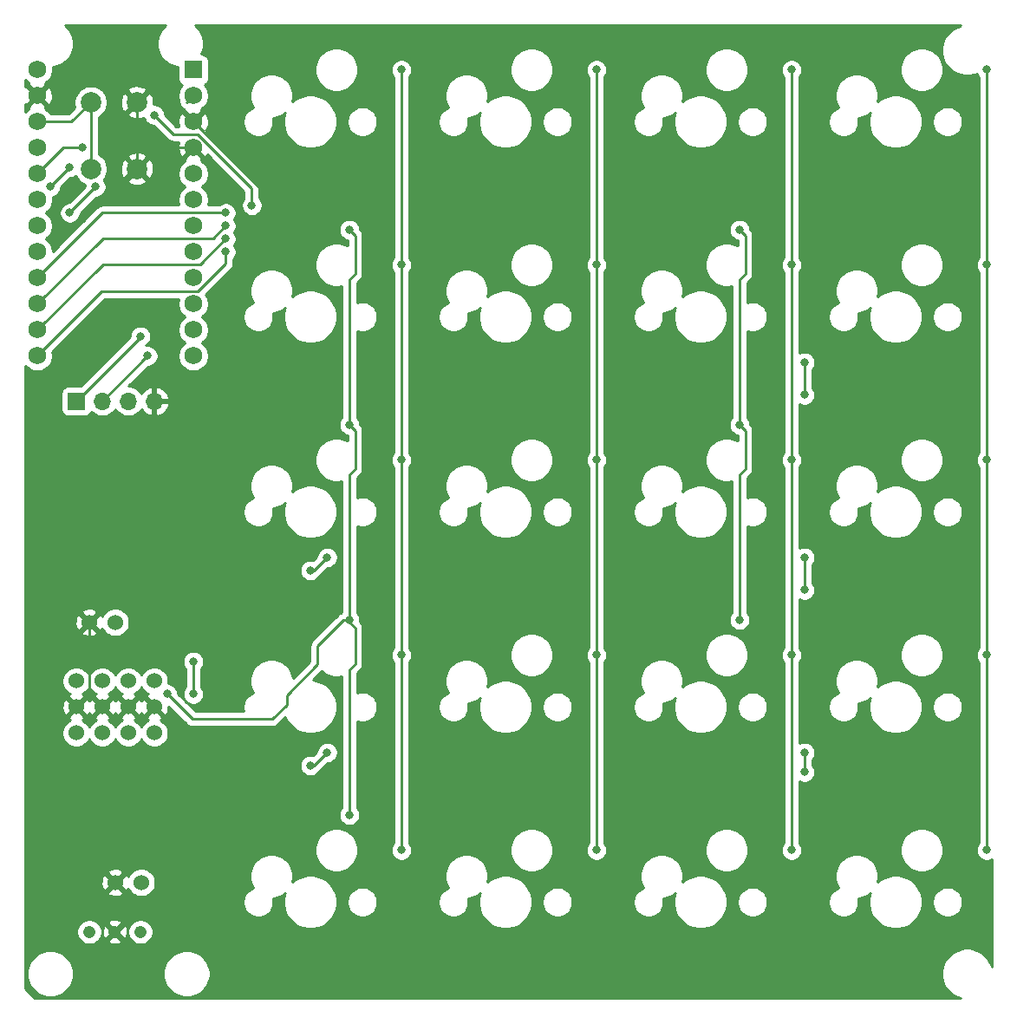
<source format=gtl>
%TF.GenerationSoftware,KiCad,Pcbnew,5.1.6*%
%TF.CreationDate,2020-07-15T14:58:38+10:00*%
%TF.ProjectId,macropad_v01,6d616372-6f70-4616-945f-7630312e6b69,rev?*%
%TF.SameCoordinates,Original*%
%TF.FileFunction,Copper,L1,Top*%
%TF.FilePolarity,Positive*%
%FSLAX46Y46*%
G04 Gerber Fmt 4.6, Leading zero omitted, Abs format (unit mm)*
G04 Created by KiCad (PCBNEW 5.1.6) date 2020-07-15 14:58:38*
%MOMM*%
%LPD*%
G01*
G04 APERTURE LIST*
%TA.AperFunction,ComponentPad*%
%ADD10C,1.208000*%
%TD*%
%TA.AperFunction,ComponentPad*%
%ADD11C,1.524000*%
%TD*%
%TA.AperFunction,ComponentPad*%
%ADD12R,1.752600X1.752600*%
%TD*%
%TA.AperFunction,ComponentPad*%
%ADD13C,1.752600*%
%TD*%
%TA.AperFunction,ComponentPad*%
%ADD14C,2.000000*%
%TD*%
%TA.AperFunction,ComponentPad*%
%ADD15R,1.700000X1.700000*%
%TD*%
%TA.AperFunction,ComponentPad*%
%ADD16O,1.700000X1.700000*%
%TD*%
%TA.AperFunction,ViaPad*%
%ADD17C,0.800000*%
%TD*%
%TA.AperFunction,Conductor*%
%ADD18C,0.250000*%
%TD*%
%TA.AperFunction,Conductor*%
%ADD19C,0.254000*%
%TD*%
G04 APERTURE END LIST*
D10*
%TO.P,U2,VS*%
%TO.N,VCC*%
X100250000Y-140065000D03*
%TO.P,U2,GND*%
%TO.N,GND*%
X97750000Y-140065000D03*
%TO.P,U2,OUT*%
%TO.N,IR*%
X95250000Y-140065000D03*
%TD*%
D11*
%TO.P,J2,12*%
%TO.N,VCC*%
X101600000Y-115570000D03*
%TO.P,J2,11*%
X99060000Y-115570000D03*
%TO.P,J2,10*%
X96520000Y-115570000D03*
%TO.P,J2,5*%
%TO.N,GND*%
X93980000Y-118110000D03*
%TO.P,J2,9*%
%TO.N,VCC*%
X93980000Y-115570000D03*
%TO.P,J2,6*%
%TO.N,GND*%
X96520000Y-118110000D03*
%TO.P,J2,7*%
X99060000Y-118110000D03*
%TO.P,J2,8*%
X101600000Y-118110000D03*
%TO.P,J2,4*%
%TO.N,A2*%
X101600000Y-120650000D03*
%TO.P,J2,3*%
%TO.N,A1*%
X99060000Y-120650000D03*
%TO.P,J2,2*%
%TO.N,RX*%
X96520000Y-120650000D03*
%TO.P,J2,1*%
%TO.N,TX*%
X93980000Y-120650000D03*
%TD*%
%TO.P,C12,2*%
%TO.N,VCC*%
X97790000Y-109855000D03*
%TO.P,C12,1*%
%TO.N,GND*%
X95250000Y-109855000D03*
%TD*%
%TO.P,C11,2*%
%TO.N,VCC*%
X100330000Y-135255000D03*
%TO.P,C11,1*%
%TO.N,GND*%
X97790000Y-135255000D03*
%TD*%
D12*
%TO.P,U1,1*%
%TO.N,TX*%
X105410000Y-55880000D03*
D13*
%TO.P,U1,2*%
%TO.N,RX*%
X105410000Y-58420000D03*
%TO.P,U1,3*%
%TO.N,GND*%
X105410000Y-60960000D03*
%TO.P,U1,4*%
X105410000Y-63500000D03*
%TO.P,U1,5*%
%TO.N,SDA*%
X105410000Y-66040000D03*
%TO.P,U1,6*%
%TO.N,SCL*%
X105410000Y-68580000D03*
%TO.P,U1,7*%
%TO.N,IR*%
X105410000Y-71120000D03*
%TO.P,U1,8*%
%TO.N,ROW0*%
X105410000Y-73660000D03*
%TO.P,U1,9*%
%TO.N,ROW1*%
X105410000Y-76200000D03*
%TO.P,U1,10*%
%TO.N,ROW2*%
X105410000Y-78740000D03*
%TO.P,U1,11*%
%TO.N,ROW3*%
X105410000Y-81280000D03*
%TO.P,U1,13*%
%TO.N,COL3*%
X90170000Y-83820000D03*
%TO.P,U1,14*%
%TO.N,COL2*%
X90170000Y-81280000D03*
%TO.P,U1,15*%
%TO.N,COL1*%
X90170000Y-78740000D03*
%TO.P,U1,16*%
%TO.N,COL0*%
X90170000Y-76200000D03*
%TO.P,U1,17*%
%TO.N,PF7*%
X90170000Y-73660000D03*
%TO.P,U1,18*%
%TO.N,A1*%
X90170000Y-71120000D03*
%TO.P,U1,19*%
%TO.N,A2*%
X90170000Y-68580000D03*
%TO.P,U1,20*%
%TO.N,LEDs*%
X90170000Y-66040000D03*
%TO.P,U1,21*%
%TO.N,VCC*%
X90170000Y-63500000D03*
%TO.P,U1,22*%
%TO.N,RST*%
X90170000Y-60960000D03*
%TO.P,U1,23*%
%TO.N,GND*%
X90170000Y-58420000D03*
%TO.P,U1,12*%
%TO.N,ROW4*%
X105410000Y-83820000D03*
%TO.P,U1,24*%
%TO.N,Net-(U1-Pad24)*%
X90170000Y-55880000D03*
%TD*%
D14*
%TO.P,SW1,1*%
%TO.N,GND*%
X99907480Y-65555000D03*
%TO.P,SW1,2*%
%TO.N,RST*%
X95407480Y-65555000D03*
%TO.P,SW1,1*%
%TO.N,GND*%
X99907480Y-59055000D03*
%TO.P,SW1,2*%
%TO.N,RST*%
X95407480Y-59055000D03*
%TD*%
D15*
%TO.P,JOLED1,1*%
%TO.N,SDA*%
X93980000Y-88265000D03*
D16*
%TO.P,JOLED1,2*%
%TO.N,SCL*%
X96520000Y-88265000D03*
%TO.P,JOLED1,3*%
%TO.N,VCC*%
X99060000Y-88265000D03*
%TO.P,JOLED1,4*%
%TO.N,GND*%
X101600000Y-88265000D03*
%TD*%
D17*
%TO.N,GND*%
X94615000Y-70485000D03*
X128815000Y-68885000D03*
X120650000Y-69460000D03*
X139700000Y-69460000D03*
%TO.N,VCC*%
X120650000Y-128660000D03*
X120650000Y-109610000D03*
X120650000Y-90560000D03*
X120650000Y-71510000D03*
X158750000Y-109610000D03*
X158750000Y-90560000D03*
X158750000Y-71510000D03*
X102870000Y-116840000D03*
%TO.N,ROW2*%
X116840000Y-104775000D03*
X118490000Y-103505000D03*
%TO.N,ROW3*%
X116840000Y-123825000D03*
X118490000Y-122555000D03*
%TO.N,ROW4*%
X105410000Y-113665000D03*
X105410000Y-116840000D03*
%TO.N,SDA*%
X100240000Y-81915000D03*
%TO.N,SCL*%
X100965000Y-83820000D03*
%TO.N,COL0*%
X125730000Y-132080000D03*
X125730000Y-55880000D03*
X125730000Y-74930000D03*
X125730000Y-93980000D03*
X125730000Y-113030000D03*
X108585000Y-69850000D03*
%TO.N,COL1*%
X144780000Y-132080000D03*
X144780000Y-55880000D03*
X144780000Y-74930000D03*
X144780000Y-93980000D03*
X144780000Y-113030000D03*
X108585000Y-71120000D03*
%TO.N,COL2*%
X163830000Y-132080000D03*
X163830000Y-55880000D03*
X163830000Y-74930000D03*
X163830000Y-93980000D03*
X163830000Y-113030000D03*
X108585000Y-72390000D03*
%TO.N,COL3*%
X182880000Y-132080000D03*
X182880000Y-55880000D03*
X182880000Y-74930000D03*
X182880000Y-93980000D03*
X182880000Y-113030000D03*
X108585000Y-73660000D03*
%TO.N,LEDs*%
X111125000Y-69125000D03*
X94615000Y-63500000D03*
X101586588Y-60311588D03*
%TO.N,Net-(LED3-Pad2)*%
X165100000Y-84455000D03*
X165100000Y-87630000D03*
%TO.N,Net-(LED4-Pad2)*%
X165100000Y-103505000D03*
X165100000Y-106680000D03*
%TO.N,Net-(LED5-Pad2)*%
X165100000Y-122555000D03*
X165100000Y-124460000D03*
%TO.N,TX*%
X91440000Y-67310000D03*
X93345000Y-65405000D03*
%TO.N,RX*%
X95885000Y-67310000D03*
X93345000Y-69850000D03*
%TD*%
D18*
%TO.N,GND*%
X99907480Y-59055000D02*
X99907480Y-65555000D01*
X99907480Y-65555000D02*
X101962480Y-63500000D01*
X101962480Y-63500000D02*
X105410000Y-63500000D01*
X99545000Y-65555000D02*
X99907480Y-65555000D01*
X94615000Y-70485000D02*
X99545000Y-65555000D01*
X113910000Y-69460000D02*
X120650000Y-69460000D01*
X105410000Y-60960000D02*
X113910000Y-69460000D01*
X139125000Y-68885000D02*
X139700000Y-69460000D01*
X128815000Y-68885000D02*
X139125000Y-68885000D01*
X95250000Y-116840000D02*
X96520000Y-118110000D01*
X95250000Y-109855000D02*
X95250000Y-116840000D01*
%TO.N,VCC*%
X120650000Y-114461002D02*
X121205001Y-113906001D01*
X121205001Y-113906001D02*
X121205001Y-110410001D01*
X120650000Y-128660000D02*
X120650000Y-114461002D01*
X120650000Y-109855000D02*
X120650000Y-109610000D01*
X121205001Y-110410001D02*
X120650000Y-109855000D01*
X121205001Y-91115001D02*
X120650000Y-90560000D01*
X121205001Y-94856001D02*
X121205001Y-91115001D01*
X120650000Y-95411002D02*
X121205001Y-94856001D01*
X120650000Y-109610000D02*
X120650000Y-95411002D01*
X121205001Y-72065001D02*
X120650000Y-71510000D01*
X121205001Y-75806001D02*
X121205001Y-72065001D01*
X120650000Y-76361002D02*
X121205001Y-75806001D01*
X120650000Y-90560000D02*
X120650000Y-76361002D01*
X159305001Y-91115001D02*
X158750000Y-90560000D01*
X159305001Y-94856001D02*
X159305001Y-91115001D01*
X158750000Y-95411002D02*
X159305001Y-94856001D01*
X158750000Y-109610000D02*
X158750000Y-95411002D01*
X159305001Y-72065001D02*
X158750000Y-71510000D01*
X159305001Y-75806001D02*
X159305001Y-72065001D01*
X158750000Y-76361002D02*
X159305001Y-75806001D01*
X158750000Y-90560000D02*
X158750000Y-76361002D01*
X117554999Y-112153999D02*
X120098998Y-109610000D01*
X117554999Y-113963027D02*
X117554999Y-112153999D01*
X114521099Y-116996927D02*
X117554999Y-113963027D01*
X114521099Y-117888901D02*
X114521099Y-116996927D01*
X113124099Y-119285901D02*
X114521099Y-117888901D01*
X105315901Y-119285901D02*
X113124099Y-119285901D01*
X120098998Y-109610000D02*
X120650000Y-109610000D01*
X102870000Y-116840000D02*
X105315901Y-119285901D01*
%TO.N,ROW2*%
X117220000Y-104775000D02*
X118490000Y-103505000D01*
X116840000Y-104775000D02*
X117220000Y-104775000D01*
%TO.N,ROW3*%
X117220000Y-123825000D02*
X118490000Y-122555000D01*
X116840000Y-123825000D02*
X117220000Y-123825000D01*
%TO.N,ROW4*%
X105410000Y-113665000D02*
X105410000Y-116840000D01*
%TO.N,SDA*%
X93980000Y-88265000D02*
X100330000Y-81915000D01*
X100330000Y-81915000D02*
X100240000Y-81915000D01*
%TO.N,SCL*%
X96520000Y-88265000D02*
X100965000Y-83820000D01*
%TO.N,COL0*%
X125730000Y-74930000D02*
X125730000Y-55880000D01*
X125730000Y-93980000D02*
X125730000Y-74930000D01*
X125730000Y-132080000D02*
X125730000Y-113030000D01*
X125730000Y-113030000D02*
X125730000Y-93980000D01*
X96520000Y-69850000D02*
X90170000Y-76200000D01*
X108585000Y-69850000D02*
X96520000Y-69850000D01*
%TO.N,COL1*%
X144780000Y-74930000D02*
X144780000Y-55880000D01*
X144780000Y-93980000D02*
X144780000Y-74930000D01*
X144780000Y-132080000D02*
X144780000Y-113030000D01*
X144780000Y-113030000D02*
X144780000Y-93980000D01*
X96588699Y-72321301D02*
X107383699Y-72321301D01*
X90170000Y-78740000D02*
X96588699Y-72321301D01*
X107383699Y-72321301D02*
X108585000Y-71120000D01*
%TO.N,COL2*%
X163830000Y-74930000D02*
X163830000Y-55880000D01*
X163830000Y-93980000D02*
X163830000Y-74930000D01*
X163830000Y-132080000D02*
X163830000Y-113030000D01*
X163830000Y-113030000D02*
X163830000Y-93980000D01*
X96588699Y-74861301D02*
X90170000Y-81280000D01*
X106113699Y-74861301D02*
X96588699Y-74861301D01*
X108585000Y-72390000D02*
X106113699Y-74861301D01*
%TO.N,COL3*%
X182880000Y-74930000D02*
X182880000Y-55880000D01*
X182880000Y-93980000D02*
X182880000Y-74930000D01*
X182880000Y-132080000D02*
X182880000Y-113030000D01*
X182880000Y-113030000D02*
X182880000Y-93980000D01*
X105849227Y-77538699D02*
X108585000Y-74802926D01*
X96451301Y-77538699D02*
X105849227Y-77538699D01*
X90170000Y-83820000D02*
X96451301Y-77538699D01*
X108585000Y-74802926D02*
X108585000Y-73660000D01*
%TO.N,LEDs*%
X92710000Y-63500000D02*
X94615000Y-63500000D01*
X90170000Y-66040000D02*
X92710000Y-63500000D01*
X111125000Y-67437074D02*
X111125000Y-69125000D01*
X105849227Y-62161301D02*
X111125000Y-67437074D01*
X103436301Y-62161301D02*
X105849227Y-62161301D01*
X101586588Y-60311588D02*
X103436301Y-62161301D01*
%TO.N,Net-(LED3-Pad2)*%
X165100000Y-87630000D02*
X165100000Y-84455000D01*
%TO.N,Net-(LED4-Pad2)*%
X165100000Y-106680000D02*
X165100000Y-103505000D01*
%TO.N,Net-(LED5-Pad2)*%
X165100000Y-122555000D02*
X165100000Y-124460000D01*
%TO.N,RST*%
X95407480Y-59055000D02*
X93502480Y-60960000D01*
X93502480Y-60960000D02*
X90170000Y-60960000D01*
X95407480Y-59055000D02*
X95407480Y-65555000D01*
%TO.N,TX*%
X91440000Y-67310000D02*
X93345000Y-65405000D01*
%TO.N,RX*%
X104775000Y-59055000D02*
X105410000Y-58420000D01*
X95885000Y-67310000D02*
X93345000Y-69850000D01*
%TD*%
D19*
%TO.N,GND*%
G36*
X102358211Y-51877723D02*
G01*
X102107171Y-52253431D01*
X101934253Y-52670894D01*
X101846099Y-53114070D01*
X101846099Y-53565930D01*
X101934253Y-54009106D01*
X102107171Y-54426569D01*
X102358211Y-54802277D01*
X102677723Y-55121789D01*
X103053431Y-55372829D01*
X103470894Y-55545747D01*
X103895628Y-55630233D01*
X103895628Y-56756300D01*
X103907888Y-56880782D01*
X103944198Y-57000480D01*
X104003163Y-57110794D01*
X104082515Y-57207485D01*
X104179206Y-57286837D01*
X104289520Y-57345802D01*
X104333542Y-57359156D01*
X104236096Y-57456602D01*
X104070703Y-57704131D01*
X103956778Y-57979170D01*
X103898700Y-58271150D01*
X103898700Y-58568850D01*
X103956778Y-58860830D01*
X104016296Y-59004519D01*
X104011324Y-59055000D01*
X104025998Y-59203985D01*
X104069454Y-59347246D01*
X104140026Y-59479276D01*
X104234999Y-59595001D01*
X104350724Y-59689974D01*
X104482754Y-59760546D01*
X104581688Y-59790556D01*
X104542437Y-59912831D01*
X105410000Y-60780395D01*
X106277563Y-59912831D01*
X106210191Y-59702955D01*
X106373398Y-59593904D01*
X106583904Y-59383398D01*
X106749297Y-59135869D01*
X106863222Y-58860830D01*
X106921300Y-58568850D01*
X106921300Y-58271150D01*
X106863222Y-57979170D01*
X106749297Y-57704131D01*
X106583904Y-57456602D01*
X106486458Y-57359156D01*
X106530480Y-57345802D01*
X106640794Y-57286837D01*
X106737485Y-57207485D01*
X106816837Y-57110794D01*
X106875802Y-57000480D01*
X106912112Y-56880782D01*
X106924372Y-56756300D01*
X106924372Y-55669721D01*
X117245000Y-55669721D01*
X117245000Y-56090279D01*
X117327047Y-56502756D01*
X117487988Y-56891302D01*
X117721637Y-57240983D01*
X118019017Y-57538363D01*
X118368698Y-57772012D01*
X118757244Y-57932953D01*
X119169721Y-58015000D01*
X119590279Y-58015000D01*
X120002756Y-57932953D01*
X120391302Y-57772012D01*
X120740983Y-57538363D01*
X121038363Y-57240983D01*
X121272012Y-56891302D01*
X121432953Y-56502756D01*
X121515000Y-56090279D01*
X121515000Y-55778061D01*
X124695000Y-55778061D01*
X124695000Y-55981939D01*
X124734774Y-56181898D01*
X124812795Y-56370256D01*
X124926063Y-56539774D01*
X124970001Y-56583712D01*
X124970000Y-74226289D01*
X124926063Y-74270226D01*
X124812795Y-74439744D01*
X124734774Y-74628102D01*
X124695000Y-74828061D01*
X124695000Y-75031939D01*
X124734774Y-75231898D01*
X124812795Y-75420256D01*
X124926063Y-75589774D01*
X124970001Y-75633712D01*
X124970000Y-93276289D01*
X124926063Y-93320226D01*
X124812795Y-93489744D01*
X124734774Y-93678102D01*
X124695000Y-93878061D01*
X124695000Y-94081939D01*
X124734774Y-94281898D01*
X124812795Y-94470256D01*
X124926063Y-94639774D01*
X124970001Y-94683712D01*
X124970000Y-112326289D01*
X124926063Y-112370226D01*
X124812795Y-112539744D01*
X124734774Y-112728102D01*
X124695000Y-112928061D01*
X124695000Y-113131939D01*
X124734774Y-113331898D01*
X124812795Y-113520256D01*
X124926063Y-113689774D01*
X124970001Y-113733712D01*
X124970000Y-131376289D01*
X124926063Y-131420226D01*
X124812795Y-131589744D01*
X124734774Y-131778102D01*
X124695000Y-131978061D01*
X124695000Y-132181939D01*
X124734774Y-132381898D01*
X124812795Y-132570256D01*
X124926063Y-132739774D01*
X125070226Y-132883937D01*
X125239744Y-132997205D01*
X125428102Y-133075226D01*
X125628061Y-133115000D01*
X125831939Y-133115000D01*
X126031898Y-133075226D01*
X126220256Y-132997205D01*
X126389774Y-132883937D01*
X126533937Y-132739774D01*
X126647205Y-132570256D01*
X126725226Y-132381898D01*
X126765000Y-132181939D01*
X126765000Y-131978061D01*
X126743451Y-131869721D01*
X136295000Y-131869721D01*
X136295000Y-132290279D01*
X136377047Y-132702756D01*
X136537988Y-133091302D01*
X136771637Y-133440983D01*
X137069017Y-133738363D01*
X137418698Y-133972012D01*
X137807244Y-134132953D01*
X138219721Y-134215000D01*
X138640279Y-134215000D01*
X139052756Y-134132953D01*
X139441302Y-133972012D01*
X139790983Y-133738363D01*
X140088363Y-133440983D01*
X140322012Y-133091302D01*
X140482953Y-132702756D01*
X140565000Y-132290279D01*
X140565000Y-131869721D01*
X140482953Y-131457244D01*
X140322012Y-131068698D01*
X140088363Y-130719017D01*
X139790983Y-130421637D01*
X139441302Y-130187988D01*
X139052756Y-130027047D01*
X138640279Y-129945000D01*
X138219721Y-129945000D01*
X137807244Y-130027047D01*
X137418698Y-130187988D01*
X137069017Y-130421637D01*
X136771637Y-130719017D01*
X136537988Y-131068698D01*
X136377047Y-131457244D01*
X136295000Y-131869721D01*
X126743451Y-131869721D01*
X126725226Y-131778102D01*
X126647205Y-131589744D01*
X126533937Y-131420226D01*
X126490000Y-131376289D01*
X126490000Y-117963652D01*
X129324100Y-117963652D01*
X129324100Y-118256348D01*
X129381202Y-118543421D01*
X129493212Y-118813838D01*
X129655826Y-119057206D01*
X129862794Y-119264174D01*
X130106162Y-119426788D01*
X130376579Y-119538798D01*
X130663652Y-119595900D01*
X130956348Y-119595900D01*
X131243421Y-119538798D01*
X131513838Y-119426788D01*
X131757206Y-119264174D01*
X131964174Y-119057206D01*
X132126788Y-118813838D01*
X132238798Y-118543421D01*
X132295900Y-118256348D01*
X132295900Y-117963652D01*
X132244451Y-117705000D01*
X132290279Y-117705000D01*
X132702756Y-117622953D01*
X133091302Y-117462012D01*
X133397708Y-117257279D01*
X133362127Y-117343178D01*
X133261100Y-117851076D01*
X133261100Y-118368924D01*
X133362127Y-118876822D01*
X133560299Y-119355251D01*
X133848000Y-119785826D01*
X134214174Y-120152000D01*
X134644749Y-120439701D01*
X135123178Y-120637873D01*
X135631076Y-120738900D01*
X136148924Y-120738900D01*
X136656822Y-120637873D01*
X137135251Y-120439701D01*
X137565826Y-120152000D01*
X137932000Y-119785826D01*
X138219701Y-119355251D01*
X138417873Y-118876822D01*
X138518900Y-118368924D01*
X138518900Y-117963652D01*
X139484100Y-117963652D01*
X139484100Y-118256348D01*
X139541202Y-118543421D01*
X139653212Y-118813838D01*
X139815826Y-119057206D01*
X140022794Y-119264174D01*
X140266162Y-119426788D01*
X140536579Y-119538798D01*
X140823652Y-119595900D01*
X141116348Y-119595900D01*
X141403421Y-119538798D01*
X141673838Y-119426788D01*
X141917206Y-119264174D01*
X142124174Y-119057206D01*
X142286788Y-118813838D01*
X142398798Y-118543421D01*
X142455900Y-118256348D01*
X142455900Y-117963652D01*
X142398798Y-117676579D01*
X142286788Y-117406162D01*
X142124174Y-117162794D01*
X141917206Y-116955826D01*
X141673838Y-116793212D01*
X141403421Y-116681202D01*
X141116348Y-116624100D01*
X140823652Y-116624100D01*
X140536579Y-116681202D01*
X140266162Y-116793212D01*
X140022794Y-116955826D01*
X139815826Y-117162794D01*
X139653212Y-117406162D01*
X139541202Y-117676579D01*
X139484100Y-117963652D01*
X138518900Y-117963652D01*
X138518900Y-117851076D01*
X138417873Y-117343178D01*
X138219701Y-116864749D01*
X137932000Y-116434174D01*
X137565826Y-116068000D01*
X137135251Y-115780299D01*
X136656822Y-115582127D01*
X136148924Y-115481100D01*
X135631076Y-115481100D01*
X135123178Y-115582127D01*
X134644749Y-115780299D01*
X134214174Y-116068000D01*
X134143763Y-116138411D01*
X134215000Y-115780279D01*
X134215000Y-115359721D01*
X134132953Y-114947244D01*
X133972012Y-114558698D01*
X133738363Y-114209017D01*
X133440983Y-113911637D01*
X133091302Y-113677988D01*
X132702756Y-113517047D01*
X132290279Y-113435000D01*
X131869721Y-113435000D01*
X131457244Y-113517047D01*
X131068698Y-113677988D01*
X130719017Y-113911637D01*
X130421637Y-114209017D01*
X130187988Y-114558698D01*
X130027047Y-114947244D01*
X129945000Y-115359721D01*
X129945000Y-115780279D01*
X130027047Y-116192756D01*
X130187988Y-116581302D01*
X130281150Y-116720730D01*
X130106162Y-116793212D01*
X129862794Y-116955826D01*
X129655826Y-117162794D01*
X129493212Y-117406162D01*
X129381202Y-117676579D01*
X129324100Y-117963652D01*
X126490000Y-117963652D01*
X126490000Y-113733711D01*
X126533937Y-113689774D01*
X126647205Y-113520256D01*
X126725226Y-113331898D01*
X126765000Y-113131939D01*
X126765000Y-112928061D01*
X126743451Y-112819721D01*
X136295000Y-112819721D01*
X136295000Y-113240279D01*
X136377047Y-113652756D01*
X136537988Y-114041302D01*
X136771637Y-114390983D01*
X137069017Y-114688363D01*
X137418698Y-114922012D01*
X137807244Y-115082953D01*
X138219721Y-115165000D01*
X138640279Y-115165000D01*
X139052756Y-115082953D01*
X139441302Y-114922012D01*
X139790983Y-114688363D01*
X140088363Y-114390983D01*
X140322012Y-114041302D01*
X140482953Y-113652756D01*
X140565000Y-113240279D01*
X140565000Y-112819721D01*
X140482953Y-112407244D01*
X140322012Y-112018698D01*
X140088363Y-111669017D01*
X139790983Y-111371637D01*
X139441302Y-111137988D01*
X139052756Y-110977047D01*
X138640279Y-110895000D01*
X138219721Y-110895000D01*
X137807244Y-110977047D01*
X137418698Y-111137988D01*
X137069017Y-111371637D01*
X136771637Y-111669017D01*
X136537988Y-112018698D01*
X136377047Y-112407244D01*
X136295000Y-112819721D01*
X126743451Y-112819721D01*
X126725226Y-112728102D01*
X126647205Y-112539744D01*
X126533937Y-112370226D01*
X126490000Y-112326289D01*
X126490000Y-98913652D01*
X129324100Y-98913652D01*
X129324100Y-99206348D01*
X129381202Y-99493421D01*
X129493212Y-99763838D01*
X129655826Y-100007206D01*
X129862794Y-100214174D01*
X130106162Y-100376788D01*
X130376579Y-100488798D01*
X130663652Y-100545900D01*
X130956348Y-100545900D01*
X131243421Y-100488798D01*
X131513838Y-100376788D01*
X131757206Y-100214174D01*
X131964174Y-100007206D01*
X132126788Y-99763838D01*
X132238798Y-99493421D01*
X132295900Y-99206348D01*
X132295900Y-98913652D01*
X132244451Y-98655000D01*
X132290279Y-98655000D01*
X132702756Y-98572953D01*
X133091302Y-98412012D01*
X133397708Y-98207279D01*
X133362127Y-98293178D01*
X133261100Y-98801076D01*
X133261100Y-99318924D01*
X133362127Y-99826822D01*
X133560299Y-100305251D01*
X133848000Y-100735826D01*
X134214174Y-101102000D01*
X134644749Y-101389701D01*
X135123178Y-101587873D01*
X135631076Y-101688900D01*
X136148924Y-101688900D01*
X136656822Y-101587873D01*
X137135251Y-101389701D01*
X137565826Y-101102000D01*
X137932000Y-100735826D01*
X138219701Y-100305251D01*
X138417873Y-99826822D01*
X138518900Y-99318924D01*
X138518900Y-98913652D01*
X139484100Y-98913652D01*
X139484100Y-99206348D01*
X139541202Y-99493421D01*
X139653212Y-99763838D01*
X139815826Y-100007206D01*
X140022794Y-100214174D01*
X140266162Y-100376788D01*
X140536579Y-100488798D01*
X140823652Y-100545900D01*
X141116348Y-100545900D01*
X141403421Y-100488798D01*
X141673838Y-100376788D01*
X141917206Y-100214174D01*
X142124174Y-100007206D01*
X142286788Y-99763838D01*
X142398798Y-99493421D01*
X142455900Y-99206348D01*
X142455900Y-98913652D01*
X142398798Y-98626579D01*
X142286788Y-98356162D01*
X142124174Y-98112794D01*
X141917206Y-97905826D01*
X141673838Y-97743212D01*
X141403421Y-97631202D01*
X141116348Y-97574100D01*
X140823652Y-97574100D01*
X140536579Y-97631202D01*
X140266162Y-97743212D01*
X140022794Y-97905826D01*
X139815826Y-98112794D01*
X139653212Y-98356162D01*
X139541202Y-98626579D01*
X139484100Y-98913652D01*
X138518900Y-98913652D01*
X138518900Y-98801076D01*
X138417873Y-98293178D01*
X138219701Y-97814749D01*
X137932000Y-97384174D01*
X137565826Y-97018000D01*
X137135251Y-96730299D01*
X136656822Y-96532127D01*
X136148924Y-96431100D01*
X135631076Y-96431100D01*
X135123178Y-96532127D01*
X134644749Y-96730299D01*
X134214174Y-97018000D01*
X134143763Y-97088411D01*
X134215000Y-96730279D01*
X134215000Y-96309721D01*
X134132953Y-95897244D01*
X133972012Y-95508698D01*
X133738363Y-95159017D01*
X133440983Y-94861637D01*
X133091302Y-94627988D01*
X132702756Y-94467047D01*
X132290279Y-94385000D01*
X131869721Y-94385000D01*
X131457244Y-94467047D01*
X131068698Y-94627988D01*
X130719017Y-94861637D01*
X130421637Y-95159017D01*
X130187988Y-95508698D01*
X130027047Y-95897244D01*
X129945000Y-96309721D01*
X129945000Y-96730279D01*
X130027047Y-97142756D01*
X130187988Y-97531302D01*
X130281150Y-97670730D01*
X130106162Y-97743212D01*
X129862794Y-97905826D01*
X129655826Y-98112794D01*
X129493212Y-98356162D01*
X129381202Y-98626579D01*
X129324100Y-98913652D01*
X126490000Y-98913652D01*
X126490000Y-94683711D01*
X126533937Y-94639774D01*
X126647205Y-94470256D01*
X126725226Y-94281898D01*
X126765000Y-94081939D01*
X126765000Y-93878061D01*
X126743451Y-93769721D01*
X136295000Y-93769721D01*
X136295000Y-94190279D01*
X136377047Y-94602756D01*
X136537988Y-94991302D01*
X136771637Y-95340983D01*
X137069017Y-95638363D01*
X137418698Y-95872012D01*
X137807244Y-96032953D01*
X138219721Y-96115000D01*
X138640279Y-96115000D01*
X139052756Y-96032953D01*
X139441302Y-95872012D01*
X139790983Y-95638363D01*
X140088363Y-95340983D01*
X140322012Y-94991302D01*
X140482953Y-94602756D01*
X140565000Y-94190279D01*
X140565000Y-93769721D01*
X140482953Y-93357244D01*
X140322012Y-92968698D01*
X140088363Y-92619017D01*
X139790983Y-92321637D01*
X139441302Y-92087988D01*
X139052756Y-91927047D01*
X138640279Y-91845000D01*
X138219721Y-91845000D01*
X137807244Y-91927047D01*
X137418698Y-92087988D01*
X137069017Y-92321637D01*
X136771637Y-92619017D01*
X136537988Y-92968698D01*
X136377047Y-93357244D01*
X136295000Y-93769721D01*
X126743451Y-93769721D01*
X126725226Y-93678102D01*
X126647205Y-93489744D01*
X126533937Y-93320226D01*
X126490000Y-93276289D01*
X126490000Y-79863652D01*
X129324100Y-79863652D01*
X129324100Y-80156348D01*
X129381202Y-80443421D01*
X129493212Y-80713838D01*
X129655826Y-80957206D01*
X129862794Y-81164174D01*
X130106162Y-81326788D01*
X130376579Y-81438798D01*
X130663652Y-81495900D01*
X130956348Y-81495900D01*
X131243421Y-81438798D01*
X131513838Y-81326788D01*
X131757206Y-81164174D01*
X131964174Y-80957206D01*
X132126788Y-80713838D01*
X132238798Y-80443421D01*
X132295900Y-80156348D01*
X132295900Y-79863652D01*
X132244451Y-79605000D01*
X132290279Y-79605000D01*
X132702756Y-79522953D01*
X133091302Y-79362012D01*
X133397708Y-79157279D01*
X133362127Y-79243178D01*
X133261100Y-79751076D01*
X133261100Y-80268924D01*
X133362127Y-80776822D01*
X133560299Y-81255251D01*
X133848000Y-81685826D01*
X134214174Y-82052000D01*
X134644749Y-82339701D01*
X135123178Y-82537873D01*
X135631076Y-82638900D01*
X136148924Y-82638900D01*
X136656822Y-82537873D01*
X137135251Y-82339701D01*
X137565826Y-82052000D01*
X137932000Y-81685826D01*
X138219701Y-81255251D01*
X138417873Y-80776822D01*
X138518900Y-80268924D01*
X138518900Y-79863652D01*
X139484100Y-79863652D01*
X139484100Y-80156348D01*
X139541202Y-80443421D01*
X139653212Y-80713838D01*
X139815826Y-80957206D01*
X140022794Y-81164174D01*
X140266162Y-81326788D01*
X140536579Y-81438798D01*
X140823652Y-81495900D01*
X141116348Y-81495900D01*
X141403421Y-81438798D01*
X141673838Y-81326788D01*
X141917206Y-81164174D01*
X142124174Y-80957206D01*
X142286788Y-80713838D01*
X142398798Y-80443421D01*
X142455900Y-80156348D01*
X142455900Y-79863652D01*
X142398798Y-79576579D01*
X142286788Y-79306162D01*
X142124174Y-79062794D01*
X141917206Y-78855826D01*
X141673838Y-78693212D01*
X141403421Y-78581202D01*
X141116348Y-78524100D01*
X140823652Y-78524100D01*
X140536579Y-78581202D01*
X140266162Y-78693212D01*
X140022794Y-78855826D01*
X139815826Y-79062794D01*
X139653212Y-79306162D01*
X139541202Y-79576579D01*
X139484100Y-79863652D01*
X138518900Y-79863652D01*
X138518900Y-79751076D01*
X138417873Y-79243178D01*
X138219701Y-78764749D01*
X137932000Y-78334174D01*
X137565826Y-77968000D01*
X137135251Y-77680299D01*
X136656822Y-77482127D01*
X136148924Y-77381100D01*
X135631076Y-77381100D01*
X135123178Y-77482127D01*
X134644749Y-77680299D01*
X134214174Y-77968000D01*
X134143763Y-78038411D01*
X134215000Y-77680279D01*
X134215000Y-77259721D01*
X134132953Y-76847244D01*
X133972012Y-76458698D01*
X133738363Y-76109017D01*
X133440983Y-75811637D01*
X133091302Y-75577988D01*
X132702756Y-75417047D01*
X132290279Y-75335000D01*
X131869721Y-75335000D01*
X131457244Y-75417047D01*
X131068698Y-75577988D01*
X130719017Y-75811637D01*
X130421637Y-76109017D01*
X130187988Y-76458698D01*
X130027047Y-76847244D01*
X129945000Y-77259721D01*
X129945000Y-77680279D01*
X130027047Y-78092756D01*
X130187988Y-78481302D01*
X130281150Y-78620730D01*
X130106162Y-78693212D01*
X129862794Y-78855826D01*
X129655826Y-79062794D01*
X129493212Y-79306162D01*
X129381202Y-79576579D01*
X129324100Y-79863652D01*
X126490000Y-79863652D01*
X126490000Y-75633711D01*
X126533937Y-75589774D01*
X126647205Y-75420256D01*
X126725226Y-75231898D01*
X126765000Y-75031939D01*
X126765000Y-74828061D01*
X126743451Y-74719721D01*
X136295000Y-74719721D01*
X136295000Y-75140279D01*
X136377047Y-75552756D01*
X136537988Y-75941302D01*
X136771637Y-76290983D01*
X137069017Y-76588363D01*
X137418698Y-76822012D01*
X137807244Y-76982953D01*
X138219721Y-77065000D01*
X138640279Y-77065000D01*
X139052756Y-76982953D01*
X139441302Y-76822012D01*
X139790983Y-76588363D01*
X140088363Y-76290983D01*
X140322012Y-75941302D01*
X140482953Y-75552756D01*
X140565000Y-75140279D01*
X140565000Y-74719721D01*
X140482953Y-74307244D01*
X140322012Y-73918698D01*
X140088363Y-73569017D01*
X139790983Y-73271637D01*
X139441302Y-73037988D01*
X139052756Y-72877047D01*
X138640279Y-72795000D01*
X138219721Y-72795000D01*
X137807244Y-72877047D01*
X137418698Y-73037988D01*
X137069017Y-73271637D01*
X136771637Y-73569017D01*
X136537988Y-73918698D01*
X136377047Y-74307244D01*
X136295000Y-74719721D01*
X126743451Y-74719721D01*
X126725226Y-74628102D01*
X126647205Y-74439744D01*
X126533937Y-74270226D01*
X126490000Y-74226289D01*
X126490000Y-60813652D01*
X129324100Y-60813652D01*
X129324100Y-61106348D01*
X129381202Y-61393421D01*
X129493212Y-61663838D01*
X129655826Y-61907206D01*
X129862794Y-62114174D01*
X130106162Y-62276788D01*
X130376579Y-62388798D01*
X130663652Y-62445900D01*
X130956348Y-62445900D01*
X131243421Y-62388798D01*
X131513838Y-62276788D01*
X131757206Y-62114174D01*
X131964174Y-61907206D01*
X132126788Y-61663838D01*
X132238798Y-61393421D01*
X132295900Y-61106348D01*
X132295900Y-60813652D01*
X132244451Y-60555000D01*
X132290279Y-60555000D01*
X132702756Y-60472953D01*
X133091302Y-60312012D01*
X133397708Y-60107279D01*
X133362127Y-60193178D01*
X133261100Y-60701076D01*
X133261100Y-61218924D01*
X133362127Y-61726822D01*
X133560299Y-62205251D01*
X133848000Y-62635826D01*
X134214174Y-63002000D01*
X134644749Y-63289701D01*
X135123178Y-63487873D01*
X135631076Y-63588900D01*
X136148924Y-63588900D01*
X136656822Y-63487873D01*
X137135251Y-63289701D01*
X137565826Y-63002000D01*
X137932000Y-62635826D01*
X138219701Y-62205251D01*
X138417873Y-61726822D01*
X138518900Y-61218924D01*
X138518900Y-60813652D01*
X139484100Y-60813652D01*
X139484100Y-61106348D01*
X139541202Y-61393421D01*
X139653212Y-61663838D01*
X139815826Y-61907206D01*
X140022794Y-62114174D01*
X140266162Y-62276788D01*
X140536579Y-62388798D01*
X140823652Y-62445900D01*
X141116348Y-62445900D01*
X141403421Y-62388798D01*
X141673838Y-62276788D01*
X141917206Y-62114174D01*
X142124174Y-61907206D01*
X142286788Y-61663838D01*
X142398798Y-61393421D01*
X142455900Y-61106348D01*
X142455900Y-60813652D01*
X142398798Y-60526579D01*
X142286788Y-60256162D01*
X142124174Y-60012794D01*
X141917206Y-59805826D01*
X141673838Y-59643212D01*
X141403421Y-59531202D01*
X141116348Y-59474100D01*
X140823652Y-59474100D01*
X140536579Y-59531202D01*
X140266162Y-59643212D01*
X140022794Y-59805826D01*
X139815826Y-60012794D01*
X139653212Y-60256162D01*
X139541202Y-60526579D01*
X139484100Y-60813652D01*
X138518900Y-60813652D01*
X138518900Y-60701076D01*
X138417873Y-60193178D01*
X138219701Y-59714749D01*
X137932000Y-59284174D01*
X137565826Y-58918000D01*
X137135251Y-58630299D01*
X136656822Y-58432127D01*
X136148924Y-58331100D01*
X135631076Y-58331100D01*
X135123178Y-58432127D01*
X134644749Y-58630299D01*
X134214174Y-58918000D01*
X134143763Y-58988411D01*
X134215000Y-58630279D01*
X134215000Y-58209721D01*
X134132953Y-57797244D01*
X133972012Y-57408698D01*
X133738363Y-57059017D01*
X133440983Y-56761637D01*
X133091302Y-56527988D01*
X132702756Y-56367047D01*
X132290279Y-56285000D01*
X131869721Y-56285000D01*
X131457244Y-56367047D01*
X131068698Y-56527988D01*
X130719017Y-56761637D01*
X130421637Y-57059017D01*
X130187988Y-57408698D01*
X130027047Y-57797244D01*
X129945000Y-58209721D01*
X129945000Y-58630279D01*
X130027047Y-59042756D01*
X130187988Y-59431302D01*
X130281150Y-59570730D01*
X130106162Y-59643212D01*
X129862794Y-59805826D01*
X129655826Y-60012794D01*
X129493212Y-60256162D01*
X129381202Y-60526579D01*
X129324100Y-60813652D01*
X126490000Y-60813652D01*
X126490000Y-56583711D01*
X126533937Y-56539774D01*
X126647205Y-56370256D01*
X126725226Y-56181898D01*
X126765000Y-55981939D01*
X126765000Y-55778061D01*
X126743451Y-55669721D01*
X136295000Y-55669721D01*
X136295000Y-56090279D01*
X136377047Y-56502756D01*
X136537988Y-56891302D01*
X136771637Y-57240983D01*
X137069017Y-57538363D01*
X137418698Y-57772012D01*
X137807244Y-57932953D01*
X138219721Y-58015000D01*
X138640279Y-58015000D01*
X139052756Y-57932953D01*
X139441302Y-57772012D01*
X139790983Y-57538363D01*
X140088363Y-57240983D01*
X140322012Y-56891302D01*
X140482953Y-56502756D01*
X140565000Y-56090279D01*
X140565000Y-55778061D01*
X143745000Y-55778061D01*
X143745000Y-55981939D01*
X143784774Y-56181898D01*
X143862795Y-56370256D01*
X143976063Y-56539774D01*
X144020001Y-56583712D01*
X144020000Y-74226289D01*
X143976063Y-74270226D01*
X143862795Y-74439744D01*
X143784774Y-74628102D01*
X143745000Y-74828061D01*
X143745000Y-75031939D01*
X143784774Y-75231898D01*
X143862795Y-75420256D01*
X143976063Y-75589774D01*
X144020001Y-75633712D01*
X144020000Y-93276289D01*
X143976063Y-93320226D01*
X143862795Y-93489744D01*
X143784774Y-93678102D01*
X143745000Y-93878061D01*
X143745000Y-94081939D01*
X143784774Y-94281898D01*
X143862795Y-94470256D01*
X143976063Y-94639774D01*
X144020001Y-94683712D01*
X144020000Y-112326289D01*
X143976063Y-112370226D01*
X143862795Y-112539744D01*
X143784774Y-112728102D01*
X143745000Y-112928061D01*
X143745000Y-113131939D01*
X143784774Y-113331898D01*
X143862795Y-113520256D01*
X143976063Y-113689774D01*
X144020001Y-113733712D01*
X144020000Y-131376289D01*
X143976063Y-131420226D01*
X143862795Y-131589744D01*
X143784774Y-131778102D01*
X143745000Y-131978061D01*
X143745000Y-132181939D01*
X143784774Y-132381898D01*
X143862795Y-132570256D01*
X143976063Y-132739774D01*
X144120226Y-132883937D01*
X144289744Y-132997205D01*
X144478102Y-133075226D01*
X144678061Y-133115000D01*
X144881939Y-133115000D01*
X145081898Y-133075226D01*
X145270256Y-132997205D01*
X145439774Y-132883937D01*
X145583937Y-132739774D01*
X145697205Y-132570256D01*
X145775226Y-132381898D01*
X145815000Y-132181939D01*
X145815000Y-131978061D01*
X145793451Y-131869721D01*
X155345000Y-131869721D01*
X155345000Y-132290279D01*
X155427047Y-132702756D01*
X155587988Y-133091302D01*
X155821637Y-133440983D01*
X156119017Y-133738363D01*
X156468698Y-133972012D01*
X156857244Y-134132953D01*
X157269721Y-134215000D01*
X157690279Y-134215000D01*
X158102756Y-134132953D01*
X158491302Y-133972012D01*
X158840983Y-133738363D01*
X159138363Y-133440983D01*
X159372012Y-133091302D01*
X159532953Y-132702756D01*
X159615000Y-132290279D01*
X159615000Y-131869721D01*
X159532953Y-131457244D01*
X159372012Y-131068698D01*
X159138363Y-130719017D01*
X158840983Y-130421637D01*
X158491302Y-130187988D01*
X158102756Y-130027047D01*
X157690279Y-129945000D01*
X157269721Y-129945000D01*
X156857244Y-130027047D01*
X156468698Y-130187988D01*
X156119017Y-130421637D01*
X155821637Y-130719017D01*
X155587988Y-131068698D01*
X155427047Y-131457244D01*
X155345000Y-131869721D01*
X145793451Y-131869721D01*
X145775226Y-131778102D01*
X145697205Y-131589744D01*
X145583937Y-131420226D01*
X145540000Y-131376289D01*
X145540000Y-117963652D01*
X148374100Y-117963652D01*
X148374100Y-118256348D01*
X148431202Y-118543421D01*
X148543212Y-118813838D01*
X148705826Y-119057206D01*
X148912794Y-119264174D01*
X149156162Y-119426788D01*
X149426579Y-119538798D01*
X149713652Y-119595900D01*
X150006348Y-119595900D01*
X150293421Y-119538798D01*
X150563838Y-119426788D01*
X150807206Y-119264174D01*
X151014174Y-119057206D01*
X151176788Y-118813838D01*
X151288798Y-118543421D01*
X151345900Y-118256348D01*
X151345900Y-117963652D01*
X151294451Y-117705000D01*
X151340279Y-117705000D01*
X151752756Y-117622953D01*
X152141302Y-117462012D01*
X152447708Y-117257279D01*
X152412127Y-117343178D01*
X152311100Y-117851076D01*
X152311100Y-118368924D01*
X152412127Y-118876822D01*
X152610299Y-119355251D01*
X152898000Y-119785826D01*
X153264174Y-120152000D01*
X153694749Y-120439701D01*
X154173178Y-120637873D01*
X154681076Y-120738900D01*
X155198924Y-120738900D01*
X155706822Y-120637873D01*
X156185251Y-120439701D01*
X156615826Y-120152000D01*
X156982000Y-119785826D01*
X157269701Y-119355251D01*
X157467873Y-118876822D01*
X157568900Y-118368924D01*
X157568900Y-117963652D01*
X158534100Y-117963652D01*
X158534100Y-118256348D01*
X158591202Y-118543421D01*
X158703212Y-118813838D01*
X158865826Y-119057206D01*
X159072794Y-119264174D01*
X159316162Y-119426788D01*
X159586579Y-119538798D01*
X159873652Y-119595900D01*
X160166348Y-119595900D01*
X160453421Y-119538798D01*
X160723838Y-119426788D01*
X160967206Y-119264174D01*
X161174174Y-119057206D01*
X161336788Y-118813838D01*
X161448798Y-118543421D01*
X161505900Y-118256348D01*
X161505900Y-117963652D01*
X161448798Y-117676579D01*
X161336788Y-117406162D01*
X161174174Y-117162794D01*
X160967206Y-116955826D01*
X160723838Y-116793212D01*
X160453421Y-116681202D01*
X160166348Y-116624100D01*
X159873652Y-116624100D01*
X159586579Y-116681202D01*
X159316162Y-116793212D01*
X159072794Y-116955826D01*
X158865826Y-117162794D01*
X158703212Y-117406162D01*
X158591202Y-117676579D01*
X158534100Y-117963652D01*
X157568900Y-117963652D01*
X157568900Y-117851076D01*
X157467873Y-117343178D01*
X157269701Y-116864749D01*
X156982000Y-116434174D01*
X156615826Y-116068000D01*
X156185251Y-115780299D01*
X155706822Y-115582127D01*
X155198924Y-115481100D01*
X154681076Y-115481100D01*
X154173178Y-115582127D01*
X153694749Y-115780299D01*
X153264174Y-116068000D01*
X153193763Y-116138411D01*
X153265000Y-115780279D01*
X153265000Y-115359721D01*
X153182953Y-114947244D01*
X153022012Y-114558698D01*
X152788363Y-114209017D01*
X152490983Y-113911637D01*
X152141302Y-113677988D01*
X151752756Y-113517047D01*
X151340279Y-113435000D01*
X150919721Y-113435000D01*
X150507244Y-113517047D01*
X150118698Y-113677988D01*
X149769017Y-113911637D01*
X149471637Y-114209017D01*
X149237988Y-114558698D01*
X149077047Y-114947244D01*
X148995000Y-115359721D01*
X148995000Y-115780279D01*
X149077047Y-116192756D01*
X149237988Y-116581302D01*
X149331150Y-116720730D01*
X149156162Y-116793212D01*
X148912794Y-116955826D01*
X148705826Y-117162794D01*
X148543212Y-117406162D01*
X148431202Y-117676579D01*
X148374100Y-117963652D01*
X145540000Y-117963652D01*
X145540000Y-113733711D01*
X145583937Y-113689774D01*
X145697205Y-113520256D01*
X145775226Y-113331898D01*
X145815000Y-113131939D01*
X145815000Y-112928061D01*
X145793451Y-112819721D01*
X155345000Y-112819721D01*
X155345000Y-113240279D01*
X155427047Y-113652756D01*
X155587988Y-114041302D01*
X155821637Y-114390983D01*
X156119017Y-114688363D01*
X156468698Y-114922012D01*
X156857244Y-115082953D01*
X157269721Y-115165000D01*
X157690279Y-115165000D01*
X158102756Y-115082953D01*
X158491302Y-114922012D01*
X158840983Y-114688363D01*
X159138363Y-114390983D01*
X159372012Y-114041302D01*
X159532953Y-113652756D01*
X159615000Y-113240279D01*
X159615000Y-112819721D01*
X159532953Y-112407244D01*
X159372012Y-112018698D01*
X159138363Y-111669017D01*
X158840983Y-111371637D01*
X158491302Y-111137988D01*
X158102756Y-110977047D01*
X157690279Y-110895000D01*
X157269721Y-110895000D01*
X156857244Y-110977047D01*
X156468698Y-111137988D01*
X156119017Y-111371637D01*
X155821637Y-111669017D01*
X155587988Y-112018698D01*
X155427047Y-112407244D01*
X155345000Y-112819721D01*
X145793451Y-112819721D01*
X145775226Y-112728102D01*
X145697205Y-112539744D01*
X145583937Y-112370226D01*
X145540000Y-112326289D01*
X145540000Y-98913652D01*
X148374100Y-98913652D01*
X148374100Y-99206348D01*
X148431202Y-99493421D01*
X148543212Y-99763838D01*
X148705826Y-100007206D01*
X148912794Y-100214174D01*
X149156162Y-100376788D01*
X149426579Y-100488798D01*
X149713652Y-100545900D01*
X150006348Y-100545900D01*
X150293421Y-100488798D01*
X150563838Y-100376788D01*
X150807206Y-100214174D01*
X151014174Y-100007206D01*
X151176788Y-99763838D01*
X151288798Y-99493421D01*
X151345900Y-99206348D01*
X151345900Y-98913652D01*
X151294451Y-98655000D01*
X151340279Y-98655000D01*
X151752756Y-98572953D01*
X152141302Y-98412012D01*
X152447708Y-98207279D01*
X152412127Y-98293178D01*
X152311100Y-98801076D01*
X152311100Y-99318924D01*
X152412127Y-99826822D01*
X152610299Y-100305251D01*
X152898000Y-100735826D01*
X153264174Y-101102000D01*
X153694749Y-101389701D01*
X154173178Y-101587873D01*
X154681076Y-101688900D01*
X155198924Y-101688900D01*
X155706822Y-101587873D01*
X156185251Y-101389701D01*
X156615826Y-101102000D01*
X156982000Y-100735826D01*
X157269701Y-100305251D01*
X157467873Y-99826822D01*
X157568900Y-99318924D01*
X157568900Y-98801076D01*
X157467873Y-98293178D01*
X157269701Y-97814749D01*
X156982000Y-97384174D01*
X156615826Y-97018000D01*
X156185251Y-96730299D01*
X155706822Y-96532127D01*
X155198924Y-96431100D01*
X154681076Y-96431100D01*
X154173178Y-96532127D01*
X153694749Y-96730299D01*
X153264174Y-97018000D01*
X153193763Y-97088411D01*
X153265000Y-96730279D01*
X153265000Y-96309721D01*
X153182953Y-95897244D01*
X153022012Y-95508698D01*
X152788363Y-95159017D01*
X152490983Y-94861637D01*
X152141302Y-94627988D01*
X151752756Y-94467047D01*
X151340279Y-94385000D01*
X150919721Y-94385000D01*
X150507244Y-94467047D01*
X150118698Y-94627988D01*
X149769017Y-94861637D01*
X149471637Y-95159017D01*
X149237988Y-95508698D01*
X149077047Y-95897244D01*
X148995000Y-96309721D01*
X148995000Y-96730279D01*
X149077047Y-97142756D01*
X149237988Y-97531302D01*
X149331150Y-97670730D01*
X149156162Y-97743212D01*
X148912794Y-97905826D01*
X148705826Y-98112794D01*
X148543212Y-98356162D01*
X148431202Y-98626579D01*
X148374100Y-98913652D01*
X145540000Y-98913652D01*
X145540000Y-94683711D01*
X145583937Y-94639774D01*
X145697205Y-94470256D01*
X145775226Y-94281898D01*
X145815000Y-94081939D01*
X145815000Y-93878061D01*
X145775226Y-93678102D01*
X145697205Y-93489744D01*
X145583937Y-93320226D01*
X145540000Y-93276289D01*
X145540000Y-79863652D01*
X148374100Y-79863652D01*
X148374100Y-80156348D01*
X148431202Y-80443421D01*
X148543212Y-80713838D01*
X148705826Y-80957206D01*
X148912794Y-81164174D01*
X149156162Y-81326788D01*
X149426579Y-81438798D01*
X149713652Y-81495900D01*
X150006348Y-81495900D01*
X150293421Y-81438798D01*
X150563838Y-81326788D01*
X150807206Y-81164174D01*
X151014174Y-80957206D01*
X151176788Y-80713838D01*
X151288798Y-80443421D01*
X151345900Y-80156348D01*
X151345900Y-79863652D01*
X151294451Y-79605000D01*
X151340279Y-79605000D01*
X151752756Y-79522953D01*
X152141302Y-79362012D01*
X152447708Y-79157279D01*
X152412127Y-79243178D01*
X152311100Y-79751076D01*
X152311100Y-80268924D01*
X152412127Y-80776822D01*
X152610299Y-81255251D01*
X152898000Y-81685826D01*
X153264174Y-82052000D01*
X153694749Y-82339701D01*
X154173178Y-82537873D01*
X154681076Y-82638900D01*
X155198924Y-82638900D01*
X155706822Y-82537873D01*
X156185251Y-82339701D01*
X156615826Y-82052000D01*
X156982000Y-81685826D01*
X157269701Y-81255251D01*
X157467873Y-80776822D01*
X157568900Y-80268924D01*
X157568900Y-79751076D01*
X157467873Y-79243178D01*
X157269701Y-78764749D01*
X156982000Y-78334174D01*
X156615826Y-77968000D01*
X156185251Y-77680299D01*
X155706822Y-77482127D01*
X155198924Y-77381100D01*
X154681076Y-77381100D01*
X154173178Y-77482127D01*
X153694749Y-77680299D01*
X153264174Y-77968000D01*
X153193763Y-78038411D01*
X153265000Y-77680279D01*
X153265000Y-77259721D01*
X153182953Y-76847244D01*
X153022012Y-76458698D01*
X152788363Y-76109017D01*
X152490983Y-75811637D01*
X152141302Y-75577988D01*
X151752756Y-75417047D01*
X151340279Y-75335000D01*
X150919721Y-75335000D01*
X150507244Y-75417047D01*
X150118698Y-75577988D01*
X149769017Y-75811637D01*
X149471637Y-76109017D01*
X149237988Y-76458698D01*
X149077047Y-76847244D01*
X148995000Y-77259721D01*
X148995000Y-77680279D01*
X149077047Y-78092756D01*
X149237988Y-78481302D01*
X149331150Y-78620730D01*
X149156162Y-78693212D01*
X148912794Y-78855826D01*
X148705826Y-79062794D01*
X148543212Y-79306162D01*
X148431202Y-79576579D01*
X148374100Y-79863652D01*
X145540000Y-79863652D01*
X145540000Y-75633711D01*
X145583937Y-75589774D01*
X145697205Y-75420256D01*
X145775226Y-75231898D01*
X145815000Y-75031939D01*
X145815000Y-74828061D01*
X145793451Y-74719721D01*
X155345000Y-74719721D01*
X155345000Y-75140279D01*
X155427047Y-75552756D01*
X155587988Y-75941302D01*
X155821637Y-76290983D01*
X156119017Y-76588363D01*
X156468698Y-76822012D01*
X156857244Y-76982953D01*
X157269721Y-77065000D01*
X157690279Y-77065000D01*
X157990001Y-77005381D01*
X157990000Y-89856289D01*
X157946063Y-89900226D01*
X157832795Y-90069744D01*
X157754774Y-90258102D01*
X157715000Y-90458061D01*
X157715000Y-90661939D01*
X157754774Y-90861898D01*
X157832795Y-91050256D01*
X157946063Y-91219774D01*
X158090226Y-91363937D01*
X158259744Y-91477205D01*
X158448102Y-91555226D01*
X158545002Y-91574500D01*
X158545002Y-92123869D01*
X158491302Y-92087988D01*
X158102756Y-91927047D01*
X157690279Y-91845000D01*
X157269721Y-91845000D01*
X156857244Y-91927047D01*
X156468698Y-92087988D01*
X156119017Y-92321637D01*
X155821637Y-92619017D01*
X155587988Y-92968698D01*
X155427047Y-93357244D01*
X155345000Y-93769721D01*
X155345000Y-94190279D01*
X155427047Y-94602756D01*
X155587988Y-94991302D01*
X155821637Y-95340983D01*
X156119017Y-95638363D01*
X156468698Y-95872012D01*
X156857244Y-96032953D01*
X157269721Y-96115000D01*
X157690279Y-96115000D01*
X157990001Y-96055381D01*
X157990000Y-108906289D01*
X157946063Y-108950226D01*
X157832795Y-109119744D01*
X157754774Y-109308102D01*
X157715000Y-109508061D01*
X157715000Y-109711939D01*
X157754774Y-109911898D01*
X157832795Y-110100256D01*
X157946063Y-110269774D01*
X158090226Y-110413937D01*
X158259744Y-110527205D01*
X158448102Y-110605226D01*
X158648061Y-110645000D01*
X158851939Y-110645000D01*
X159051898Y-110605226D01*
X159240256Y-110527205D01*
X159409774Y-110413937D01*
X159553937Y-110269774D01*
X159667205Y-110100256D01*
X159745226Y-109911898D01*
X159785000Y-109711939D01*
X159785000Y-109508061D01*
X159745226Y-109308102D01*
X159667205Y-109119744D01*
X159553937Y-108950226D01*
X159510000Y-108906289D01*
X159510000Y-100457078D01*
X159586579Y-100488798D01*
X159873652Y-100545900D01*
X160166348Y-100545900D01*
X160453421Y-100488798D01*
X160723838Y-100376788D01*
X160967206Y-100214174D01*
X161174174Y-100007206D01*
X161336788Y-99763838D01*
X161448798Y-99493421D01*
X161505900Y-99206348D01*
X161505900Y-98913652D01*
X161448798Y-98626579D01*
X161336788Y-98356162D01*
X161174174Y-98112794D01*
X160967206Y-97905826D01*
X160723838Y-97743212D01*
X160453421Y-97631202D01*
X160166348Y-97574100D01*
X159873652Y-97574100D01*
X159586579Y-97631202D01*
X159510000Y-97662922D01*
X159510000Y-95725803D01*
X159816004Y-95419799D01*
X159845002Y-95396002D01*
X159890155Y-95340983D01*
X159939975Y-95280278D01*
X160010547Y-95148248D01*
X160019493Y-95118755D01*
X160054004Y-95004987D01*
X160065001Y-94893334D01*
X160065001Y-94893324D01*
X160068677Y-94856001D01*
X160065001Y-94818678D01*
X160065001Y-91152324D01*
X160068677Y-91115001D01*
X160065001Y-91077678D01*
X160065001Y-91077668D01*
X160054004Y-90966015D01*
X160010547Y-90822754D01*
X159949736Y-90708986D01*
X159939975Y-90690724D01*
X159868800Y-90603998D01*
X159845002Y-90575000D01*
X159816003Y-90551201D01*
X159785000Y-90520198D01*
X159785000Y-90458061D01*
X159745226Y-90258102D01*
X159667205Y-90069744D01*
X159553937Y-89900226D01*
X159510000Y-89856289D01*
X159510000Y-81407078D01*
X159586579Y-81438798D01*
X159873652Y-81495900D01*
X160166348Y-81495900D01*
X160453421Y-81438798D01*
X160723838Y-81326788D01*
X160967206Y-81164174D01*
X161174174Y-80957206D01*
X161336788Y-80713838D01*
X161448798Y-80443421D01*
X161505900Y-80156348D01*
X161505900Y-79863652D01*
X161448798Y-79576579D01*
X161336788Y-79306162D01*
X161174174Y-79062794D01*
X160967206Y-78855826D01*
X160723838Y-78693212D01*
X160453421Y-78581202D01*
X160166348Y-78524100D01*
X159873652Y-78524100D01*
X159586579Y-78581202D01*
X159510000Y-78612922D01*
X159510000Y-76675803D01*
X159816004Y-76369799D01*
X159845002Y-76346002D01*
X159890155Y-76290983D01*
X159939975Y-76230278D01*
X160010547Y-76098248D01*
X160019493Y-76068755D01*
X160054004Y-75954987D01*
X160065001Y-75843334D01*
X160065001Y-75843324D01*
X160068677Y-75806001D01*
X160065001Y-75768678D01*
X160065001Y-72102324D01*
X160068677Y-72065001D01*
X160065001Y-72027678D01*
X160065001Y-72027668D01*
X160054004Y-71916015D01*
X160010547Y-71772754D01*
X159963350Y-71684455D01*
X159939975Y-71640724D01*
X159868800Y-71553998D01*
X159845002Y-71525000D01*
X159816003Y-71501201D01*
X159785000Y-71470198D01*
X159785000Y-71408061D01*
X159745226Y-71208102D01*
X159667205Y-71019744D01*
X159553937Y-70850226D01*
X159409774Y-70706063D01*
X159240256Y-70592795D01*
X159051898Y-70514774D01*
X158851939Y-70475000D01*
X158648061Y-70475000D01*
X158448102Y-70514774D01*
X158259744Y-70592795D01*
X158090226Y-70706063D01*
X157946063Y-70850226D01*
X157832795Y-71019744D01*
X157754774Y-71208102D01*
X157715000Y-71408061D01*
X157715000Y-71611939D01*
X157754774Y-71811898D01*
X157832795Y-72000256D01*
X157946063Y-72169774D01*
X158090226Y-72313937D01*
X158259744Y-72427205D01*
X158448102Y-72505226D01*
X158545002Y-72524500D01*
X158545002Y-73073869D01*
X158491302Y-73037988D01*
X158102756Y-72877047D01*
X157690279Y-72795000D01*
X157269721Y-72795000D01*
X156857244Y-72877047D01*
X156468698Y-73037988D01*
X156119017Y-73271637D01*
X155821637Y-73569017D01*
X155587988Y-73918698D01*
X155427047Y-74307244D01*
X155345000Y-74719721D01*
X145793451Y-74719721D01*
X145775226Y-74628102D01*
X145697205Y-74439744D01*
X145583937Y-74270226D01*
X145540000Y-74226289D01*
X145540000Y-60813652D01*
X148374100Y-60813652D01*
X148374100Y-61106348D01*
X148431202Y-61393421D01*
X148543212Y-61663838D01*
X148705826Y-61907206D01*
X148912794Y-62114174D01*
X149156162Y-62276788D01*
X149426579Y-62388798D01*
X149713652Y-62445900D01*
X150006348Y-62445900D01*
X150293421Y-62388798D01*
X150563838Y-62276788D01*
X150807206Y-62114174D01*
X151014174Y-61907206D01*
X151176788Y-61663838D01*
X151288798Y-61393421D01*
X151345900Y-61106348D01*
X151345900Y-60813652D01*
X151294451Y-60555000D01*
X151340279Y-60555000D01*
X151752756Y-60472953D01*
X152141302Y-60312012D01*
X152447708Y-60107279D01*
X152412127Y-60193178D01*
X152311100Y-60701076D01*
X152311100Y-61218924D01*
X152412127Y-61726822D01*
X152610299Y-62205251D01*
X152898000Y-62635826D01*
X153264174Y-63002000D01*
X153694749Y-63289701D01*
X154173178Y-63487873D01*
X154681076Y-63588900D01*
X155198924Y-63588900D01*
X155706822Y-63487873D01*
X156185251Y-63289701D01*
X156615826Y-63002000D01*
X156982000Y-62635826D01*
X157269701Y-62205251D01*
X157467873Y-61726822D01*
X157568900Y-61218924D01*
X157568900Y-60813652D01*
X158534100Y-60813652D01*
X158534100Y-61106348D01*
X158591202Y-61393421D01*
X158703212Y-61663838D01*
X158865826Y-61907206D01*
X159072794Y-62114174D01*
X159316162Y-62276788D01*
X159586579Y-62388798D01*
X159873652Y-62445900D01*
X160166348Y-62445900D01*
X160453421Y-62388798D01*
X160723838Y-62276788D01*
X160967206Y-62114174D01*
X161174174Y-61907206D01*
X161336788Y-61663838D01*
X161448798Y-61393421D01*
X161505900Y-61106348D01*
X161505900Y-60813652D01*
X161448798Y-60526579D01*
X161336788Y-60256162D01*
X161174174Y-60012794D01*
X160967206Y-59805826D01*
X160723838Y-59643212D01*
X160453421Y-59531202D01*
X160166348Y-59474100D01*
X159873652Y-59474100D01*
X159586579Y-59531202D01*
X159316162Y-59643212D01*
X159072794Y-59805826D01*
X158865826Y-60012794D01*
X158703212Y-60256162D01*
X158591202Y-60526579D01*
X158534100Y-60813652D01*
X157568900Y-60813652D01*
X157568900Y-60701076D01*
X157467873Y-60193178D01*
X157269701Y-59714749D01*
X156982000Y-59284174D01*
X156615826Y-58918000D01*
X156185251Y-58630299D01*
X155706822Y-58432127D01*
X155198924Y-58331100D01*
X154681076Y-58331100D01*
X154173178Y-58432127D01*
X153694749Y-58630299D01*
X153264174Y-58918000D01*
X153193763Y-58988411D01*
X153265000Y-58630279D01*
X153265000Y-58209721D01*
X153182953Y-57797244D01*
X153022012Y-57408698D01*
X152788363Y-57059017D01*
X152490983Y-56761637D01*
X152141302Y-56527988D01*
X151752756Y-56367047D01*
X151340279Y-56285000D01*
X150919721Y-56285000D01*
X150507244Y-56367047D01*
X150118698Y-56527988D01*
X149769017Y-56761637D01*
X149471637Y-57059017D01*
X149237988Y-57408698D01*
X149077047Y-57797244D01*
X148995000Y-58209721D01*
X148995000Y-58630279D01*
X149077047Y-59042756D01*
X149237988Y-59431302D01*
X149331150Y-59570730D01*
X149156162Y-59643212D01*
X148912794Y-59805826D01*
X148705826Y-60012794D01*
X148543212Y-60256162D01*
X148431202Y-60526579D01*
X148374100Y-60813652D01*
X145540000Y-60813652D01*
X145540000Y-56583711D01*
X145583937Y-56539774D01*
X145697205Y-56370256D01*
X145775226Y-56181898D01*
X145815000Y-55981939D01*
X145815000Y-55778061D01*
X145793451Y-55669721D01*
X155345000Y-55669721D01*
X155345000Y-56090279D01*
X155427047Y-56502756D01*
X155587988Y-56891302D01*
X155821637Y-57240983D01*
X156119017Y-57538363D01*
X156468698Y-57772012D01*
X156857244Y-57932953D01*
X157269721Y-58015000D01*
X157690279Y-58015000D01*
X158102756Y-57932953D01*
X158491302Y-57772012D01*
X158840983Y-57538363D01*
X159138363Y-57240983D01*
X159372012Y-56891302D01*
X159532953Y-56502756D01*
X159615000Y-56090279D01*
X159615000Y-55778061D01*
X162795000Y-55778061D01*
X162795000Y-55981939D01*
X162834774Y-56181898D01*
X162912795Y-56370256D01*
X163026063Y-56539774D01*
X163070001Y-56583712D01*
X163070000Y-74226289D01*
X163026063Y-74270226D01*
X162912795Y-74439744D01*
X162834774Y-74628102D01*
X162795000Y-74828061D01*
X162795000Y-75031939D01*
X162834774Y-75231898D01*
X162912795Y-75420256D01*
X163026063Y-75589774D01*
X163070001Y-75633712D01*
X163070000Y-93276289D01*
X163026063Y-93320226D01*
X162912795Y-93489744D01*
X162834774Y-93678102D01*
X162795000Y-93878061D01*
X162795000Y-94081939D01*
X162834774Y-94281898D01*
X162912795Y-94470256D01*
X163026063Y-94639774D01*
X163070001Y-94683712D01*
X163070000Y-112326289D01*
X163026063Y-112370226D01*
X162912795Y-112539744D01*
X162834774Y-112728102D01*
X162795000Y-112928061D01*
X162795000Y-113131939D01*
X162834774Y-113331898D01*
X162912795Y-113520256D01*
X163026063Y-113689774D01*
X163070001Y-113733712D01*
X163070000Y-131376289D01*
X163026063Y-131420226D01*
X162912795Y-131589744D01*
X162834774Y-131778102D01*
X162795000Y-131978061D01*
X162795000Y-132181939D01*
X162834774Y-132381898D01*
X162912795Y-132570256D01*
X163026063Y-132739774D01*
X163170226Y-132883937D01*
X163339744Y-132997205D01*
X163528102Y-133075226D01*
X163728061Y-133115000D01*
X163931939Y-133115000D01*
X164131898Y-133075226D01*
X164320256Y-132997205D01*
X164489774Y-132883937D01*
X164633937Y-132739774D01*
X164747205Y-132570256D01*
X164825226Y-132381898D01*
X164865000Y-132181939D01*
X164865000Y-131978061D01*
X164843451Y-131869721D01*
X174395000Y-131869721D01*
X174395000Y-132290279D01*
X174477047Y-132702756D01*
X174637988Y-133091302D01*
X174871637Y-133440983D01*
X175169017Y-133738363D01*
X175518698Y-133972012D01*
X175907244Y-134132953D01*
X176319721Y-134215000D01*
X176740279Y-134215000D01*
X177152756Y-134132953D01*
X177541302Y-133972012D01*
X177890983Y-133738363D01*
X178188363Y-133440983D01*
X178422012Y-133091302D01*
X178582953Y-132702756D01*
X178665000Y-132290279D01*
X178665000Y-131869721D01*
X178582953Y-131457244D01*
X178422012Y-131068698D01*
X178188363Y-130719017D01*
X177890983Y-130421637D01*
X177541302Y-130187988D01*
X177152756Y-130027047D01*
X176740279Y-129945000D01*
X176319721Y-129945000D01*
X175907244Y-130027047D01*
X175518698Y-130187988D01*
X175169017Y-130421637D01*
X174871637Y-130719017D01*
X174637988Y-131068698D01*
X174477047Y-131457244D01*
X174395000Y-131869721D01*
X164843451Y-131869721D01*
X164825226Y-131778102D01*
X164747205Y-131589744D01*
X164633937Y-131420226D01*
X164590000Y-131376289D01*
X164590000Y-125364013D01*
X164609744Y-125377205D01*
X164798102Y-125455226D01*
X164998061Y-125495000D01*
X165201939Y-125495000D01*
X165401898Y-125455226D01*
X165590256Y-125377205D01*
X165759774Y-125263937D01*
X165903937Y-125119774D01*
X166017205Y-124950256D01*
X166095226Y-124761898D01*
X166135000Y-124561939D01*
X166135000Y-124358061D01*
X166095226Y-124158102D01*
X166017205Y-123969744D01*
X165903937Y-123800226D01*
X165860000Y-123756289D01*
X165860000Y-123258711D01*
X165903937Y-123214774D01*
X166017205Y-123045256D01*
X166095226Y-122856898D01*
X166135000Y-122656939D01*
X166135000Y-122453061D01*
X166095226Y-122253102D01*
X166017205Y-122064744D01*
X165903937Y-121895226D01*
X165759774Y-121751063D01*
X165590256Y-121637795D01*
X165401898Y-121559774D01*
X165201939Y-121520000D01*
X164998061Y-121520000D01*
X164798102Y-121559774D01*
X164609744Y-121637795D01*
X164590000Y-121650987D01*
X164590000Y-117963652D01*
X167424100Y-117963652D01*
X167424100Y-118256348D01*
X167481202Y-118543421D01*
X167593212Y-118813838D01*
X167755826Y-119057206D01*
X167962794Y-119264174D01*
X168206162Y-119426788D01*
X168476579Y-119538798D01*
X168763652Y-119595900D01*
X169056348Y-119595900D01*
X169343421Y-119538798D01*
X169613838Y-119426788D01*
X169857206Y-119264174D01*
X170064174Y-119057206D01*
X170226788Y-118813838D01*
X170338798Y-118543421D01*
X170395900Y-118256348D01*
X170395900Y-117963652D01*
X170344451Y-117705000D01*
X170390279Y-117705000D01*
X170802756Y-117622953D01*
X171191302Y-117462012D01*
X171497708Y-117257279D01*
X171462127Y-117343178D01*
X171361100Y-117851076D01*
X171361100Y-118368924D01*
X171462127Y-118876822D01*
X171660299Y-119355251D01*
X171948000Y-119785826D01*
X172314174Y-120152000D01*
X172744749Y-120439701D01*
X173223178Y-120637873D01*
X173731076Y-120738900D01*
X174248924Y-120738900D01*
X174756822Y-120637873D01*
X175235251Y-120439701D01*
X175665826Y-120152000D01*
X176032000Y-119785826D01*
X176319701Y-119355251D01*
X176517873Y-118876822D01*
X176618900Y-118368924D01*
X176618900Y-117963652D01*
X177584100Y-117963652D01*
X177584100Y-118256348D01*
X177641202Y-118543421D01*
X177753212Y-118813838D01*
X177915826Y-119057206D01*
X178122794Y-119264174D01*
X178366162Y-119426788D01*
X178636579Y-119538798D01*
X178923652Y-119595900D01*
X179216348Y-119595900D01*
X179503421Y-119538798D01*
X179773838Y-119426788D01*
X180017206Y-119264174D01*
X180224174Y-119057206D01*
X180386788Y-118813838D01*
X180498798Y-118543421D01*
X180555900Y-118256348D01*
X180555900Y-117963652D01*
X180498798Y-117676579D01*
X180386788Y-117406162D01*
X180224174Y-117162794D01*
X180017206Y-116955826D01*
X179773838Y-116793212D01*
X179503421Y-116681202D01*
X179216348Y-116624100D01*
X178923652Y-116624100D01*
X178636579Y-116681202D01*
X178366162Y-116793212D01*
X178122794Y-116955826D01*
X177915826Y-117162794D01*
X177753212Y-117406162D01*
X177641202Y-117676579D01*
X177584100Y-117963652D01*
X176618900Y-117963652D01*
X176618900Y-117851076D01*
X176517873Y-117343178D01*
X176319701Y-116864749D01*
X176032000Y-116434174D01*
X175665826Y-116068000D01*
X175235251Y-115780299D01*
X174756822Y-115582127D01*
X174248924Y-115481100D01*
X173731076Y-115481100D01*
X173223178Y-115582127D01*
X172744749Y-115780299D01*
X172314174Y-116068000D01*
X172243763Y-116138411D01*
X172315000Y-115780279D01*
X172315000Y-115359721D01*
X172232953Y-114947244D01*
X172072012Y-114558698D01*
X171838363Y-114209017D01*
X171540983Y-113911637D01*
X171191302Y-113677988D01*
X170802756Y-113517047D01*
X170390279Y-113435000D01*
X169969721Y-113435000D01*
X169557244Y-113517047D01*
X169168698Y-113677988D01*
X168819017Y-113911637D01*
X168521637Y-114209017D01*
X168287988Y-114558698D01*
X168127047Y-114947244D01*
X168045000Y-115359721D01*
X168045000Y-115780279D01*
X168127047Y-116192756D01*
X168287988Y-116581302D01*
X168381150Y-116720730D01*
X168206162Y-116793212D01*
X167962794Y-116955826D01*
X167755826Y-117162794D01*
X167593212Y-117406162D01*
X167481202Y-117676579D01*
X167424100Y-117963652D01*
X164590000Y-117963652D01*
X164590000Y-113733711D01*
X164633937Y-113689774D01*
X164747205Y-113520256D01*
X164825226Y-113331898D01*
X164865000Y-113131939D01*
X164865000Y-112928061D01*
X164843451Y-112819721D01*
X174395000Y-112819721D01*
X174395000Y-113240279D01*
X174477047Y-113652756D01*
X174637988Y-114041302D01*
X174871637Y-114390983D01*
X175169017Y-114688363D01*
X175518698Y-114922012D01*
X175907244Y-115082953D01*
X176319721Y-115165000D01*
X176740279Y-115165000D01*
X177152756Y-115082953D01*
X177541302Y-114922012D01*
X177890983Y-114688363D01*
X178188363Y-114390983D01*
X178422012Y-114041302D01*
X178582953Y-113652756D01*
X178665000Y-113240279D01*
X178665000Y-112819721D01*
X178582953Y-112407244D01*
X178422012Y-112018698D01*
X178188363Y-111669017D01*
X177890983Y-111371637D01*
X177541302Y-111137988D01*
X177152756Y-110977047D01*
X176740279Y-110895000D01*
X176319721Y-110895000D01*
X175907244Y-110977047D01*
X175518698Y-111137988D01*
X175169017Y-111371637D01*
X174871637Y-111669017D01*
X174637988Y-112018698D01*
X174477047Y-112407244D01*
X174395000Y-112819721D01*
X164843451Y-112819721D01*
X164825226Y-112728102D01*
X164747205Y-112539744D01*
X164633937Y-112370226D01*
X164590000Y-112326289D01*
X164590000Y-107584013D01*
X164609744Y-107597205D01*
X164798102Y-107675226D01*
X164998061Y-107715000D01*
X165201939Y-107715000D01*
X165401898Y-107675226D01*
X165590256Y-107597205D01*
X165759774Y-107483937D01*
X165903937Y-107339774D01*
X166017205Y-107170256D01*
X166095226Y-106981898D01*
X166135000Y-106781939D01*
X166135000Y-106578061D01*
X166095226Y-106378102D01*
X166017205Y-106189744D01*
X165903937Y-106020226D01*
X165860000Y-105976289D01*
X165860000Y-104208711D01*
X165903937Y-104164774D01*
X166017205Y-103995256D01*
X166095226Y-103806898D01*
X166135000Y-103606939D01*
X166135000Y-103403061D01*
X166095226Y-103203102D01*
X166017205Y-103014744D01*
X165903937Y-102845226D01*
X165759774Y-102701063D01*
X165590256Y-102587795D01*
X165401898Y-102509774D01*
X165201939Y-102470000D01*
X164998061Y-102470000D01*
X164798102Y-102509774D01*
X164609744Y-102587795D01*
X164590000Y-102600987D01*
X164590000Y-98913652D01*
X167424100Y-98913652D01*
X167424100Y-99206348D01*
X167481202Y-99493421D01*
X167593212Y-99763838D01*
X167755826Y-100007206D01*
X167962794Y-100214174D01*
X168206162Y-100376788D01*
X168476579Y-100488798D01*
X168763652Y-100545900D01*
X169056348Y-100545900D01*
X169343421Y-100488798D01*
X169613838Y-100376788D01*
X169857206Y-100214174D01*
X170064174Y-100007206D01*
X170226788Y-99763838D01*
X170338798Y-99493421D01*
X170395900Y-99206348D01*
X170395900Y-98913652D01*
X170344451Y-98655000D01*
X170390279Y-98655000D01*
X170802756Y-98572953D01*
X171191302Y-98412012D01*
X171497708Y-98207279D01*
X171462127Y-98293178D01*
X171361100Y-98801076D01*
X171361100Y-99318924D01*
X171462127Y-99826822D01*
X171660299Y-100305251D01*
X171948000Y-100735826D01*
X172314174Y-101102000D01*
X172744749Y-101389701D01*
X173223178Y-101587873D01*
X173731076Y-101688900D01*
X174248924Y-101688900D01*
X174756822Y-101587873D01*
X175235251Y-101389701D01*
X175665826Y-101102000D01*
X176032000Y-100735826D01*
X176319701Y-100305251D01*
X176517873Y-99826822D01*
X176618900Y-99318924D01*
X176618900Y-98913652D01*
X177584100Y-98913652D01*
X177584100Y-99206348D01*
X177641202Y-99493421D01*
X177753212Y-99763838D01*
X177915826Y-100007206D01*
X178122794Y-100214174D01*
X178366162Y-100376788D01*
X178636579Y-100488798D01*
X178923652Y-100545900D01*
X179216348Y-100545900D01*
X179503421Y-100488798D01*
X179773838Y-100376788D01*
X180017206Y-100214174D01*
X180224174Y-100007206D01*
X180386788Y-99763838D01*
X180498798Y-99493421D01*
X180555900Y-99206348D01*
X180555900Y-98913652D01*
X180498798Y-98626579D01*
X180386788Y-98356162D01*
X180224174Y-98112794D01*
X180017206Y-97905826D01*
X179773838Y-97743212D01*
X179503421Y-97631202D01*
X179216348Y-97574100D01*
X178923652Y-97574100D01*
X178636579Y-97631202D01*
X178366162Y-97743212D01*
X178122794Y-97905826D01*
X177915826Y-98112794D01*
X177753212Y-98356162D01*
X177641202Y-98626579D01*
X177584100Y-98913652D01*
X176618900Y-98913652D01*
X176618900Y-98801076D01*
X176517873Y-98293178D01*
X176319701Y-97814749D01*
X176032000Y-97384174D01*
X175665826Y-97018000D01*
X175235251Y-96730299D01*
X174756822Y-96532127D01*
X174248924Y-96431100D01*
X173731076Y-96431100D01*
X173223178Y-96532127D01*
X172744749Y-96730299D01*
X172314174Y-97018000D01*
X172243763Y-97088411D01*
X172315000Y-96730279D01*
X172315000Y-96309721D01*
X172232953Y-95897244D01*
X172072012Y-95508698D01*
X171838363Y-95159017D01*
X171540983Y-94861637D01*
X171191302Y-94627988D01*
X170802756Y-94467047D01*
X170390279Y-94385000D01*
X169969721Y-94385000D01*
X169557244Y-94467047D01*
X169168698Y-94627988D01*
X168819017Y-94861637D01*
X168521637Y-95159017D01*
X168287988Y-95508698D01*
X168127047Y-95897244D01*
X168045000Y-96309721D01*
X168045000Y-96730279D01*
X168127047Y-97142756D01*
X168287988Y-97531302D01*
X168381150Y-97670730D01*
X168206162Y-97743212D01*
X167962794Y-97905826D01*
X167755826Y-98112794D01*
X167593212Y-98356162D01*
X167481202Y-98626579D01*
X167424100Y-98913652D01*
X164590000Y-98913652D01*
X164590000Y-94683711D01*
X164633937Y-94639774D01*
X164747205Y-94470256D01*
X164825226Y-94281898D01*
X164865000Y-94081939D01*
X164865000Y-93878061D01*
X164843451Y-93769721D01*
X174395000Y-93769721D01*
X174395000Y-94190279D01*
X174477047Y-94602756D01*
X174637988Y-94991302D01*
X174871637Y-95340983D01*
X175169017Y-95638363D01*
X175518698Y-95872012D01*
X175907244Y-96032953D01*
X176319721Y-96115000D01*
X176740279Y-96115000D01*
X177152756Y-96032953D01*
X177541302Y-95872012D01*
X177890983Y-95638363D01*
X178188363Y-95340983D01*
X178422012Y-94991302D01*
X178582953Y-94602756D01*
X178665000Y-94190279D01*
X178665000Y-93769721D01*
X178582953Y-93357244D01*
X178422012Y-92968698D01*
X178188363Y-92619017D01*
X177890983Y-92321637D01*
X177541302Y-92087988D01*
X177152756Y-91927047D01*
X176740279Y-91845000D01*
X176319721Y-91845000D01*
X175907244Y-91927047D01*
X175518698Y-92087988D01*
X175169017Y-92321637D01*
X174871637Y-92619017D01*
X174637988Y-92968698D01*
X174477047Y-93357244D01*
X174395000Y-93769721D01*
X164843451Y-93769721D01*
X164825226Y-93678102D01*
X164747205Y-93489744D01*
X164633937Y-93320226D01*
X164590000Y-93276289D01*
X164590000Y-88534013D01*
X164609744Y-88547205D01*
X164798102Y-88625226D01*
X164998061Y-88665000D01*
X165201939Y-88665000D01*
X165401898Y-88625226D01*
X165590256Y-88547205D01*
X165759774Y-88433937D01*
X165903937Y-88289774D01*
X166017205Y-88120256D01*
X166095226Y-87931898D01*
X166135000Y-87731939D01*
X166135000Y-87528061D01*
X166095226Y-87328102D01*
X166017205Y-87139744D01*
X165903937Y-86970226D01*
X165860000Y-86926289D01*
X165860000Y-85158711D01*
X165903937Y-85114774D01*
X166017205Y-84945256D01*
X166095226Y-84756898D01*
X166135000Y-84556939D01*
X166135000Y-84353061D01*
X166095226Y-84153102D01*
X166017205Y-83964744D01*
X165903937Y-83795226D01*
X165759774Y-83651063D01*
X165590256Y-83537795D01*
X165401898Y-83459774D01*
X165201939Y-83420000D01*
X164998061Y-83420000D01*
X164798102Y-83459774D01*
X164609744Y-83537795D01*
X164590000Y-83550987D01*
X164590000Y-79863652D01*
X167424100Y-79863652D01*
X167424100Y-80156348D01*
X167481202Y-80443421D01*
X167593212Y-80713838D01*
X167755826Y-80957206D01*
X167962794Y-81164174D01*
X168206162Y-81326788D01*
X168476579Y-81438798D01*
X168763652Y-81495900D01*
X169056348Y-81495900D01*
X169343421Y-81438798D01*
X169613838Y-81326788D01*
X169857206Y-81164174D01*
X170064174Y-80957206D01*
X170226788Y-80713838D01*
X170338798Y-80443421D01*
X170395900Y-80156348D01*
X170395900Y-79863652D01*
X170344451Y-79605000D01*
X170390279Y-79605000D01*
X170802756Y-79522953D01*
X171191302Y-79362012D01*
X171497708Y-79157279D01*
X171462127Y-79243178D01*
X171361100Y-79751076D01*
X171361100Y-80268924D01*
X171462127Y-80776822D01*
X171660299Y-81255251D01*
X171948000Y-81685826D01*
X172314174Y-82052000D01*
X172744749Y-82339701D01*
X173223178Y-82537873D01*
X173731076Y-82638900D01*
X174248924Y-82638900D01*
X174756822Y-82537873D01*
X175235251Y-82339701D01*
X175665826Y-82052000D01*
X176032000Y-81685826D01*
X176319701Y-81255251D01*
X176517873Y-80776822D01*
X176618900Y-80268924D01*
X176618900Y-79863652D01*
X177584100Y-79863652D01*
X177584100Y-80156348D01*
X177641202Y-80443421D01*
X177753212Y-80713838D01*
X177915826Y-80957206D01*
X178122794Y-81164174D01*
X178366162Y-81326788D01*
X178636579Y-81438798D01*
X178923652Y-81495900D01*
X179216348Y-81495900D01*
X179503421Y-81438798D01*
X179773838Y-81326788D01*
X180017206Y-81164174D01*
X180224174Y-80957206D01*
X180386788Y-80713838D01*
X180498798Y-80443421D01*
X180555900Y-80156348D01*
X180555900Y-79863652D01*
X180498798Y-79576579D01*
X180386788Y-79306162D01*
X180224174Y-79062794D01*
X180017206Y-78855826D01*
X179773838Y-78693212D01*
X179503421Y-78581202D01*
X179216348Y-78524100D01*
X178923652Y-78524100D01*
X178636579Y-78581202D01*
X178366162Y-78693212D01*
X178122794Y-78855826D01*
X177915826Y-79062794D01*
X177753212Y-79306162D01*
X177641202Y-79576579D01*
X177584100Y-79863652D01*
X176618900Y-79863652D01*
X176618900Y-79751076D01*
X176517873Y-79243178D01*
X176319701Y-78764749D01*
X176032000Y-78334174D01*
X175665826Y-77968000D01*
X175235251Y-77680299D01*
X174756822Y-77482127D01*
X174248924Y-77381100D01*
X173731076Y-77381100D01*
X173223178Y-77482127D01*
X172744749Y-77680299D01*
X172314174Y-77968000D01*
X172243763Y-78038411D01*
X172315000Y-77680279D01*
X172315000Y-77259721D01*
X172232953Y-76847244D01*
X172072012Y-76458698D01*
X171838363Y-76109017D01*
X171540983Y-75811637D01*
X171191302Y-75577988D01*
X170802756Y-75417047D01*
X170390279Y-75335000D01*
X169969721Y-75335000D01*
X169557244Y-75417047D01*
X169168698Y-75577988D01*
X168819017Y-75811637D01*
X168521637Y-76109017D01*
X168287988Y-76458698D01*
X168127047Y-76847244D01*
X168045000Y-77259721D01*
X168045000Y-77680279D01*
X168127047Y-78092756D01*
X168287988Y-78481302D01*
X168381150Y-78620730D01*
X168206162Y-78693212D01*
X167962794Y-78855826D01*
X167755826Y-79062794D01*
X167593212Y-79306162D01*
X167481202Y-79576579D01*
X167424100Y-79863652D01*
X164590000Y-79863652D01*
X164590000Y-75633711D01*
X164633937Y-75589774D01*
X164747205Y-75420256D01*
X164825226Y-75231898D01*
X164865000Y-75031939D01*
X164865000Y-74828061D01*
X164843451Y-74719721D01*
X174395000Y-74719721D01*
X174395000Y-75140279D01*
X174477047Y-75552756D01*
X174637988Y-75941302D01*
X174871637Y-76290983D01*
X175169017Y-76588363D01*
X175518698Y-76822012D01*
X175907244Y-76982953D01*
X176319721Y-77065000D01*
X176740279Y-77065000D01*
X177152756Y-76982953D01*
X177541302Y-76822012D01*
X177890983Y-76588363D01*
X178188363Y-76290983D01*
X178422012Y-75941302D01*
X178582953Y-75552756D01*
X178665000Y-75140279D01*
X178665000Y-74719721D01*
X178582953Y-74307244D01*
X178422012Y-73918698D01*
X178188363Y-73569017D01*
X177890983Y-73271637D01*
X177541302Y-73037988D01*
X177152756Y-72877047D01*
X176740279Y-72795000D01*
X176319721Y-72795000D01*
X175907244Y-72877047D01*
X175518698Y-73037988D01*
X175169017Y-73271637D01*
X174871637Y-73569017D01*
X174637988Y-73918698D01*
X174477047Y-74307244D01*
X174395000Y-74719721D01*
X164843451Y-74719721D01*
X164825226Y-74628102D01*
X164747205Y-74439744D01*
X164633937Y-74270226D01*
X164590000Y-74226289D01*
X164590000Y-60813652D01*
X167424100Y-60813652D01*
X167424100Y-61106348D01*
X167481202Y-61393421D01*
X167593212Y-61663838D01*
X167755826Y-61907206D01*
X167962794Y-62114174D01*
X168206162Y-62276788D01*
X168476579Y-62388798D01*
X168763652Y-62445900D01*
X169056348Y-62445900D01*
X169343421Y-62388798D01*
X169613838Y-62276788D01*
X169857206Y-62114174D01*
X170064174Y-61907206D01*
X170226788Y-61663838D01*
X170338798Y-61393421D01*
X170395900Y-61106348D01*
X170395900Y-60813652D01*
X170344451Y-60555000D01*
X170390279Y-60555000D01*
X170802756Y-60472953D01*
X171191302Y-60312012D01*
X171497708Y-60107279D01*
X171462127Y-60193178D01*
X171361100Y-60701076D01*
X171361100Y-61218924D01*
X171462127Y-61726822D01*
X171660299Y-62205251D01*
X171948000Y-62635826D01*
X172314174Y-63002000D01*
X172744749Y-63289701D01*
X173223178Y-63487873D01*
X173731076Y-63588900D01*
X174248924Y-63588900D01*
X174756822Y-63487873D01*
X175235251Y-63289701D01*
X175665826Y-63002000D01*
X176032000Y-62635826D01*
X176319701Y-62205251D01*
X176517873Y-61726822D01*
X176618900Y-61218924D01*
X176618900Y-60813652D01*
X177584100Y-60813652D01*
X177584100Y-61106348D01*
X177641202Y-61393421D01*
X177753212Y-61663838D01*
X177915826Y-61907206D01*
X178122794Y-62114174D01*
X178366162Y-62276788D01*
X178636579Y-62388798D01*
X178923652Y-62445900D01*
X179216348Y-62445900D01*
X179503421Y-62388798D01*
X179773838Y-62276788D01*
X180017206Y-62114174D01*
X180224174Y-61907206D01*
X180386788Y-61663838D01*
X180498798Y-61393421D01*
X180555900Y-61106348D01*
X180555900Y-60813652D01*
X180498798Y-60526579D01*
X180386788Y-60256162D01*
X180224174Y-60012794D01*
X180017206Y-59805826D01*
X179773838Y-59643212D01*
X179503421Y-59531202D01*
X179216348Y-59474100D01*
X178923652Y-59474100D01*
X178636579Y-59531202D01*
X178366162Y-59643212D01*
X178122794Y-59805826D01*
X177915826Y-60012794D01*
X177753212Y-60256162D01*
X177641202Y-60526579D01*
X177584100Y-60813652D01*
X176618900Y-60813652D01*
X176618900Y-60701076D01*
X176517873Y-60193178D01*
X176319701Y-59714749D01*
X176032000Y-59284174D01*
X175665826Y-58918000D01*
X175235251Y-58630299D01*
X174756822Y-58432127D01*
X174248924Y-58331100D01*
X173731076Y-58331100D01*
X173223178Y-58432127D01*
X172744749Y-58630299D01*
X172314174Y-58918000D01*
X172243763Y-58988411D01*
X172315000Y-58630279D01*
X172315000Y-58209721D01*
X172232953Y-57797244D01*
X172072012Y-57408698D01*
X171838363Y-57059017D01*
X171540983Y-56761637D01*
X171191302Y-56527988D01*
X170802756Y-56367047D01*
X170390279Y-56285000D01*
X169969721Y-56285000D01*
X169557244Y-56367047D01*
X169168698Y-56527988D01*
X168819017Y-56761637D01*
X168521637Y-57059017D01*
X168287988Y-57408698D01*
X168127047Y-57797244D01*
X168045000Y-58209721D01*
X168045000Y-58630279D01*
X168127047Y-59042756D01*
X168287988Y-59431302D01*
X168381150Y-59570730D01*
X168206162Y-59643212D01*
X167962794Y-59805826D01*
X167755826Y-60012794D01*
X167593212Y-60256162D01*
X167481202Y-60526579D01*
X167424100Y-60813652D01*
X164590000Y-60813652D01*
X164590000Y-56583711D01*
X164633937Y-56539774D01*
X164747205Y-56370256D01*
X164825226Y-56181898D01*
X164865000Y-55981939D01*
X164865000Y-55778061D01*
X164843451Y-55669721D01*
X174395000Y-55669721D01*
X174395000Y-56090279D01*
X174477047Y-56502756D01*
X174637988Y-56891302D01*
X174871637Y-57240983D01*
X175169017Y-57538363D01*
X175518698Y-57772012D01*
X175907244Y-57932953D01*
X176319721Y-58015000D01*
X176740279Y-58015000D01*
X177152756Y-57932953D01*
X177541302Y-57772012D01*
X177890983Y-57538363D01*
X178188363Y-57240983D01*
X178422012Y-56891302D01*
X178582953Y-56502756D01*
X178665000Y-56090279D01*
X178665000Y-55669721D01*
X178582953Y-55257244D01*
X178422012Y-54868698D01*
X178188363Y-54519017D01*
X177890983Y-54221637D01*
X177541302Y-53987988D01*
X177152756Y-53827047D01*
X176740279Y-53745000D01*
X176319721Y-53745000D01*
X175907244Y-53827047D01*
X175518698Y-53987988D01*
X175169017Y-54221637D01*
X174871637Y-54519017D01*
X174637988Y-54868698D01*
X174477047Y-55257244D01*
X174395000Y-55669721D01*
X164843451Y-55669721D01*
X164825226Y-55578102D01*
X164747205Y-55389744D01*
X164633937Y-55220226D01*
X164489774Y-55076063D01*
X164320256Y-54962795D01*
X164131898Y-54884774D01*
X163931939Y-54845000D01*
X163728061Y-54845000D01*
X163528102Y-54884774D01*
X163339744Y-54962795D01*
X163170226Y-55076063D01*
X163026063Y-55220226D01*
X162912795Y-55389744D01*
X162834774Y-55578102D01*
X162795000Y-55778061D01*
X159615000Y-55778061D01*
X159615000Y-55669721D01*
X159532953Y-55257244D01*
X159372012Y-54868698D01*
X159138363Y-54519017D01*
X158840983Y-54221637D01*
X158491302Y-53987988D01*
X158102756Y-53827047D01*
X157690279Y-53745000D01*
X157269721Y-53745000D01*
X156857244Y-53827047D01*
X156468698Y-53987988D01*
X156119017Y-54221637D01*
X155821637Y-54519017D01*
X155587988Y-54868698D01*
X155427047Y-55257244D01*
X155345000Y-55669721D01*
X145793451Y-55669721D01*
X145775226Y-55578102D01*
X145697205Y-55389744D01*
X145583937Y-55220226D01*
X145439774Y-55076063D01*
X145270256Y-54962795D01*
X145081898Y-54884774D01*
X144881939Y-54845000D01*
X144678061Y-54845000D01*
X144478102Y-54884774D01*
X144289744Y-54962795D01*
X144120226Y-55076063D01*
X143976063Y-55220226D01*
X143862795Y-55389744D01*
X143784774Y-55578102D01*
X143745000Y-55778061D01*
X140565000Y-55778061D01*
X140565000Y-55669721D01*
X140482953Y-55257244D01*
X140322012Y-54868698D01*
X140088363Y-54519017D01*
X139790983Y-54221637D01*
X139441302Y-53987988D01*
X139052756Y-53827047D01*
X138640279Y-53745000D01*
X138219721Y-53745000D01*
X137807244Y-53827047D01*
X137418698Y-53987988D01*
X137069017Y-54221637D01*
X136771637Y-54519017D01*
X136537988Y-54868698D01*
X136377047Y-55257244D01*
X136295000Y-55669721D01*
X126743451Y-55669721D01*
X126725226Y-55578102D01*
X126647205Y-55389744D01*
X126533937Y-55220226D01*
X126389774Y-55076063D01*
X126220256Y-54962795D01*
X126031898Y-54884774D01*
X125831939Y-54845000D01*
X125628061Y-54845000D01*
X125428102Y-54884774D01*
X125239744Y-54962795D01*
X125070226Y-55076063D01*
X124926063Y-55220226D01*
X124812795Y-55389744D01*
X124734774Y-55578102D01*
X124695000Y-55778061D01*
X121515000Y-55778061D01*
X121515000Y-55669721D01*
X121432953Y-55257244D01*
X121272012Y-54868698D01*
X121038363Y-54519017D01*
X120740983Y-54221637D01*
X120391302Y-53987988D01*
X120002756Y-53827047D01*
X119590279Y-53745000D01*
X119169721Y-53745000D01*
X118757244Y-53827047D01*
X118368698Y-53987988D01*
X118019017Y-54221637D01*
X117721637Y-54519017D01*
X117487988Y-54868698D01*
X117327047Y-55257244D01*
X117245000Y-55669721D01*
X106924372Y-55669721D01*
X106924372Y-55003700D01*
X106912112Y-54879218D01*
X106875802Y-54759520D01*
X106816837Y-54649206D01*
X106737485Y-54552515D01*
X106640794Y-54473163D01*
X106530480Y-54414198D01*
X106410782Y-54377888D01*
X106286300Y-54365628D01*
X106198071Y-54365628D01*
X106345747Y-54009106D01*
X106433901Y-53565930D01*
X106433901Y-53114070D01*
X106345747Y-52670894D01*
X106172829Y-52253431D01*
X105921789Y-51877723D01*
X105606066Y-51562000D01*
X180347735Y-51562000D01*
X180248983Y-51581643D01*
X179796013Y-51769270D01*
X179388350Y-52041661D01*
X179041661Y-52388350D01*
X178769270Y-52796013D01*
X178581643Y-53248983D01*
X178485992Y-53729854D01*
X178485992Y-54220146D01*
X178581643Y-54701017D01*
X178769270Y-55153987D01*
X179041661Y-55561650D01*
X179388350Y-55908339D01*
X179796013Y-56180730D01*
X180248983Y-56368357D01*
X180729854Y-56464008D01*
X181220146Y-56464008D01*
X181701017Y-56368357D01*
X181923787Y-56276082D01*
X181962795Y-56370256D01*
X182076063Y-56539774D01*
X182120001Y-56583712D01*
X182120000Y-74226289D01*
X182076063Y-74270226D01*
X181962795Y-74439744D01*
X181884774Y-74628102D01*
X181845000Y-74828061D01*
X181845000Y-75031939D01*
X181884774Y-75231898D01*
X181962795Y-75420256D01*
X182076063Y-75589774D01*
X182120001Y-75633712D01*
X182120000Y-93276289D01*
X182076063Y-93320226D01*
X181962795Y-93489744D01*
X181884774Y-93678102D01*
X181845000Y-93878061D01*
X181845000Y-94081939D01*
X181884774Y-94281898D01*
X181962795Y-94470256D01*
X182076063Y-94639774D01*
X182120001Y-94683712D01*
X182120000Y-112326289D01*
X182076063Y-112370226D01*
X181962795Y-112539744D01*
X181884774Y-112728102D01*
X181845000Y-112928061D01*
X181845000Y-113131939D01*
X181884774Y-113331898D01*
X181962795Y-113520256D01*
X182076063Y-113689774D01*
X182120001Y-113733712D01*
X182120000Y-131376289D01*
X182076063Y-131420226D01*
X181962795Y-131589744D01*
X181884774Y-131778102D01*
X181845000Y-131978061D01*
X181845000Y-132181939D01*
X181884774Y-132381898D01*
X181962795Y-132570256D01*
X182076063Y-132739774D01*
X182220226Y-132883937D01*
X182389744Y-132997205D01*
X182578102Y-133075226D01*
X182778061Y-133115000D01*
X182981939Y-133115000D01*
X183181898Y-133075226D01*
X183370256Y-132997205D01*
X183388000Y-132985349D01*
X183388000Y-143517735D01*
X183368357Y-143418983D01*
X183180730Y-142966013D01*
X182908339Y-142558350D01*
X182561650Y-142211661D01*
X182153987Y-141939270D01*
X181701017Y-141751643D01*
X181220146Y-141655992D01*
X180729854Y-141655992D01*
X180248983Y-141751643D01*
X179796013Y-141939270D01*
X179388350Y-142211661D01*
X179041661Y-142558350D01*
X178769270Y-142966013D01*
X178581643Y-143418983D01*
X178485992Y-143899854D01*
X178485992Y-144390146D01*
X178581643Y-144871017D01*
X178769270Y-145323987D01*
X179041661Y-145731650D01*
X179388350Y-146078339D01*
X179796013Y-146350730D01*
X180248983Y-146538357D01*
X180347735Y-146558000D01*
X89952606Y-146558000D01*
X89027000Y-145632394D01*
X89027000Y-143919070D01*
X89146099Y-143919070D01*
X89146099Y-144370930D01*
X89234253Y-144814106D01*
X89407171Y-145231569D01*
X89658211Y-145607277D01*
X89977723Y-145926789D01*
X90353431Y-146177829D01*
X90770894Y-146350747D01*
X91214070Y-146438901D01*
X91665930Y-146438901D01*
X92109106Y-146350747D01*
X92526569Y-146177829D01*
X92902277Y-145926789D01*
X93221789Y-145607277D01*
X93472829Y-145231569D01*
X93645747Y-144814106D01*
X93733901Y-144370930D01*
X93733901Y-143919070D01*
X102481099Y-143919070D01*
X102481099Y-144370930D01*
X102569253Y-144814106D01*
X102742171Y-145231569D01*
X102993211Y-145607277D01*
X103312723Y-145926789D01*
X103688431Y-146177829D01*
X104105894Y-146350747D01*
X104549070Y-146438901D01*
X105000930Y-146438901D01*
X105444106Y-146350747D01*
X105861569Y-146177829D01*
X106237277Y-145926789D01*
X106556789Y-145607277D01*
X106807829Y-145231569D01*
X106980747Y-144814106D01*
X107068901Y-144370930D01*
X107068901Y-143919070D01*
X106980747Y-143475894D01*
X106807829Y-143058431D01*
X106556789Y-142682723D01*
X106237277Y-142363211D01*
X105861569Y-142112171D01*
X105444106Y-141939253D01*
X105000930Y-141851099D01*
X104549070Y-141851099D01*
X104105894Y-141939253D01*
X103688431Y-142112171D01*
X103312723Y-142363211D01*
X102993211Y-142682723D01*
X102742171Y-143058431D01*
X102569253Y-143475894D01*
X102481099Y-143919070D01*
X93733901Y-143919070D01*
X93645747Y-143475894D01*
X93472829Y-143058431D01*
X93221789Y-142682723D01*
X92902277Y-142363211D01*
X92526569Y-142112171D01*
X92109106Y-141939253D01*
X91665930Y-141851099D01*
X91214070Y-141851099D01*
X90770894Y-141939253D01*
X90353431Y-142112171D01*
X89977723Y-142363211D01*
X89658211Y-142682723D01*
X89407171Y-143058431D01*
X89234253Y-143475894D01*
X89146099Y-143919070D01*
X89027000Y-143919070D01*
X89027000Y-139942969D01*
X94011000Y-139942969D01*
X94011000Y-140187031D01*
X94058614Y-140426403D01*
X94152012Y-140651887D01*
X94287606Y-140854816D01*
X94460184Y-141027394D01*
X94663113Y-141162988D01*
X94888597Y-141256386D01*
X95127969Y-141304000D01*
X95372031Y-141304000D01*
X95611403Y-141256386D01*
X95836887Y-141162988D01*
X96039816Y-141027394D01*
X96149584Y-140917626D01*
X97076979Y-140917626D01*
X97124773Y-141141617D01*
X97346824Y-141242906D01*
X97584369Y-141298929D01*
X97828280Y-141307532D01*
X98069182Y-141268386D01*
X98297818Y-141182995D01*
X98375227Y-141141617D01*
X98423021Y-140917626D01*
X97750000Y-140244605D01*
X97076979Y-140917626D01*
X96149584Y-140917626D01*
X96212394Y-140854816D01*
X96347988Y-140651887D01*
X96441386Y-140426403D01*
X96489000Y-140187031D01*
X96489000Y-140143280D01*
X96507468Y-140143280D01*
X96546614Y-140384182D01*
X96632005Y-140612818D01*
X96673383Y-140690227D01*
X96897374Y-140738021D01*
X97570395Y-140065000D01*
X97929605Y-140065000D01*
X98602626Y-140738021D01*
X98826617Y-140690227D01*
X98927906Y-140468176D01*
X98983929Y-140230631D01*
X98992532Y-139986720D01*
X98985423Y-139942969D01*
X99011000Y-139942969D01*
X99011000Y-140187031D01*
X99058614Y-140426403D01*
X99152012Y-140651887D01*
X99287606Y-140854816D01*
X99460184Y-141027394D01*
X99663113Y-141162988D01*
X99888597Y-141256386D01*
X100127969Y-141304000D01*
X100372031Y-141304000D01*
X100611403Y-141256386D01*
X100836887Y-141162988D01*
X101039816Y-141027394D01*
X101212394Y-140854816D01*
X101347988Y-140651887D01*
X101441386Y-140426403D01*
X101489000Y-140187031D01*
X101489000Y-139942969D01*
X101441386Y-139703597D01*
X101347988Y-139478113D01*
X101212394Y-139275184D01*
X101039816Y-139102606D01*
X100836887Y-138967012D01*
X100611403Y-138873614D01*
X100372031Y-138826000D01*
X100127969Y-138826000D01*
X99888597Y-138873614D01*
X99663113Y-138967012D01*
X99460184Y-139102606D01*
X99287606Y-139275184D01*
X99152012Y-139478113D01*
X99058614Y-139703597D01*
X99011000Y-139942969D01*
X98985423Y-139942969D01*
X98953386Y-139745818D01*
X98867995Y-139517182D01*
X98826617Y-139439773D01*
X98602626Y-139391979D01*
X97929605Y-140065000D01*
X97570395Y-140065000D01*
X96897374Y-139391979D01*
X96673383Y-139439773D01*
X96572094Y-139661824D01*
X96516071Y-139899369D01*
X96507468Y-140143280D01*
X96489000Y-140143280D01*
X96489000Y-139942969D01*
X96441386Y-139703597D01*
X96347988Y-139478113D01*
X96212394Y-139275184D01*
X96149584Y-139212374D01*
X97076979Y-139212374D01*
X97750000Y-139885395D01*
X98423021Y-139212374D01*
X98375227Y-138988383D01*
X98153176Y-138887094D01*
X97915631Y-138831071D01*
X97671720Y-138822468D01*
X97430818Y-138861614D01*
X97202182Y-138947005D01*
X97124773Y-138988383D01*
X97076979Y-139212374D01*
X96149584Y-139212374D01*
X96039816Y-139102606D01*
X95836887Y-138967012D01*
X95611403Y-138873614D01*
X95372031Y-138826000D01*
X95127969Y-138826000D01*
X94888597Y-138873614D01*
X94663113Y-138967012D01*
X94460184Y-139102606D01*
X94287606Y-139275184D01*
X94152012Y-139478113D01*
X94058614Y-139703597D01*
X94011000Y-139942969D01*
X89027000Y-139942969D01*
X89027000Y-137013652D01*
X110274100Y-137013652D01*
X110274100Y-137306348D01*
X110331202Y-137593421D01*
X110443212Y-137863838D01*
X110605826Y-138107206D01*
X110812794Y-138314174D01*
X111056162Y-138476788D01*
X111326579Y-138588798D01*
X111613652Y-138645900D01*
X111906348Y-138645900D01*
X112193421Y-138588798D01*
X112463838Y-138476788D01*
X112707206Y-138314174D01*
X112914174Y-138107206D01*
X113076788Y-137863838D01*
X113188798Y-137593421D01*
X113245900Y-137306348D01*
X113245900Y-137013652D01*
X113194451Y-136755000D01*
X113240279Y-136755000D01*
X113652756Y-136672953D01*
X114041302Y-136512012D01*
X114347708Y-136307279D01*
X114312127Y-136393178D01*
X114211100Y-136901076D01*
X114211100Y-137418924D01*
X114312127Y-137926822D01*
X114510299Y-138405251D01*
X114798000Y-138835826D01*
X115164174Y-139202000D01*
X115594749Y-139489701D01*
X116073178Y-139687873D01*
X116581076Y-139788900D01*
X117098924Y-139788900D01*
X117606822Y-139687873D01*
X118085251Y-139489701D01*
X118515826Y-139202000D01*
X118882000Y-138835826D01*
X119169701Y-138405251D01*
X119367873Y-137926822D01*
X119468900Y-137418924D01*
X119468900Y-137013652D01*
X120434100Y-137013652D01*
X120434100Y-137306348D01*
X120491202Y-137593421D01*
X120603212Y-137863838D01*
X120765826Y-138107206D01*
X120972794Y-138314174D01*
X121216162Y-138476788D01*
X121486579Y-138588798D01*
X121773652Y-138645900D01*
X122066348Y-138645900D01*
X122353421Y-138588798D01*
X122623838Y-138476788D01*
X122867206Y-138314174D01*
X123074174Y-138107206D01*
X123236788Y-137863838D01*
X123348798Y-137593421D01*
X123405900Y-137306348D01*
X123405900Y-137013652D01*
X129324100Y-137013652D01*
X129324100Y-137306348D01*
X129381202Y-137593421D01*
X129493212Y-137863838D01*
X129655826Y-138107206D01*
X129862794Y-138314174D01*
X130106162Y-138476788D01*
X130376579Y-138588798D01*
X130663652Y-138645900D01*
X130956348Y-138645900D01*
X131243421Y-138588798D01*
X131513838Y-138476788D01*
X131757206Y-138314174D01*
X131964174Y-138107206D01*
X132126788Y-137863838D01*
X132238798Y-137593421D01*
X132295900Y-137306348D01*
X132295900Y-137013652D01*
X132244451Y-136755000D01*
X132290279Y-136755000D01*
X132702756Y-136672953D01*
X133091302Y-136512012D01*
X133397708Y-136307279D01*
X133362127Y-136393178D01*
X133261100Y-136901076D01*
X133261100Y-137418924D01*
X133362127Y-137926822D01*
X133560299Y-138405251D01*
X133848000Y-138835826D01*
X134214174Y-139202000D01*
X134644749Y-139489701D01*
X135123178Y-139687873D01*
X135631076Y-139788900D01*
X136148924Y-139788900D01*
X136656822Y-139687873D01*
X137135251Y-139489701D01*
X137565826Y-139202000D01*
X137932000Y-138835826D01*
X138219701Y-138405251D01*
X138417873Y-137926822D01*
X138518900Y-137418924D01*
X138518900Y-137013652D01*
X139484100Y-137013652D01*
X139484100Y-137306348D01*
X139541202Y-137593421D01*
X139653212Y-137863838D01*
X139815826Y-138107206D01*
X140022794Y-138314174D01*
X140266162Y-138476788D01*
X140536579Y-138588798D01*
X140823652Y-138645900D01*
X141116348Y-138645900D01*
X141403421Y-138588798D01*
X141673838Y-138476788D01*
X141917206Y-138314174D01*
X142124174Y-138107206D01*
X142286788Y-137863838D01*
X142398798Y-137593421D01*
X142455900Y-137306348D01*
X142455900Y-137013652D01*
X148374100Y-137013652D01*
X148374100Y-137306348D01*
X148431202Y-137593421D01*
X148543212Y-137863838D01*
X148705826Y-138107206D01*
X148912794Y-138314174D01*
X149156162Y-138476788D01*
X149426579Y-138588798D01*
X149713652Y-138645900D01*
X150006348Y-138645900D01*
X150293421Y-138588798D01*
X150563838Y-138476788D01*
X150807206Y-138314174D01*
X151014174Y-138107206D01*
X151176788Y-137863838D01*
X151288798Y-137593421D01*
X151345900Y-137306348D01*
X151345900Y-137013652D01*
X151294451Y-136755000D01*
X151340279Y-136755000D01*
X151752756Y-136672953D01*
X152141302Y-136512012D01*
X152447708Y-136307279D01*
X152412127Y-136393178D01*
X152311100Y-136901076D01*
X152311100Y-137418924D01*
X152412127Y-137926822D01*
X152610299Y-138405251D01*
X152898000Y-138835826D01*
X153264174Y-139202000D01*
X153694749Y-139489701D01*
X154173178Y-139687873D01*
X154681076Y-139788900D01*
X155198924Y-139788900D01*
X155706822Y-139687873D01*
X156185251Y-139489701D01*
X156615826Y-139202000D01*
X156982000Y-138835826D01*
X157269701Y-138405251D01*
X157467873Y-137926822D01*
X157568900Y-137418924D01*
X157568900Y-137013652D01*
X158534100Y-137013652D01*
X158534100Y-137306348D01*
X158591202Y-137593421D01*
X158703212Y-137863838D01*
X158865826Y-138107206D01*
X159072794Y-138314174D01*
X159316162Y-138476788D01*
X159586579Y-138588798D01*
X159873652Y-138645900D01*
X160166348Y-138645900D01*
X160453421Y-138588798D01*
X160723838Y-138476788D01*
X160967206Y-138314174D01*
X161174174Y-138107206D01*
X161336788Y-137863838D01*
X161448798Y-137593421D01*
X161505900Y-137306348D01*
X161505900Y-137013652D01*
X167424100Y-137013652D01*
X167424100Y-137306348D01*
X167481202Y-137593421D01*
X167593212Y-137863838D01*
X167755826Y-138107206D01*
X167962794Y-138314174D01*
X168206162Y-138476788D01*
X168476579Y-138588798D01*
X168763652Y-138645900D01*
X169056348Y-138645900D01*
X169343421Y-138588798D01*
X169613838Y-138476788D01*
X169857206Y-138314174D01*
X170064174Y-138107206D01*
X170226788Y-137863838D01*
X170338798Y-137593421D01*
X170395900Y-137306348D01*
X170395900Y-137013652D01*
X170344451Y-136755000D01*
X170390279Y-136755000D01*
X170802756Y-136672953D01*
X171191302Y-136512012D01*
X171497708Y-136307279D01*
X171462127Y-136393178D01*
X171361100Y-136901076D01*
X171361100Y-137418924D01*
X171462127Y-137926822D01*
X171660299Y-138405251D01*
X171948000Y-138835826D01*
X172314174Y-139202000D01*
X172744749Y-139489701D01*
X173223178Y-139687873D01*
X173731076Y-139788900D01*
X174248924Y-139788900D01*
X174756822Y-139687873D01*
X175235251Y-139489701D01*
X175665826Y-139202000D01*
X176032000Y-138835826D01*
X176319701Y-138405251D01*
X176517873Y-137926822D01*
X176618900Y-137418924D01*
X176618900Y-137013652D01*
X177584100Y-137013652D01*
X177584100Y-137306348D01*
X177641202Y-137593421D01*
X177753212Y-137863838D01*
X177915826Y-138107206D01*
X178122794Y-138314174D01*
X178366162Y-138476788D01*
X178636579Y-138588798D01*
X178923652Y-138645900D01*
X179216348Y-138645900D01*
X179503421Y-138588798D01*
X179773838Y-138476788D01*
X180017206Y-138314174D01*
X180224174Y-138107206D01*
X180386788Y-137863838D01*
X180498798Y-137593421D01*
X180555900Y-137306348D01*
X180555900Y-137013652D01*
X180498798Y-136726579D01*
X180386788Y-136456162D01*
X180224174Y-136212794D01*
X180017206Y-136005826D01*
X179773838Y-135843212D01*
X179503421Y-135731202D01*
X179216348Y-135674100D01*
X178923652Y-135674100D01*
X178636579Y-135731202D01*
X178366162Y-135843212D01*
X178122794Y-136005826D01*
X177915826Y-136212794D01*
X177753212Y-136456162D01*
X177641202Y-136726579D01*
X177584100Y-137013652D01*
X176618900Y-137013652D01*
X176618900Y-136901076D01*
X176517873Y-136393178D01*
X176319701Y-135914749D01*
X176032000Y-135484174D01*
X175665826Y-135118000D01*
X175235251Y-134830299D01*
X174756822Y-134632127D01*
X174248924Y-134531100D01*
X173731076Y-134531100D01*
X173223178Y-134632127D01*
X172744749Y-134830299D01*
X172314174Y-135118000D01*
X172243763Y-135188411D01*
X172315000Y-134830279D01*
X172315000Y-134409721D01*
X172232953Y-133997244D01*
X172072012Y-133608698D01*
X171838363Y-133259017D01*
X171540983Y-132961637D01*
X171191302Y-132727988D01*
X170802756Y-132567047D01*
X170390279Y-132485000D01*
X169969721Y-132485000D01*
X169557244Y-132567047D01*
X169168698Y-132727988D01*
X168819017Y-132961637D01*
X168521637Y-133259017D01*
X168287988Y-133608698D01*
X168127047Y-133997244D01*
X168045000Y-134409721D01*
X168045000Y-134830279D01*
X168127047Y-135242756D01*
X168287988Y-135631302D01*
X168381150Y-135770730D01*
X168206162Y-135843212D01*
X167962794Y-136005826D01*
X167755826Y-136212794D01*
X167593212Y-136456162D01*
X167481202Y-136726579D01*
X167424100Y-137013652D01*
X161505900Y-137013652D01*
X161448798Y-136726579D01*
X161336788Y-136456162D01*
X161174174Y-136212794D01*
X160967206Y-136005826D01*
X160723838Y-135843212D01*
X160453421Y-135731202D01*
X160166348Y-135674100D01*
X159873652Y-135674100D01*
X159586579Y-135731202D01*
X159316162Y-135843212D01*
X159072794Y-136005826D01*
X158865826Y-136212794D01*
X158703212Y-136456162D01*
X158591202Y-136726579D01*
X158534100Y-137013652D01*
X157568900Y-137013652D01*
X157568900Y-136901076D01*
X157467873Y-136393178D01*
X157269701Y-135914749D01*
X156982000Y-135484174D01*
X156615826Y-135118000D01*
X156185251Y-134830299D01*
X155706822Y-134632127D01*
X155198924Y-134531100D01*
X154681076Y-134531100D01*
X154173178Y-134632127D01*
X153694749Y-134830299D01*
X153264174Y-135118000D01*
X153193763Y-135188411D01*
X153265000Y-134830279D01*
X153265000Y-134409721D01*
X153182953Y-133997244D01*
X153022012Y-133608698D01*
X152788363Y-133259017D01*
X152490983Y-132961637D01*
X152141302Y-132727988D01*
X151752756Y-132567047D01*
X151340279Y-132485000D01*
X150919721Y-132485000D01*
X150507244Y-132567047D01*
X150118698Y-132727988D01*
X149769017Y-132961637D01*
X149471637Y-133259017D01*
X149237988Y-133608698D01*
X149077047Y-133997244D01*
X148995000Y-134409721D01*
X148995000Y-134830279D01*
X149077047Y-135242756D01*
X149237988Y-135631302D01*
X149331150Y-135770730D01*
X149156162Y-135843212D01*
X148912794Y-136005826D01*
X148705826Y-136212794D01*
X148543212Y-136456162D01*
X148431202Y-136726579D01*
X148374100Y-137013652D01*
X142455900Y-137013652D01*
X142398798Y-136726579D01*
X142286788Y-136456162D01*
X142124174Y-136212794D01*
X141917206Y-136005826D01*
X141673838Y-135843212D01*
X141403421Y-135731202D01*
X141116348Y-135674100D01*
X140823652Y-135674100D01*
X140536579Y-135731202D01*
X140266162Y-135843212D01*
X140022794Y-136005826D01*
X139815826Y-136212794D01*
X139653212Y-136456162D01*
X139541202Y-136726579D01*
X139484100Y-137013652D01*
X138518900Y-137013652D01*
X138518900Y-136901076D01*
X138417873Y-136393178D01*
X138219701Y-135914749D01*
X137932000Y-135484174D01*
X137565826Y-135118000D01*
X137135251Y-134830299D01*
X136656822Y-134632127D01*
X136148924Y-134531100D01*
X135631076Y-134531100D01*
X135123178Y-134632127D01*
X134644749Y-134830299D01*
X134214174Y-135118000D01*
X134143763Y-135188411D01*
X134215000Y-134830279D01*
X134215000Y-134409721D01*
X134132953Y-133997244D01*
X133972012Y-133608698D01*
X133738363Y-133259017D01*
X133440983Y-132961637D01*
X133091302Y-132727988D01*
X132702756Y-132567047D01*
X132290279Y-132485000D01*
X131869721Y-132485000D01*
X131457244Y-132567047D01*
X131068698Y-132727988D01*
X130719017Y-132961637D01*
X130421637Y-133259017D01*
X130187988Y-133608698D01*
X130027047Y-133997244D01*
X129945000Y-134409721D01*
X129945000Y-134830279D01*
X130027047Y-135242756D01*
X130187988Y-135631302D01*
X130281150Y-135770730D01*
X130106162Y-135843212D01*
X129862794Y-136005826D01*
X129655826Y-136212794D01*
X129493212Y-136456162D01*
X129381202Y-136726579D01*
X129324100Y-137013652D01*
X123405900Y-137013652D01*
X123348798Y-136726579D01*
X123236788Y-136456162D01*
X123074174Y-136212794D01*
X122867206Y-136005826D01*
X122623838Y-135843212D01*
X122353421Y-135731202D01*
X122066348Y-135674100D01*
X121773652Y-135674100D01*
X121486579Y-135731202D01*
X121216162Y-135843212D01*
X120972794Y-136005826D01*
X120765826Y-136212794D01*
X120603212Y-136456162D01*
X120491202Y-136726579D01*
X120434100Y-137013652D01*
X119468900Y-137013652D01*
X119468900Y-136901076D01*
X119367873Y-136393178D01*
X119169701Y-135914749D01*
X118882000Y-135484174D01*
X118515826Y-135118000D01*
X118085251Y-134830299D01*
X117606822Y-134632127D01*
X117098924Y-134531100D01*
X116581076Y-134531100D01*
X116073178Y-134632127D01*
X115594749Y-134830299D01*
X115164174Y-135118000D01*
X115093763Y-135188411D01*
X115165000Y-134830279D01*
X115165000Y-134409721D01*
X115082953Y-133997244D01*
X114922012Y-133608698D01*
X114688363Y-133259017D01*
X114390983Y-132961637D01*
X114041302Y-132727988D01*
X113652756Y-132567047D01*
X113240279Y-132485000D01*
X112819721Y-132485000D01*
X112407244Y-132567047D01*
X112018698Y-132727988D01*
X111669017Y-132961637D01*
X111371637Y-133259017D01*
X111137988Y-133608698D01*
X110977047Y-133997244D01*
X110895000Y-134409721D01*
X110895000Y-134830279D01*
X110977047Y-135242756D01*
X111137988Y-135631302D01*
X111231150Y-135770730D01*
X111056162Y-135843212D01*
X110812794Y-136005826D01*
X110605826Y-136212794D01*
X110443212Y-136456162D01*
X110331202Y-136726579D01*
X110274100Y-137013652D01*
X89027000Y-137013652D01*
X89027000Y-136220565D01*
X97004040Y-136220565D01*
X97071020Y-136460656D01*
X97320048Y-136577756D01*
X97587135Y-136644023D01*
X97862017Y-136656910D01*
X98134133Y-136615922D01*
X98393023Y-136522636D01*
X98508980Y-136460656D01*
X98575960Y-136220565D01*
X97790000Y-135434605D01*
X97004040Y-136220565D01*
X89027000Y-136220565D01*
X89027000Y-135327017D01*
X96388090Y-135327017D01*
X96429078Y-135599133D01*
X96522364Y-135858023D01*
X96584344Y-135973980D01*
X96824435Y-136040960D01*
X97610395Y-135255000D01*
X97969605Y-135255000D01*
X98755565Y-136040960D01*
X98995656Y-135973980D01*
X99059485Y-135838240D01*
X99091995Y-135916727D01*
X99244880Y-136145535D01*
X99439465Y-136340120D01*
X99668273Y-136493005D01*
X99922510Y-136598314D01*
X100192408Y-136652000D01*
X100467592Y-136652000D01*
X100737490Y-136598314D01*
X100991727Y-136493005D01*
X101220535Y-136340120D01*
X101415120Y-136145535D01*
X101568005Y-135916727D01*
X101673314Y-135662490D01*
X101727000Y-135392592D01*
X101727000Y-135117408D01*
X101673314Y-134847510D01*
X101568005Y-134593273D01*
X101415120Y-134364465D01*
X101220535Y-134169880D01*
X100991727Y-134016995D01*
X100737490Y-133911686D01*
X100467592Y-133858000D01*
X100192408Y-133858000D01*
X99922510Y-133911686D01*
X99668273Y-134016995D01*
X99439465Y-134169880D01*
X99244880Y-134364465D01*
X99091995Y-134593273D01*
X99062308Y-134664943D01*
X99057636Y-134651977D01*
X98995656Y-134536020D01*
X98755565Y-134469040D01*
X97969605Y-135255000D01*
X97610395Y-135255000D01*
X96824435Y-134469040D01*
X96584344Y-134536020D01*
X96467244Y-134785048D01*
X96400977Y-135052135D01*
X96388090Y-135327017D01*
X89027000Y-135327017D01*
X89027000Y-134289435D01*
X97004040Y-134289435D01*
X97790000Y-135075395D01*
X98575960Y-134289435D01*
X98508980Y-134049344D01*
X98259952Y-133932244D01*
X97992865Y-133865977D01*
X97717983Y-133853090D01*
X97445867Y-133894078D01*
X97186977Y-133987364D01*
X97071020Y-134049344D01*
X97004040Y-134289435D01*
X89027000Y-134289435D01*
X89027000Y-131869721D01*
X117245000Y-131869721D01*
X117245000Y-132290279D01*
X117327047Y-132702756D01*
X117487988Y-133091302D01*
X117721637Y-133440983D01*
X118019017Y-133738363D01*
X118368698Y-133972012D01*
X118757244Y-134132953D01*
X119169721Y-134215000D01*
X119590279Y-134215000D01*
X120002756Y-134132953D01*
X120391302Y-133972012D01*
X120740983Y-133738363D01*
X121038363Y-133440983D01*
X121272012Y-133091302D01*
X121432953Y-132702756D01*
X121515000Y-132290279D01*
X121515000Y-131869721D01*
X121432953Y-131457244D01*
X121272012Y-131068698D01*
X121038363Y-130719017D01*
X120740983Y-130421637D01*
X120391302Y-130187988D01*
X120002756Y-130027047D01*
X119590279Y-129945000D01*
X119169721Y-129945000D01*
X118757244Y-130027047D01*
X118368698Y-130187988D01*
X118019017Y-130421637D01*
X117721637Y-130719017D01*
X117487988Y-131068698D01*
X117327047Y-131457244D01*
X117245000Y-131869721D01*
X89027000Y-131869721D01*
X89027000Y-123723061D01*
X115805000Y-123723061D01*
X115805000Y-123926939D01*
X115844774Y-124126898D01*
X115922795Y-124315256D01*
X116036063Y-124484774D01*
X116180226Y-124628937D01*
X116349744Y-124742205D01*
X116538102Y-124820226D01*
X116738061Y-124860000D01*
X116941939Y-124860000D01*
X117141898Y-124820226D01*
X117330256Y-124742205D01*
X117499774Y-124628937D01*
X117643937Y-124484774D01*
X117680216Y-124430479D01*
X117760001Y-124365001D01*
X117783804Y-124335997D01*
X118529802Y-123590000D01*
X118591939Y-123590000D01*
X118791898Y-123550226D01*
X118980256Y-123472205D01*
X119149774Y-123358937D01*
X119293937Y-123214774D01*
X119407205Y-123045256D01*
X119485226Y-122856898D01*
X119525000Y-122656939D01*
X119525000Y-122453061D01*
X119485226Y-122253102D01*
X119407205Y-122064744D01*
X119293937Y-121895226D01*
X119149774Y-121751063D01*
X118980256Y-121637795D01*
X118791898Y-121559774D01*
X118591939Y-121520000D01*
X118388061Y-121520000D01*
X118188102Y-121559774D01*
X117999744Y-121637795D01*
X117830226Y-121751063D01*
X117686063Y-121895226D01*
X117572795Y-122064744D01*
X117494774Y-122253102D01*
X117455000Y-122453061D01*
X117455000Y-122515198D01*
X117140669Y-122829530D01*
X116941939Y-122790000D01*
X116738061Y-122790000D01*
X116538102Y-122829774D01*
X116349744Y-122907795D01*
X116180226Y-123021063D01*
X116036063Y-123165226D01*
X115922795Y-123334744D01*
X115844774Y-123523102D01*
X115805000Y-123723061D01*
X89027000Y-123723061D01*
X89027000Y-120512408D01*
X92583000Y-120512408D01*
X92583000Y-120787592D01*
X92636686Y-121057490D01*
X92741995Y-121311727D01*
X92894880Y-121540535D01*
X93089465Y-121735120D01*
X93318273Y-121888005D01*
X93572510Y-121993314D01*
X93842408Y-122047000D01*
X94117592Y-122047000D01*
X94387490Y-121993314D01*
X94641727Y-121888005D01*
X94870535Y-121735120D01*
X95065120Y-121540535D01*
X95218005Y-121311727D01*
X95250000Y-121234485D01*
X95281995Y-121311727D01*
X95434880Y-121540535D01*
X95629465Y-121735120D01*
X95858273Y-121888005D01*
X96112510Y-121993314D01*
X96382408Y-122047000D01*
X96657592Y-122047000D01*
X96927490Y-121993314D01*
X97181727Y-121888005D01*
X97410535Y-121735120D01*
X97605120Y-121540535D01*
X97758005Y-121311727D01*
X97790000Y-121234485D01*
X97821995Y-121311727D01*
X97974880Y-121540535D01*
X98169465Y-121735120D01*
X98398273Y-121888005D01*
X98652510Y-121993314D01*
X98922408Y-122047000D01*
X99197592Y-122047000D01*
X99467490Y-121993314D01*
X99721727Y-121888005D01*
X99950535Y-121735120D01*
X100145120Y-121540535D01*
X100298005Y-121311727D01*
X100330000Y-121234485D01*
X100361995Y-121311727D01*
X100514880Y-121540535D01*
X100709465Y-121735120D01*
X100938273Y-121888005D01*
X101192510Y-121993314D01*
X101462408Y-122047000D01*
X101737592Y-122047000D01*
X102007490Y-121993314D01*
X102261727Y-121888005D01*
X102490535Y-121735120D01*
X102685120Y-121540535D01*
X102838005Y-121311727D01*
X102943314Y-121057490D01*
X102997000Y-120787592D01*
X102997000Y-120512408D01*
X102943314Y-120242510D01*
X102838005Y-119988273D01*
X102685120Y-119759465D01*
X102490535Y-119564880D01*
X102261727Y-119411995D01*
X102190057Y-119382308D01*
X102203023Y-119377636D01*
X102318980Y-119315656D01*
X102385960Y-119075565D01*
X101600000Y-118289605D01*
X100814040Y-119075565D01*
X100881020Y-119315656D01*
X101016760Y-119379485D01*
X100938273Y-119411995D01*
X100709465Y-119564880D01*
X100514880Y-119759465D01*
X100361995Y-119988273D01*
X100330000Y-120065515D01*
X100298005Y-119988273D01*
X100145120Y-119759465D01*
X99950535Y-119564880D01*
X99721727Y-119411995D01*
X99650057Y-119382308D01*
X99663023Y-119377636D01*
X99778980Y-119315656D01*
X99845960Y-119075565D01*
X99060000Y-118289605D01*
X98274040Y-119075565D01*
X98341020Y-119315656D01*
X98476760Y-119379485D01*
X98398273Y-119411995D01*
X98169465Y-119564880D01*
X97974880Y-119759465D01*
X97821995Y-119988273D01*
X97790000Y-120065515D01*
X97758005Y-119988273D01*
X97605120Y-119759465D01*
X97410535Y-119564880D01*
X97181727Y-119411995D01*
X97110057Y-119382308D01*
X97123023Y-119377636D01*
X97238980Y-119315656D01*
X97305960Y-119075565D01*
X96520000Y-118289605D01*
X95734040Y-119075565D01*
X95801020Y-119315656D01*
X95936760Y-119379485D01*
X95858273Y-119411995D01*
X95629465Y-119564880D01*
X95434880Y-119759465D01*
X95281995Y-119988273D01*
X95250000Y-120065515D01*
X95218005Y-119988273D01*
X95065120Y-119759465D01*
X94870535Y-119564880D01*
X94641727Y-119411995D01*
X94570057Y-119382308D01*
X94583023Y-119377636D01*
X94698980Y-119315656D01*
X94765960Y-119075565D01*
X93980000Y-118289605D01*
X93194040Y-119075565D01*
X93261020Y-119315656D01*
X93396760Y-119379485D01*
X93318273Y-119411995D01*
X93089465Y-119564880D01*
X92894880Y-119759465D01*
X92741995Y-119988273D01*
X92636686Y-120242510D01*
X92583000Y-120512408D01*
X89027000Y-120512408D01*
X89027000Y-118182017D01*
X92578090Y-118182017D01*
X92619078Y-118454133D01*
X92712364Y-118713023D01*
X92774344Y-118828980D01*
X93014435Y-118895960D01*
X93800395Y-118110000D01*
X94159605Y-118110000D01*
X94945565Y-118895960D01*
X95185656Y-118828980D01*
X95247079Y-118698356D01*
X95252364Y-118713023D01*
X95314344Y-118828980D01*
X95554435Y-118895960D01*
X96340395Y-118110000D01*
X96699605Y-118110000D01*
X97485565Y-118895960D01*
X97725656Y-118828980D01*
X97787079Y-118698356D01*
X97792364Y-118713023D01*
X97854344Y-118828980D01*
X98094435Y-118895960D01*
X98880395Y-118110000D01*
X99239605Y-118110000D01*
X100025565Y-118895960D01*
X100265656Y-118828980D01*
X100327079Y-118698356D01*
X100332364Y-118713023D01*
X100394344Y-118828980D01*
X100634435Y-118895960D01*
X101420395Y-118110000D01*
X100634435Y-117324040D01*
X100394344Y-117391020D01*
X100332921Y-117521644D01*
X100327636Y-117506977D01*
X100265656Y-117391020D01*
X100025565Y-117324040D01*
X99239605Y-118110000D01*
X98880395Y-118110000D01*
X98094435Y-117324040D01*
X97854344Y-117391020D01*
X97792921Y-117521644D01*
X97787636Y-117506977D01*
X97725656Y-117391020D01*
X97485565Y-117324040D01*
X96699605Y-118110000D01*
X96340395Y-118110000D01*
X95554435Y-117324040D01*
X95314344Y-117391020D01*
X95252921Y-117521644D01*
X95247636Y-117506977D01*
X95185656Y-117391020D01*
X94945565Y-117324040D01*
X94159605Y-118110000D01*
X93800395Y-118110000D01*
X93014435Y-117324040D01*
X92774344Y-117391020D01*
X92657244Y-117640048D01*
X92590977Y-117907135D01*
X92578090Y-118182017D01*
X89027000Y-118182017D01*
X89027000Y-115432408D01*
X92583000Y-115432408D01*
X92583000Y-115707592D01*
X92636686Y-115977490D01*
X92741995Y-116231727D01*
X92894880Y-116460535D01*
X93089465Y-116655120D01*
X93318273Y-116808005D01*
X93389943Y-116837692D01*
X93376977Y-116842364D01*
X93261020Y-116904344D01*
X93194040Y-117144435D01*
X93980000Y-117930395D01*
X94765960Y-117144435D01*
X94698980Y-116904344D01*
X94563240Y-116840515D01*
X94641727Y-116808005D01*
X94870535Y-116655120D01*
X95065120Y-116460535D01*
X95218005Y-116231727D01*
X95250000Y-116154485D01*
X95281995Y-116231727D01*
X95434880Y-116460535D01*
X95629465Y-116655120D01*
X95858273Y-116808005D01*
X95929943Y-116837692D01*
X95916977Y-116842364D01*
X95801020Y-116904344D01*
X95734040Y-117144435D01*
X96520000Y-117930395D01*
X97305960Y-117144435D01*
X97238980Y-116904344D01*
X97103240Y-116840515D01*
X97181727Y-116808005D01*
X97410535Y-116655120D01*
X97605120Y-116460535D01*
X97758005Y-116231727D01*
X97790000Y-116154485D01*
X97821995Y-116231727D01*
X97974880Y-116460535D01*
X98169465Y-116655120D01*
X98398273Y-116808005D01*
X98469943Y-116837692D01*
X98456977Y-116842364D01*
X98341020Y-116904344D01*
X98274040Y-117144435D01*
X99060000Y-117930395D01*
X99845960Y-117144435D01*
X99778980Y-116904344D01*
X99643240Y-116840515D01*
X99721727Y-116808005D01*
X99950535Y-116655120D01*
X100145120Y-116460535D01*
X100298005Y-116231727D01*
X100330000Y-116154485D01*
X100361995Y-116231727D01*
X100514880Y-116460535D01*
X100709465Y-116655120D01*
X100938273Y-116808005D01*
X101009943Y-116837692D01*
X100996977Y-116842364D01*
X100881020Y-116904344D01*
X100814040Y-117144435D01*
X101600000Y-117930395D01*
X101614143Y-117916253D01*
X101793748Y-118095858D01*
X101779605Y-118110000D01*
X102565565Y-118895960D01*
X102805656Y-118828980D01*
X102922756Y-118579952D01*
X102989023Y-118312865D01*
X103001519Y-118046320D01*
X104752102Y-119796904D01*
X104775900Y-119825902D01*
X104891625Y-119920875D01*
X105023654Y-119991447D01*
X105166915Y-120034904D01*
X105278568Y-120045901D01*
X105278577Y-120045901D01*
X105315900Y-120049577D01*
X105353223Y-120045901D01*
X113086777Y-120045901D01*
X113124099Y-120049577D01*
X113161421Y-120045901D01*
X113161432Y-120045901D01*
X113273085Y-120034904D01*
X113416346Y-119991447D01*
X113548375Y-119920875D01*
X113664100Y-119825902D01*
X113687903Y-119796898D01*
X114398780Y-119086021D01*
X114510299Y-119355251D01*
X114798000Y-119785826D01*
X115164174Y-120152000D01*
X115594749Y-120439701D01*
X116073178Y-120637873D01*
X116581076Y-120738900D01*
X117098924Y-120738900D01*
X117606822Y-120637873D01*
X118085251Y-120439701D01*
X118515826Y-120152000D01*
X118882000Y-119785826D01*
X119169701Y-119355251D01*
X119367873Y-118876822D01*
X119468900Y-118368924D01*
X119468900Y-117851076D01*
X119367873Y-117343178D01*
X119169701Y-116864749D01*
X118882000Y-116434174D01*
X118515826Y-116068000D01*
X118085251Y-115780299D01*
X117606822Y-115582127D01*
X117109603Y-115483224D01*
X117961741Y-114631087D01*
X118019017Y-114688363D01*
X118368698Y-114922012D01*
X118757244Y-115082953D01*
X119169721Y-115165000D01*
X119590279Y-115165000D01*
X119890001Y-115105381D01*
X119890000Y-127956289D01*
X119846063Y-128000226D01*
X119732795Y-128169744D01*
X119654774Y-128358102D01*
X119615000Y-128558061D01*
X119615000Y-128761939D01*
X119654774Y-128961898D01*
X119732795Y-129150256D01*
X119846063Y-129319774D01*
X119990226Y-129463937D01*
X120159744Y-129577205D01*
X120348102Y-129655226D01*
X120548061Y-129695000D01*
X120751939Y-129695000D01*
X120951898Y-129655226D01*
X121140256Y-129577205D01*
X121309774Y-129463937D01*
X121453937Y-129319774D01*
X121567205Y-129150256D01*
X121645226Y-128961898D01*
X121685000Y-128761939D01*
X121685000Y-128558061D01*
X121645226Y-128358102D01*
X121567205Y-128169744D01*
X121453937Y-128000226D01*
X121410000Y-127956289D01*
X121410000Y-119507078D01*
X121486579Y-119538798D01*
X121773652Y-119595900D01*
X122066348Y-119595900D01*
X122353421Y-119538798D01*
X122623838Y-119426788D01*
X122867206Y-119264174D01*
X123074174Y-119057206D01*
X123236788Y-118813838D01*
X123348798Y-118543421D01*
X123405900Y-118256348D01*
X123405900Y-117963652D01*
X123348798Y-117676579D01*
X123236788Y-117406162D01*
X123074174Y-117162794D01*
X122867206Y-116955826D01*
X122623838Y-116793212D01*
X122353421Y-116681202D01*
X122066348Y-116624100D01*
X121773652Y-116624100D01*
X121486579Y-116681202D01*
X121410000Y-116712922D01*
X121410000Y-114775803D01*
X121716004Y-114469799D01*
X121745002Y-114446002D01*
X121793176Y-114387302D01*
X121839975Y-114330278D01*
X121910547Y-114198248D01*
X121923588Y-114155256D01*
X121954004Y-114054987D01*
X121965001Y-113943334D01*
X121965001Y-113943324D01*
X121968677Y-113906001D01*
X121965001Y-113868678D01*
X121965001Y-110447324D01*
X121968677Y-110410001D01*
X121965001Y-110372678D01*
X121965001Y-110372668D01*
X121954004Y-110261015D01*
X121910547Y-110117754D01*
X121878535Y-110057865D01*
X121839975Y-109985724D01*
X121768800Y-109898998D01*
X121745002Y-109870000D01*
X121716003Y-109846201D01*
X121667868Y-109798066D01*
X121685000Y-109711939D01*
X121685000Y-109508061D01*
X121645226Y-109308102D01*
X121567205Y-109119744D01*
X121453937Y-108950226D01*
X121410000Y-108906289D01*
X121410000Y-100457078D01*
X121486579Y-100488798D01*
X121773652Y-100545900D01*
X122066348Y-100545900D01*
X122353421Y-100488798D01*
X122623838Y-100376788D01*
X122867206Y-100214174D01*
X123074174Y-100007206D01*
X123236788Y-99763838D01*
X123348798Y-99493421D01*
X123405900Y-99206348D01*
X123405900Y-98913652D01*
X123348798Y-98626579D01*
X123236788Y-98356162D01*
X123074174Y-98112794D01*
X122867206Y-97905826D01*
X122623838Y-97743212D01*
X122353421Y-97631202D01*
X122066348Y-97574100D01*
X121773652Y-97574100D01*
X121486579Y-97631202D01*
X121410000Y-97662922D01*
X121410000Y-95725803D01*
X121716004Y-95419799D01*
X121745002Y-95396002D01*
X121790155Y-95340983D01*
X121839975Y-95280278D01*
X121910547Y-95148248D01*
X121919493Y-95118755D01*
X121954004Y-95004987D01*
X121965001Y-94893334D01*
X121965001Y-94893324D01*
X121968677Y-94856001D01*
X121965001Y-94818678D01*
X121965001Y-91152324D01*
X121968677Y-91115001D01*
X121965001Y-91077678D01*
X121965001Y-91077668D01*
X121954004Y-90966015D01*
X121910547Y-90822754D01*
X121849736Y-90708986D01*
X121839975Y-90690724D01*
X121768800Y-90603998D01*
X121745002Y-90575000D01*
X121716003Y-90551201D01*
X121685000Y-90520198D01*
X121685000Y-90458061D01*
X121645226Y-90258102D01*
X121567205Y-90069744D01*
X121453937Y-89900226D01*
X121410000Y-89856289D01*
X121410000Y-81407078D01*
X121486579Y-81438798D01*
X121773652Y-81495900D01*
X122066348Y-81495900D01*
X122353421Y-81438798D01*
X122623838Y-81326788D01*
X122867206Y-81164174D01*
X123074174Y-80957206D01*
X123236788Y-80713838D01*
X123348798Y-80443421D01*
X123405900Y-80156348D01*
X123405900Y-79863652D01*
X123348798Y-79576579D01*
X123236788Y-79306162D01*
X123074174Y-79062794D01*
X122867206Y-78855826D01*
X122623838Y-78693212D01*
X122353421Y-78581202D01*
X122066348Y-78524100D01*
X121773652Y-78524100D01*
X121486579Y-78581202D01*
X121410000Y-78612922D01*
X121410000Y-76675803D01*
X121716004Y-76369799D01*
X121745002Y-76346002D01*
X121790155Y-76290983D01*
X121839975Y-76230278D01*
X121910547Y-76098248D01*
X121919493Y-76068755D01*
X121954004Y-75954987D01*
X121965001Y-75843334D01*
X121965001Y-75843324D01*
X121968677Y-75806001D01*
X121965001Y-75768678D01*
X121965001Y-72102324D01*
X121968677Y-72065001D01*
X121965001Y-72027678D01*
X121965001Y-72027668D01*
X121954004Y-71916015D01*
X121910547Y-71772754D01*
X121863350Y-71684455D01*
X121839975Y-71640724D01*
X121768800Y-71553998D01*
X121745002Y-71525000D01*
X121716003Y-71501201D01*
X121685000Y-71470198D01*
X121685000Y-71408061D01*
X121645226Y-71208102D01*
X121567205Y-71019744D01*
X121453937Y-70850226D01*
X121309774Y-70706063D01*
X121140256Y-70592795D01*
X120951898Y-70514774D01*
X120751939Y-70475000D01*
X120548061Y-70475000D01*
X120348102Y-70514774D01*
X120159744Y-70592795D01*
X119990226Y-70706063D01*
X119846063Y-70850226D01*
X119732795Y-71019744D01*
X119654774Y-71208102D01*
X119615000Y-71408061D01*
X119615000Y-71611939D01*
X119654774Y-71811898D01*
X119732795Y-72000256D01*
X119846063Y-72169774D01*
X119990226Y-72313937D01*
X120159744Y-72427205D01*
X120348102Y-72505226D01*
X120445002Y-72524500D01*
X120445002Y-73073869D01*
X120391302Y-73037988D01*
X120002756Y-72877047D01*
X119590279Y-72795000D01*
X119169721Y-72795000D01*
X118757244Y-72877047D01*
X118368698Y-73037988D01*
X118019017Y-73271637D01*
X117721637Y-73569017D01*
X117487988Y-73918698D01*
X117327047Y-74307244D01*
X117245000Y-74719721D01*
X117245000Y-75140279D01*
X117327047Y-75552756D01*
X117487988Y-75941302D01*
X117721637Y-76290983D01*
X118019017Y-76588363D01*
X118368698Y-76822012D01*
X118757244Y-76982953D01*
X119169721Y-77065000D01*
X119590279Y-77065000D01*
X119890001Y-77005381D01*
X119890000Y-89856289D01*
X119846063Y-89900226D01*
X119732795Y-90069744D01*
X119654774Y-90258102D01*
X119615000Y-90458061D01*
X119615000Y-90661939D01*
X119654774Y-90861898D01*
X119732795Y-91050256D01*
X119846063Y-91219774D01*
X119990226Y-91363937D01*
X120159744Y-91477205D01*
X120348102Y-91555226D01*
X120445002Y-91574500D01*
X120445002Y-92123869D01*
X120391302Y-92087988D01*
X120002756Y-91927047D01*
X119590279Y-91845000D01*
X119169721Y-91845000D01*
X118757244Y-91927047D01*
X118368698Y-92087988D01*
X118019017Y-92321637D01*
X117721637Y-92619017D01*
X117487988Y-92968698D01*
X117327047Y-93357244D01*
X117245000Y-93769721D01*
X117245000Y-94190279D01*
X117327047Y-94602756D01*
X117487988Y-94991302D01*
X117721637Y-95340983D01*
X118019017Y-95638363D01*
X118368698Y-95872012D01*
X118757244Y-96032953D01*
X119169721Y-96115000D01*
X119590279Y-96115000D01*
X119890001Y-96055381D01*
X119890000Y-108879201D01*
X119806751Y-108904454D01*
X119674721Y-108975026D01*
X119591081Y-109043668D01*
X119558997Y-109069999D01*
X119535199Y-109098997D01*
X117043997Y-111590200D01*
X117014999Y-111613998D01*
X116991201Y-111642996D01*
X116991200Y-111642997D01*
X116920025Y-111729723D01*
X116849453Y-111861753D01*
X116819179Y-111961557D01*
X116809035Y-111995000D01*
X116805997Y-112005014D01*
X116791323Y-112153999D01*
X116795000Y-112191331D01*
X116794999Y-113648225D01*
X115151479Y-115291746D01*
X115082953Y-114947244D01*
X114922012Y-114558698D01*
X114688363Y-114209017D01*
X114390983Y-113911637D01*
X114041302Y-113677988D01*
X113652756Y-113517047D01*
X113240279Y-113435000D01*
X112819721Y-113435000D01*
X112407244Y-113517047D01*
X112018698Y-113677988D01*
X111669017Y-113911637D01*
X111371637Y-114209017D01*
X111137988Y-114558698D01*
X110977047Y-114947244D01*
X110895000Y-115359721D01*
X110895000Y-115780279D01*
X110977047Y-116192756D01*
X111137988Y-116581302D01*
X111231150Y-116720730D01*
X111056162Y-116793212D01*
X110812794Y-116955826D01*
X110605826Y-117162794D01*
X110443212Y-117406162D01*
X110331202Y-117676579D01*
X110274100Y-117963652D01*
X110274100Y-118256348D01*
X110327717Y-118525901D01*
X105630703Y-118525901D01*
X103905000Y-116800199D01*
X103905000Y-116738061D01*
X103865226Y-116538102D01*
X103787205Y-116349744D01*
X103673937Y-116180226D01*
X103529774Y-116036063D01*
X103360256Y-115922795D01*
X103171898Y-115844774D01*
X102977408Y-115806088D01*
X102997000Y-115707592D01*
X102997000Y-115432408D01*
X102943314Y-115162510D01*
X102838005Y-114908273D01*
X102685120Y-114679465D01*
X102490535Y-114484880D01*
X102261727Y-114331995D01*
X102007490Y-114226686D01*
X101737592Y-114173000D01*
X101462408Y-114173000D01*
X101192510Y-114226686D01*
X100938273Y-114331995D01*
X100709465Y-114484880D01*
X100514880Y-114679465D01*
X100361995Y-114908273D01*
X100330000Y-114985515D01*
X100298005Y-114908273D01*
X100145120Y-114679465D01*
X99950535Y-114484880D01*
X99721727Y-114331995D01*
X99467490Y-114226686D01*
X99197592Y-114173000D01*
X98922408Y-114173000D01*
X98652510Y-114226686D01*
X98398273Y-114331995D01*
X98169465Y-114484880D01*
X97974880Y-114679465D01*
X97821995Y-114908273D01*
X97790000Y-114985515D01*
X97758005Y-114908273D01*
X97605120Y-114679465D01*
X97410535Y-114484880D01*
X97181727Y-114331995D01*
X96927490Y-114226686D01*
X96657592Y-114173000D01*
X96382408Y-114173000D01*
X96112510Y-114226686D01*
X95858273Y-114331995D01*
X95629465Y-114484880D01*
X95434880Y-114679465D01*
X95281995Y-114908273D01*
X95250000Y-114985515D01*
X95218005Y-114908273D01*
X95065120Y-114679465D01*
X94870535Y-114484880D01*
X94641727Y-114331995D01*
X94387490Y-114226686D01*
X94117592Y-114173000D01*
X93842408Y-114173000D01*
X93572510Y-114226686D01*
X93318273Y-114331995D01*
X93089465Y-114484880D01*
X92894880Y-114679465D01*
X92741995Y-114908273D01*
X92636686Y-115162510D01*
X92583000Y-115432408D01*
X89027000Y-115432408D01*
X89027000Y-113563061D01*
X104375000Y-113563061D01*
X104375000Y-113766939D01*
X104414774Y-113966898D01*
X104492795Y-114155256D01*
X104606063Y-114324774D01*
X104650000Y-114368711D01*
X104650001Y-116136288D01*
X104606063Y-116180226D01*
X104492795Y-116349744D01*
X104414774Y-116538102D01*
X104375000Y-116738061D01*
X104375000Y-116941939D01*
X104414774Y-117141898D01*
X104492795Y-117330256D01*
X104606063Y-117499774D01*
X104750226Y-117643937D01*
X104919744Y-117757205D01*
X105108102Y-117835226D01*
X105308061Y-117875000D01*
X105511939Y-117875000D01*
X105711898Y-117835226D01*
X105900256Y-117757205D01*
X106069774Y-117643937D01*
X106213937Y-117499774D01*
X106327205Y-117330256D01*
X106405226Y-117141898D01*
X106445000Y-116941939D01*
X106445000Y-116738061D01*
X106405226Y-116538102D01*
X106327205Y-116349744D01*
X106213937Y-116180226D01*
X106170000Y-116136289D01*
X106170000Y-114368711D01*
X106213937Y-114324774D01*
X106327205Y-114155256D01*
X106405226Y-113966898D01*
X106445000Y-113766939D01*
X106445000Y-113563061D01*
X106405226Y-113363102D01*
X106327205Y-113174744D01*
X106213937Y-113005226D01*
X106069774Y-112861063D01*
X105900256Y-112747795D01*
X105711898Y-112669774D01*
X105511939Y-112630000D01*
X105308061Y-112630000D01*
X105108102Y-112669774D01*
X104919744Y-112747795D01*
X104750226Y-112861063D01*
X104606063Y-113005226D01*
X104492795Y-113174744D01*
X104414774Y-113363102D01*
X104375000Y-113563061D01*
X89027000Y-113563061D01*
X89027000Y-110820565D01*
X94464040Y-110820565D01*
X94531020Y-111060656D01*
X94780048Y-111177756D01*
X95047135Y-111244023D01*
X95322017Y-111256910D01*
X95594133Y-111215922D01*
X95853023Y-111122636D01*
X95968980Y-111060656D01*
X96035960Y-110820565D01*
X95250000Y-110034605D01*
X94464040Y-110820565D01*
X89027000Y-110820565D01*
X89027000Y-109927017D01*
X93848090Y-109927017D01*
X93889078Y-110199133D01*
X93982364Y-110458023D01*
X94044344Y-110573980D01*
X94284435Y-110640960D01*
X95070395Y-109855000D01*
X95429605Y-109855000D01*
X96215565Y-110640960D01*
X96455656Y-110573980D01*
X96519485Y-110438240D01*
X96551995Y-110516727D01*
X96704880Y-110745535D01*
X96899465Y-110940120D01*
X97128273Y-111093005D01*
X97382510Y-111198314D01*
X97652408Y-111252000D01*
X97927592Y-111252000D01*
X98197490Y-111198314D01*
X98451727Y-111093005D01*
X98680535Y-110940120D01*
X98875120Y-110745535D01*
X99028005Y-110516727D01*
X99133314Y-110262490D01*
X99187000Y-109992592D01*
X99187000Y-109717408D01*
X99133314Y-109447510D01*
X99028005Y-109193273D01*
X98875120Y-108964465D01*
X98680535Y-108769880D01*
X98451727Y-108616995D01*
X98197490Y-108511686D01*
X97927592Y-108458000D01*
X97652408Y-108458000D01*
X97382510Y-108511686D01*
X97128273Y-108616995D01*
X96899465Y-108769880D01*
X96704880Y-108964465D01*
X96551995Y-109193273D01*
X96522308Y-109264943D01*
X96517636Y-109251977D01*
X96455656Y-109136020D01*
X96215565Y-109069040D01*
X95429605Y-109855000D01*
X95070395Y-109855000D01*
X94284435Y-109069040D01*
X94044344Y-109136020D01*
X93927244Y-109385048D01*
X93860977Y-109652135D01*
X93848090Y-109927017D01*
X89027000Y-109927017D01*
X89027000Y-108889435D01*
X94464040Y-108889435D01*
X95250000Y-109675395D01*
X96035960Y-108889435D01*
X95968980Y-108649344D01*
X95719952Y-108532244D01*
X95452865Y-108465977D01*
X95177983Y-108453090D01*
X94905867Y-108494078D01*
X94646977Y-108587364D01*
X94531020Y-108649344D01*
X94464040Y-108889435D01*
X89027000Y-108889435D01*
X89027000Y-104673061D01*
X115805000Y-104673061D01*
X115805000Y-104876939D01*
X115844774Y-105076898D01*
X115922795Y-105265256D01*
X116036063Y-105434774D01*
X116180226Y-105578937D01*
X116349744Y-105692205D01*
X116538102Y-105770226D01*
X116738061Y-105810000D01*
X116941939Y-105810000D01*
X117141898Y-105770226D01*
X117330256Y-105692205D01*
X117499774Y-105578937D01*
X117643937Y-105434774D01*
X117680216Y-105380479D01*
X117760001Y-105315001D01*
X117783804Y-105285997D01*
X118529802Y-104540000D01*
X118591939Y-104540000D01*
X118791898Y-104500226D01*
X118980256Y-104422205D01*
X119149774Y-104308937D01*
X119293937Y-104164774D01*
X119407205Y-103995256D01*
X119485226Y-103806898D01*
X119525000Y-103606939D01*
X119525000Y-103403061D01*
X119485226Y-103203102D01*
X119407205Y-103014744D01*
X119293937Y-102845226D01*
X119149774Y-102701063D01*
X118980256Y-102587795D01*
X118791898Y-102509774D01*
X118591939Y-102470000D01*
X118388061Y-102470000D01*
X118188102Y-102509774D01*
X117999744Y-102587795D01*
X117830226Y-102701063D01*
X117686063Y-102845226D01*
X117572795Y-103014744D01*
X117494774Y-103203102D01*
X117455000Y-103403061D01*
X117455000Y-103465198D01*
X117140669Y-103779530D01*
X116941939Y-103740000D01*
X116738061Y-103740000D01*
X116538102Y-103779774D01*
X116349744Y-103857795D01*
X116180226Y-103971063D01*
X116036063Y-104115226D01*
X115922795Y-104284744D01*
X115844774Y-104473102D01*
X115805000Y-104673061D01*
X89027000Y-104673061D01*
X89027000Y-98913652D01*
X110274100Y-98913652D01*
X110274100Y-99206348D01*
X110331202Y-99493421D01*
X110443212Y-99763838D01*
X110605826Y-100007206D01*
X110812794Y-100214174D01*
X111056162Y-100376788D01*
X111326579Y-100488798D01*
X111613652Y-100545900D01*
X111906348Y-100545900D01*
X112193421Y-100488798D01*
X112463838Y-100376788D01*
X112707206Y-100214174D01*
X112914174Y-100007206D01*
X113076788Y-99763838D01*
X113188798Y-99493421D01*
X113245900Y-99206348D01*
X113245900Y-98913652D01*
X113194451Y-98655000D01*
X113240279Y-98655000D01*
X113652756Y-98572953D01*
X114041302Y-98412012D01*
X114347708Y-98207279D01*
X114312127Y-98293178D01*
X114211100Y-98801076D01*
X114211100Y-99318924D01*
X114312127Y-99826822D01*
X114510299Y-100305251D01*
X114798000Y-100735826D01*
X115164174Y-101102000D01*
X115594749Y-101389701D01*
X116073178Y-101587873D01*
X116581076Y-101688900D01*
X117098924Y-101688900D01*
X117606822Y-101587873D01*
X118085251Y-101389701D01*
X118515826Y-101102000D01*
X118882000Y-100735826D01*
X119169701Y-100305251D01*
X119367873Y-99826822D01*
X119468900Y-99318924D01*
X119468900Y-98801076D01*
X119367873Y-98293178D01*
X119169701Y-97814749D01*
X118882000Y-97384174D01*
X118515826Y-97018000D01*
X118085251Y-96730299D01*
X117606822Y-96532127D01*
X117098924Y-96431100D01*
X116581076Y-96431100D01*
X116073178Y-96532127D01*
X115594749Y-96730299D01*
X115164174Y-97018000D01*
X115093763Y-97088411D01*
X115165000Y-96730279D01*
X115165000Y-96309721D01*
X115082953Y-95897244D01*
X114922012Y-95508698D01*
X114688363Y-95159017D01*
X114390983Y-94861637D01*
X114041302Y-94627988D01*
X113652756Y-94467047D01*
X113240279Y-94385000D01*
X112819721Y-94385000D01*
X112407244Y-94467047D01*
X112018698Y-94627988D01*
X111669017Y-94861637D01*
X111371637Y-95159017D01*
X111137988Y-95508698D01*
X110977047Y-95897244D01*
X110895000Y-96309721D01*
X110895000Y-96730279D01*
X110977047Y-97142756D01*
X111137988Y-97531302D01*
X111231150Y-97670730D01*
X111056162Y-97743212D01*
X110812794Y-97905826D01*
X110605826Y-98112794D01*
X110443212Y-98356162D01*
X110331202Y-98626579D01*
X110274100Y-98913652D01*
X89027000Y-98913652D01*
X89027000Y-87415000D01*
X92491928Y-87415000D01*
X92491928Y-89115000D01*
X92504188Y-89239482D01*
X92540498Y-89359180D01*
X92599463Y-89469494D01*
X92678815Y-89566185D01*
X92775506Y-89645537D01*
X92885820Y-89704502D01*
X93005518Y-89740812D01*
X93130000Y-89753072D01*
X94830000Y-89753072D01*
X94954482Y-89740812D01*
X95074180Y-89704502D01*
X95184494Y-89645537D01*
X95281185Y-89566185D01*
X95360537Y-89469494D01*
X95419502Y-89359180D01*
X95441513Y-89286620D01*
X95573368Y-89418475D01*
X95816589Y-89580990D01*
X96086842Y-89692932D01*
X96373740Y-89750000D01*
X96666260Y-89750000D01*
X96953158Y-89692932D01*
X97223411Y-89580990D01*
X97466632Y-89418475D01*
X97673475Y-89211632D01*
X97790000Y-89037240D01*
X97906525Y-89211632D01*
X98113368Y-89418475D01*
X98356589Y-89580990D01*
X98626842Y-89692932D01*
X98913740Y-89750000D01*
X99206260Y-89750000D01*
X99493158Y-89692932D01*
X99763411Y-89580990D01*
X100006632Y-89418475D01*
X100213475Y-89211632D01*
X100335195Y-89029466D01*
X100404822Y-89146355D01*
X100599731Y-89362588D01*
X100833080Y-89536641D01*
X101095901Y-89661825D01*
X101243110Y-89706476D01*
X101473000Y-89585155D01*
X101473000Y-88392000D01*
X101727000Y-88392000D01*
X101727000Y-89585155D01*
X101956890Y-89706476D01*
X102104099Y-89661825D01*
X102366920Y-89536641D01*
X102600269Y-89362588D01*
X102795178Y-89146355D01*
X102944157Y-88896252D01*
X103041481Y-88621891D01*
X102920814Y-88392000D01*
X101727000Y-88392000D01*
X101473000Y-88392000D01*
X101453000Y-88392000D01*
X101453000Y-88138000D01*
X101473000Y-88138000D01*
X101473000Y-86944845D01*
X101727000Y-86944845D01*
X101727000Y-88138000D01*
X102920814Y-88138000D01*
X103041481Y-87908109D01*
X102944157Y-87633748D01*
X102795178Y-87383645D01*
X102600269Y-87167412D01*
X102366920Y-86993359D01*
X102104099Y-86868175D01*
X101956890Y-86823524D01*
X101727000Y-86944845D01*
X101473000Y-86944845D01*
X101243110Y-86823524D01*
X101095901Y-86868175D01*
X100833080Y-86993359D01*
X100599731Y-87167412D01*
X100404822Y-87383645D01*
X100335195Y-87500534D01*
X100213475Y-87318368D01*
X100006632Y-87111525D01*
X99763411Y-86949010D01*
X99493158Y-86837068D01*
X99206260Y-86780000D01*
X99079801Y-86780000D01*
X101004802Y-84855000D01*
X101066939Y-84855000D01*
X101266898Y-84815226D01*
X101455256Y-84737205D01*
X101624774Y-84623937D01*
X101768937Y-84479774D01*
X101882205Y-84310256D01*
X101960226Y-84121898D01*
X102000000Y-83921939D01*
X102000000Y-83718061D01*
X101960226Y-83518102D01*
X101882205Y-83329744D01*
X101768937Y-83160226D01*
X101624774Y-83016063D01*
X101455256Y-82902795D01*
X101266898Y-82824774D01*
X101066939Y-82785000D01*
X100863061Y-82785000D01*
X100774556Y-82802605D01*
X100899774Y-82718937D01*
X101043937Y-82574774D01*
X101157205Y-82405256D01*
X101235226Y-82216898D01*
X101275000Y-82016939D01*
X101275000Y-81813061D01*
X101235226Y-81613102D01*
X101157205Y-81424744D01*
X101043937Y-81255226D01*
X100899774Y-81111063D01*
X100730256Y-80997795D01*
X100541898Y-80919774D01*
X100341939Y-80880000D01*
X100138061Y-80880000D01*
X99938102Y-80919774D01*
X99749744Y-80997795D01*
X99580226Y-81111063D01*
X99436063Y-81255226D01*
X99322795Y-81424744D01*
X99244774Y-81613102D01*
X99205000Y-81813061D01*
X99205000Y-81965198D01*
X94393271Y-86776928D01*
X93130000Y-86776928D01*
X93005518Y-86789188D01*
X92885820Y-86825498D01*
X92775506Y-86884463D01*
X92678815Y-86963815D01*
X92599463Y-87060506D01*
X92540498Y-87170820D01*
X92504188Y-87290518D01*
X92491928Y-87415000D01*
X89027000Y-87415000D01*
X89027000Y-84814302D01*
X89206602Y-84993904D01*
X89454131Y-85159297D01*
X89729170Y-85273222D01*
X90021150Y-85331300D01*
X90318850Y-85331300D01*
X90610830Y-85273222D01*
X90885869Y-85159297D01*
X91133398Y-84993904D01*
X91343904Y-84783398D01*
X91509297Y-84535869D01*
X91623222Y-84260830D01*
X91681300Y-83968850D01*
X91681300Y-83671150D01*
X91633576Y-83431225D01*
X96766103Y-78298699D01*
X103956973Y-78298699D01*
X103956778Y-78299170D01*
X103898700Y-78591150D01*
X103898700Y-78888850D01*
X103956778Y-79180830D01*
X104070703Y-79455869D01*
X104236096Y-79703398D01*
X104446602Y-79913904D01*
X104590420Y-80010000D01*
X104446602Y-80106096D01*
X104236096Y-80316602D01*
X104070703Y-80564131D01*
X103956778Y-80839170D01*
X103898700Y-81131150D01*
X103898700Y-81428850D01*
X103956778Y-81720830D01*
X104070703Y-81995869D01*
X104236096Y-82243398D01*
X104446602Y-82453904D01*
X104590420Y-82550000D01*
X104446602Y-82646096D01*
X104236096Y-82856602D01*
X104070703Y-83104131D01*
X103956778Y-83379170D01*
X103898700Y-83671150D01*
X103898700Y-83968850D01*
X103956778Y-84260830D01*
X104070703Y-84535869D01*
X104236096Y-84783398D01*
X104446602Y-84993904D01*
X104694131Y-85159297D01*
X104969170Y-85273222D01*
X105261150Y-85331300D01*
X105558850Y-85331300D01*
X105850830Y-85273222D01*
X106125869Y-85159297D01*
X106373398Y-84993904D01*
X106583904Y-84783398D01*
X106749297Y-84535869D01*
X106863222Y-84260830D01*
X106921300Y-83968850D01*
X106921300Y-83671150D01*
X106863222Y-83379170D01*
X106749297Y-83104131D01*
X106583904Y-82856602D01*
X106373398Y-82646096D01*
X106229580Y-82550000D01*
X106373398Y-82453904D01*
X106583904Y-82243398D01*
X106749297Y-81995869D01*
X106863222Y-81720830D01*
X106921300Y-81428850D01*
X106921300Y-81131150D01*
X106863222Y-80839170D01*
X106749297Y-80564131D01*
X106583904Y-80316602D01*
X106373398Y-80106096D01*
X106229580Y-80010000D01*
X106373398Y-79913904D01*
X106423650Y-79863652D01*
X110274100Y-79863652D01*
X110274100Y-80156348D01*
X110331202Y-80443421D01*
X110443212Y-80713838D01*
X110605826Y-80957206D01*
X110812794Y-81164174D01*
X111056162Y-81326788D01*
X111326579Y-81438798D01*
X111613652Y-81495900D01*
X111906348Y-81495900D01*
X112193421Y-81438798D01*
X112463838Y-81326788D01*
X112707206Y-81164174D01*
X112914174Y-80957206D01*
X113076788Y-80713838D01*
X113188798Y-80443421D01*
X113245900Y-80156348D01*
X113245900Y-79863652D01*
X113194451Y-79605000D01*
X113240279Y-79605000D01*
X113652756Y-79522953D01*
X114041302Y-79362012D01*
X114347708Y-79157279D01*
X114312127Y-79243178D01*
X114211100Y-79751076D01*
X114211100Y-80268924D01*
X114312127Y-80776822D01*
X114510299Y-81255251D01*
X114798000Y-81685826D01*
X115164174Y-82052000D01*
X115594749Y-82339701D01*
X116073178Y-82537873D01*
X116581076Y-82638900D01*
X117098924Y-82638900D01*
X117606822Y-82537873D01*
X118085251Y-82339701D01*
X118515826Y-82052000D01*
X118882000Y-81685826D01*
X119169701Y-81255251D01*
X119367873Y-80776822D01*
X119468900Y-80268924D01*
X119468900Y-79751076D01*
X119367873Y-79243178D01*
X119169701Y-78764749D01*
X118882000Y-78334174D01*
X118515826Y-77968000D01*
X118085251Y-77680299D01*
X117606822Y-77482127D01*
X117098924Y-77381100D01*
X116581076Y-77381100D01*
X116073178Y-77482127D01*
X115594749Y-77680299D01*
X115164174Y-77968000D01*
X115093763Y-78038411D01*
X115165000Y-77680279D01*
X115165000Y-77259721D01*
X115082953Y-76847244D01*
X114922012Y-76458698D01*
X114688363Y-76109017D01*
X114390983Y-75811637D01*
X114041302Y-75577988D01*
X113652756Y-75417047D01*
X113240279Y-75335000D01*
X112819721Y-75335000D01*
X112407244Y-75417047D01*
X112018698Y-75577988D01*
X111669017Y-75811637D01*
X111371637Y-76109017D01*
X111137988Y-76458698D01*
X110977047Y-76847244D01*
X110895000Y-77259721D01*
X110895000Y-77680279D01*
X110977047Y-78092756D01*
X111137988Y-78481302D01*
X111231150Y-78620730D01*
X111056162Y-78693212D01*
X110812794Y-78855826D01*
X110605826Y-79062794D01*
X110443212Y-79306162D01*
X110331202Y-79576579D01*
X110274100Y-79863652D01*
X106423650Y-79863652D01*
X106583904Y-79703398D01*
X106749297Y-79455869D01*
X106863222Y-79180830D01*
X106921300Y-78888850D01*
X106921300Y-78591150D01*
X106863222Y-78299170D01*
X106749297Y-78024131D01*
X106624848Y-77837879D01*
X109096004Y-75366724D01*
X109125001Y-75342927D01*
X109219974Y-75227202D01*
X109290546Y-75095173D01*
X109334003Y-74951912D01*
X109345000Y-74840259D01*
X109345000Y-74840250D01*
X109348676Y-74802927D01*
X109345000Y-74765604D01*
X109345000Y-74363711D01*
X109388937Y-74319774D01*
X109502205Y-74150256D01*
X109580226Y-73961898D01*
X109620000Y-73761939D01*
X109620000Y-73558061D01*
X109580226Y-73358102D01*
X109502205Y-73169744D01*
X109405490Y-73025000D01*
X109502205Y-72880256D01*
X109580226Y-72691898D01*
X109620000Y-72491939D01*
X109620000Y-72288061D01*
X109580226Y-72088102D01*
X109502205Y-71899744D01*
X109405490Y-71755000D01*
X109502205Y-71610256D01*
X109580226Y-71421898D01*
X109620000Y-71221939D01*
X109620000Y-71018061D01*
X109580226Y-70818102D01*
X109502205Y-70629744D01*
X109405490Y-70485000D01*
X109502205Y-70340256D01*
X109580226Y-70151898D01*
X109620000Y-69951939D01*
X109620000Y-69748061D01*
X109580226Y-69548102D01*
X109502205Y-69359744D01*
X109388937Y-69190226D01*
X109244774Y-69046063D01*
X109075256Y-68932795D01*
X108886898Y-68854774D01*
X108686939Y-68815000D01*
X108483061Y-68815000D01*
X108283102Y-68854774D01*
X108094744Y-68932795D01*
X107925226Y-69046063D01*
X107881289Y-69090000D01*
X106834571Y-69090000D01*
X106863222Y-69020830D01*
X106921300Y-68728850D01*
X106921300Y-68431150D01*
X106863222Y-68139170D01*
X106749297Y-67864131D01*
X106583904Y-67616602D01*
X106373398Y-67406096D01*
X106229580Y-67310000D01*
X106373398Y-67213904D01*
X106583904Y-67003398D01*
X106749297Y-66755869D01*
X106863222Y-66480830D01*
X106921300Y-66188850D01*
X106921300Y-65891150D01*
X106863222Y-65599170D01*
X106749297Y-65324131D01*
X106583904Y-65076602D01*
X106373398Y-64866096D01*
X106210191Y-64757045D01*
X106277563Y-64547169D01*
X105410000Y-63679605D01*
X104542437Y-64547169D01*
X104609809Y-64757045D01*
X104446602Y-64866096D01*
X104236096Y-65076602D01*
X104070703Y-65324131D01*
X103956778Y-65599170D01*
X103898700Y-65891150D01*
X103898700Y-66188850D01*
X103956778Y-66480830D01*
X104070703Y-66755869D01*
X104236096Y-67003398D01*
X104446602Y-67213904D01*
X104590420Y-67310000D01*
X104446602Y-67406096D01*
X104236096Y-67616602D01*
X104070703Y-67864131D01*
X103956778Y-68139170D01*
X103898700Y-68431150D01*
X103898700Y-68728850D01*
X103956778Y-69020830D01*
X103985429Y-69090000D01*
X96557322Y-69090000D01*
X96519999Y-69086324D01*
X96482676Y-69090000D01*
X96482667Y-69090000D01*
X96371014Y-69100997D01*
X96227753Y-69144454D01*
X96095723Y-69215026D01*
X96023881Y-69273986D01*
X95979999Y-69309999D01*
X95956201Y-69338997D01*
X91681300Y-73613899D01*
X91681300Y-73511150D01*
X91623222Y-73219170D01*
X91509297Y-72944131D01*
X91343904Y-72696602D01*
X91133398Y-72486096D01*
X90989580Y-72390000D01*
X91133398Y-72293904D01*
X91343904Y-72083398D01*
X91509297Y-71835869D01*
X91623222Y-71560830D01*
X91681300Y-71268850D01*
X91681300Y-70971150D01*
X91623222Y-70679170D01*
X91509297Y-70404131D01*
X91343904Y-70156602D01*
X91133398Y-69946096D01*
X90989580Y-69850000D01*
X91133398Y-69753904D01*
X91343904Y-69543398D01*
X91509297Y-69295869D01*
X91623222Y-69020830D01*
X91681300Y-68728850D01*
X91681300Y-68431150D01*
X91659512Y-68321613D01*
X91741898Y-68305226D01*
X91930256Y-68227205D01*
X92099774Y-68113937D01*
X92243937Y-67969774D01*
X92357205Y-67800256D01*
X92435226Y-67611898D01*
X92475000Y-67411939D01*
X92475000Y-67349801D01*
X93384802Y-66440000D01*
X93446939Y-66440000D01*
X93646898Y-66400226D01*
X93835256Y-66322205D01*
X93929478Y-66259248D01*
X93958562Y-66329463D01*
X94137493Y-66597252D01*
X94365228Y-66824987D01*
X94633017Y-67003918D01*
X94870999Y-67102493D01*
X94850000Y-67208061D01*
X94850000Y-67270197D01*
X93305199Y-68815000D01*
X93243061Y-68815000D01*
X93043102Y-68854774D01*
X92854744Y-68932795D01*
X92685226Y-69046063D01*
X92541063Y-69190226D01*
X92427795Y-69359744D01*
X92349774Y-69548102D01*
X92310000Y-69748061D01*
X92310000Y-69951939D01*
X92349774Y-70151898D01*
X92427795Y-70340256D01*
X92541063Y-70509774D01*
X92685226Y-70653937D01*
X92854744Y-70767205D01*
X93043102Y-70845226D01*
X93243061Y-70885000D01*
X93446939Y-70885000D01*
X93646898Y-70845226D01*
X93835256Y-70767205D01*
X94004774Y-70653937D01*
X94148937Y-70509774D01*
X94262205Y-70340256D01*
X94340226Y-70151898D01*
X94380000Y-69951939D01*
X94380000Y-69889801D01*
X95924803Y-68345000D01*
X95986939Y-68345000D01*
X96186898Y-68305226D01*
X96375256Y-68227205D01*
X96544774Y-68113937D01*
X96688937Y-67969774D01*
X96802205Y-67800256D01*
X96880226Y-67611898D01*
X96920000Y-67411939D01*
X96920000Y-67208061D01*
X96880226Y-67008102D01*
X96802205Y-66819744D01*
X96715790Y-66690413D01*
X98951672Y-66690413D01*
X99047436Y-66954814D01*
X99337051Y-67095704D01*
X99648588Y-67177384D01*
X99970075Y-67196718D01*
X100289155Y-67152961D01*
X100593568Y-67047795D01*
X100767524Y-66954814D01*
X100863288Y-66690413D01*
X99907480Y-65734605D01*
X98951672Y-66690413D01*
X96715790Y-66690413D01*
X96688937Y-66650226D01*
X96656715Y-66618004D01*
X96677467Y-66597252D01*
X96856398Y-66329463D01*
X96979648Y-66031912D01*
X97042480Y-65716033D01*
X97042480Y-65617595D01*
X98265762Y-65617595D01*
X98309519Y-65936675D01*
X98414685Y-66241088D01*
X98507666Y-66415044D01*
X98772067Y-66510808D01*
X99727875Y-65555000D01*
X100087085Y-65555000D01*
X101042893Y-66510808D01*
X101307294Y-66415044D01*
X101448184Y-66125429D01*
X101529864Y-65813892D01*
X101549198Y-65492405D01*
X101505441Y-65173325D01*
X101400275Y-64868912D01*
X101307294Y-64694956D01*
X101042893Y-64599192D01*
X100087085Y-65555000D01*
X99727875Y-65555000D01*
X98772067Y-64599192D01*
X98507666Y-64694956D01*
X98366776Y-64984571D01*
X98285096Y-65296108D01*
X98265762Y-65617595D01*
X97042480Y-65617595D01*
X97042480Y-65393967D01*
X96979648Y-65078088D01*
X96856398Y-64780537D01*
X96677467Y-64512748D01*
X96584306Y-64419587D01*
X98951672Y-64419587D01*
X99907480Y-65375395D01*
X100863288Y-64419587D01*
X100767524Y-64155186D01*
X100477909Y-64014296D01*
X100166372Y-63932616D01*
X99844885Y-63913282D01*
X99525805Y-63957039D01*
X99221392Y-64062205D01*
X99047436Y-64155186D01*
X98951672Y-64419587D01*
X96584306Y-64419587D01*
X96449732Y-64285013D01*
X96181943Y-64106082D01*
X96167480Y-64100091D01*
X96167480Y-60509909D01*
X96181943Y-60503918D01*
X96449732Y-60324987D01*
X96584306Y-60190413D01*
X98951672Y-60190413D01*
X99047436Y-60454814D01*
X99337051Y-60595704D01*
X99648588Y-60677384D01*
X99970075Y-60696718D01*
X100289155Y-60652961D01*
X100579277Y-60552732D01*
X100591362Y-60613486D01*
X100669383Y-60801844D01*
X100782651Y-60971362D01*
X100926814Y-61115525D01*
X101096332Y-61228793D01*
X101284690Y-61306814D01*
X101484649Y-61346588D01*
X101546787Y-61346588D01*
X102872501Y-62672303D01*
X102896300Y-62701302D01*
X103012025Y-62796275D01*
X103144054Y-62866847D01*
X103287315Y-62910304D01*
X103398968Y-62921301D01*
X103398977Y-62921301D01*
X103436300Y-62924977D01*
X103473623Y-62921301D01*
X104011490Y-62921301D01*
X103982543Y-62981779D01*
X103908871Y-63270219D01*
X103892887Y-63567491D01*
X103935204Y-63862167D01*
X104034198Y-64142927D01*
X104111071Y-64286746D01*
X104362831Y-64367563D01*
X105230395Y-63500000D01*
X105216252Y-63485858D01*
X105395858Y-63306253D01*
X105410000Y-63320395D01*
X105424143Y-63306253D01*
X105603748Y-63485858D01*
X105589605Y-63500000D01*
X106457169Y-64367563D01*
X106708929Y-64286746D01*
X106770738Y-64157613D01*
X110365000Y-67751876D01*
X110365001Y-68421288D01*
X110321063Y-68465226D01*
X110207795Y-68634744D01*
X110129774Y-68823102D01*
X110090000Y-69023061D01*
X110090000Y-69226939D01*
X110129774Y-69426898D01*
X110207795Y-69615256D01*
X110321063Y-69784774D01*
X110465226Y-69928937D01*
X110634744Y-70042205D01*
X110823102Y-70120226D01*
X111023061Y-70160000D01*
X111226939Y-70160000D01*
X111426898Y-70120226D01*
X111615256Y-70042205D01*
X111784774Y-69928937D01*
X111928937Y-69784774D01*
X112042205Y-69615256D01*
X112120226Y-69426898D01*
X112160000Y-69226939D01*
X112160000Y-69023061D01*
X112120226Y-68823102D01*
X112042205Y-68634744D01*
X111928937Y-68465226D01*
X111885000Y-68421289D01*
X111885000Y-67474399D01*
X111888676Y-67437074D01*
X111885000Y-67399749D01*
X111885000Y-67399741D01*
X111874003Y-67288088D01*
X111830546Y-67144827D01*
X111759974Y-67012798D01*
X111665001Y-66897073D01*
X111636004Y-66873276D01*
X106557941Y-61795214D01*
X106708929Y-61746746D01*
X106837457Y-61478221D01*
X106911129Y-61189781D01*
X106927113Y-60892509D01*
X106915789Y-60813652D01*
X110274100Y-60813652D01*
X110274100Y-61106348D01*
X110331202Y-61393421D01*
X110443212Y-61663838D01*
X110605826Y-61907206D01*
X110812794Y-62114174D01*
X111056162Y-62276788D01*
X111326579Y-62388798D01*
X111613652Y-62445900D01*
X111906348Y-62445900D01*
X112193421Y-62388798D01*
X112463838Y-62276788D01*
X112707206Y-62114174D01*
X112914174Y-61907206D01*
X113076788Y-61663838D01*
X113188798Y-61393421D01*
X113245900Y-61106348D01*
X113245900Y-60813652D01*
X113194451Y-60555000D01*
X113240279Y-60555000D01*
X113652756Y-60472953D01*
X114041302Y-60312012D01*
X114347708Y-60107279D01*
X114312127Y-60193178D01*
X114211100Y-60701076D01*
X114211100Y-61218924D01*
X114312127Y-61726822D01*
X114510299Y-62205251D01*
X114798000Y-62635826D01*
X115164174Y-63002000D01*
X115594749Y-63289701D01*
X116073178Y-63487873D01*
X116581076Y-63588900D01*
X117098924Y-63588900D01*
X117606822Y-63487873D01*
X118085251Y-63289701D01*
X118515826Y-63002000D01*
X118882000Y-62635826D01*
X119169701Y-62205251D01*
X119367873Y-61726822D01*
X119468900Y-61218924D01*
X119468900Y-60813652D01*
X120434100Y-60813652D01*
X120434100Y-61106348D01*
X120491202Y-61393421D01*
X120603212Y-61663838D01*
X120765826Y-61907206D01*
X120972794Y-62114174D01*
X121216162Y-62276788D01*
X121486579Y-62388798D01*
X121773652Y-62445900D01*
X122066348Y-62445900D01*
X122353421Y-62388798D01*
X122623838Y-62276788D01*
X122867206Y-62114174D01*
X123074174Y-61907206D01*
X123236788Y-61663838D01*
X123348798Y-61393421D01*
X123405900Y-61106348D01*
X123405900Y-60813652D01*
X123348798Y-60526579D01*
X123236788Y-60256162D01*
X123074174Y-60012794D01*
X122867206Y-59805826D01*
X122623838Y-59643212D01*
X122353421Y-59531202D01*
X122066348Y-59474100D01*
X121773652Y-59474100D01*
X121486579Y-59531202D01*
X121216162Y-59643212D01*
X120972794Y-59805826D01*
X120765826Y-60012794D01*
X120603212Y-60256162D01*
X120491202Y-60526579D01*
X120434100Y-60813652D01*
X119468900Y-60813652D01*
X119468900Y-60701076D01*
X119367873Y-60193178D01*
X119169701Y-59714749D01*
X118882000Y-59284174D01*
X118515826Y-58918000D01*
X118085251Y-58630299D01*
X117606822Y-58432127D01*
X117098924Y-58331100D01*
X116581076Y-58331100D01*
X116073178Y-58432127D01*
X115594749Y-58630299D01*
X115164174Y-58918000D01*
X115093763Y-58988411D01*
X115165000Y-58630279D01*
X115165000Y-58209721D01*
X115082953Y-57797244D01*
X114922012Y-57408698D01*
X114688363Y-57059017D01*
X114390983Y-56761637D01*
X114041302Y-56527988D01*
X113652756Y-56367047D01*
X113240279Y-56285000D01*
X112819721Y-56285000D01*
X112407244Y-56367047D01*
X112018698Y-56527988D01*
X111669017Y-56761637D01*
X111371637Y-57059017D01*
X111137988Y-57408698D01*
X110977047Y-57797244D01*
X110895000Y-58209721D01*
X110895000Y-58630279D01*
X110977047Y-59042756D01*
X111137988Y-59431302D01*
X111231150Y-59570730D01*
X111056162Y-59643212D01*
X110812794Y-59805826D01*
X110605826Y-60012794D01*
X110443212Y-60256162D01*
X110331202Y-60526579D01*
X110274100Y-60813652D01*
X106915789Y-60813652D01*
X106884796Y-60597833D01*
X106785802Y-60317073D01*
X106708929Y-60173254D01*
X106457169Y-60092437D01*
X105589605Y-60960000D01*
X105603748Y-60974143D01*
X105424143Y-61153748D01*
X105410000Y-61139605D01*
X105395858Y-61153748D01*
X105216252Y-60974142D01*
X105230395Y-60960000D01*
X104362831Y-60092437D01*
X104111071Y-60173254D01*
X103982543Y-60441779D01*
X103908871Y-60730219D01*
X103892887Y-61027491D01*
X103935204Y-61322167D01*
X103963106Y-61401301D01*
X103751103Y-61401301D01*
X102621588Y-60271787D01*
X102621588Y-60209649D01*
X102581814Y-60009690D01*
X102503793Y-59821332D01*
X102390525Y-59651814D01*
X102246362Y-59507651D01*
X102076844Y-59394383D01*
X101888486Y-59316362D01*
X101688527Y-59276588D01*
X101532107Y-59276588D01*
X101549198Y-58992405D01*
X101505441Y-58673325D01*
X101400275Y-58368912D01*
X101307294Y-58194956D01*
X101042893Y-58099192D01*
X100087085Y-59055000D01*
X100101228Y-59069143D01*
X99921623Y-59248748D01*
X99907480Y-59234605D01*
X98951672Y-60190413D01*
X96584306Y-60190413D01*
X96677467Y-60097252D01*
X96856398Y-59829463D01*
X96979648Y-59531912D01*
X97042480Y-59216033D01*
X97042480Y-59117595D01*
X98265762Y-59117595D01*
X98309519Y-59436675D01*
X98414685Y-59741088D01*
X98507666Y-59915044D01*
X98772067Y-60010808D01*
X99727875Y-59055000D01*
X98772067Y-58099192D01*
X98507666Y-58194956D01*
X98366776Y-58484571D01*
X98285096Y-58796108D01*
X98265762Y-59117595D01*
X97042480Y-59117595D01*
X97042480Y-58893967D01*
X96979648Y-58578088D01*
X96856398Y-58280537D01*
X96677467Y-58012748D01*
X96584306Y-57919587D01*
X98951672Y-57919587D01*
X99907480Y-58875395D01*
X100863288Y-57919587D01*
X100767524Y-57655186D01*
X100477909Y-57514296D01*
X100166372Y-57432616D01*
X99844885Y-57413282D01*
X99525805Y-57457039D01*
X99221392Y-57562205D01*
X99047436Y-57655186D01*
X98951672Y-57919587D01*
X96584306Y-57919587D01*
X96449732Y-57785013D01*
X96181943Y-57606082D01*
X95884392Y-57482832D01*
X95568513Y-57420000D01*
X95246447Y-57420000D01*
X94930568Y-57482832D01*
X94633017Y-57606082D01*
X94365228Y-57785013D01*
X94137493Y-58012748D01*
X93958562Y-58280537D01*
X93835312Y-58578088D01*
X93772480Y-58893967D01*
X93772480Y-59216033D01*
X93835312Y-59531912D01*
X93841303Y-59546376D01*
X93187679Y-60200000D01*
X91479810Y-60200000D01*
X91343904Y-59996602D01*
X91133398Y-59786096D01*
X90970191Y-59677045D01*
X91037563Y-59467169D01*
X90170000Y-58599605D01*
X89302437Y-59467169D01*
X89369809Y-59677045D01*
X89206602Y-59786096D01*
X89027000Y-59965698D01*
X89027000Y-59256801D01*
X89122831Y-59287563D01*
X89990395Y-58420000D01*
X90349605Y-58420000D01*
X91217169Y-59287563D01*
X91468929Y-59206746D01*
X91597457Y-58938221D01*
X91671129Y-58649781D01*
X91687113Y-58352509D01*
X91644796Y-58057833D01*
X91545802Y-57777073D01*
X91468929Y-57633254D01*
X91217169Y-57552437D01*
X90349605Y-58420000D01*
X89990395Y-58420000D01*
X89122831Y-57552437D01*
X89027000Y-57583199D01*
X89027000Y-56874302D01*
X89206602Y-57053904D01*
X89369809Y-57162955D01*
X89302437Y-57372831D01*
X90170000Y-58240395D01*
X91037563Y-57372831D01*
X90970191Y-57162955D01*
X91133398Y-57053904D01*
X91343904Y-56843398D01*
X91509297Y-56595869D01*
X91623222Y-56320830D01*
X91681300Y-56028850D01*
X91681300Y-55731150D01*
X91661956Y-55633901D01*
X91665930Y-55633901D01*
X92109106Y-55545747D01*
X92526569Y-55372829D01*
X92902277Y-55121789D01*
X93221789Y-54802277D01*
X93472829Y-54426569D01*
X93645747Y-54009106D01*
X93733901Y-53565930D01*
X93733901Y-53114070D01*
X93645747Y-52670894D01*
X93472829Y-52253431D01*
X93221789Y-51877723D01*
X92906066Y-51562000D01*
X102673934Y-51562000D01*
X102358211Y-51877723D01*
G37*
X102358211Y-51877723D02*
X102107171Y-52253431D01*
X101934253Y-52670894D01*
X101846099Y-53114070D01*
X101846099Y-53565930D01*
X101934253Y-54009106D01*
X102107171Y-54426569D01*
X102358211Y-54802277D01*
X102677723Y-55121789D01*
X103053431Y-55372829D01*
X103470894Y-55545747D01*
X103895628Y-55630233D01*
X103895628Y-56756300D01*
X103907888Y-56880782D01*
X103944198Y-57000480D01*
X104003163Y-57110794D01*
X104082515Y-57207485D01*
X104179206Y-57286837D01*
X104289520Y-57345802D01*
X104333542Y-57359156D01*
X104236096Y-57456602D01*
X104070703Y-57704131D01*
X103956778Y-57979170D01*
X103898700Y-58271150D01*
X103898700Y-58568850D01*
X103956778Y-58860830D01*
X104016296Y-59004519D01*
X104011324Y-59055000D01*
X104025998Y-59203985D01*
X104069454Y-59347246D01*
X104140026Y-59479276D01*
X104234999Y-59595001D01*
X104350724Y-59689974D01*
X104482754Y-59760546D01*
X104581688Y-59790556D01*
X104542437Y-59912831D01*
X105410000Y-60780395D01*
X106277563Y-59912831D01*
X106210191Y-59702955D01*
X106373398Y-59593904D01*
X106583904Y-59383398D01*
X106749297Y-59135869D01*
X106863222Y-58860830D01*
X106921300Y-58568850D01*
X106921300Y-58271150D01*
X106863222Y-57979170D01*
X106749297Y-57704131D01*
X106583904Y-57456602D01*
X106486458Y-57359156D01*
X106530480Y-57345802D01*
X106640794Y-57286837D01*
X106737485Y-57207485D01*
X106816837Y-57110794D01*
X106875802Y-57000480D01*
X106912112Y-56880782D01*
X106924372Y-56756300D01*
X106924372Y-55669721D01*
X117245000Y-55669721D01*
X117245000Y-56090279D01*
X117327047Y-56502756D01*
X117487988Y-56891302D01*
X117721637Y-57240983D01*
X118019017Y-57538363D01*
X118368698Y-57772012D01*
X118757244Y-57932953D01*
X119169721Y-58015000D01*
X119590279Y-58015000D01*
X120002756Y-57932953D01*
X120391302Y-57772012D01*
X120740983Y-57538363D01*
X121038363Y-57240983D01*
X121272012Y-56891302D01*
X121432953Y-56502756D01*
X121515000Y-56090279D01*
X121515000Y-55778061D01*
X124695000Y-55778061D01*
X124695000Y-55981939D01*
X124734774Y-56181898D01*
X124812795Y-56370256D01*
X124926063Y-56539774D01*
X124970001Y-56583712D01*
X124970000Y-74226289D01*
X124926063Y-74270226D01*
X124812795Y-74439744D01*
X124734774Y-74628102D01*
X124695000Y-74828061D01*
X124695000Y-75031939D01*
X124734774Y-75231898D01*
X124812795Y-75420256D01*
X124926063Y-75589774D01*
X124970001Y-75633712D01*
X124970000Y-93276289D01*
X124926063Y-93320226D01*
X124812795Y-93489744D01*
X124734774Y-93678102D01*
X124695000Y-93878061D01*
X124695000Y-94081939D01*
X124734774Y-94281898D01*
X124812795Y-94470256D01*
X124926063Y-94639774D01*
X124970001Y-94683712D01*
X124970000Y-112326289D01*
X124926063Y-112370226D01*
X124812795Y-112539744D01*
X124734774Y-112728102D01*
X124695000Y-112928061D01*
X124695000Y-113131939D01*
X124734774Y-113331898D01*
X124812795Y-113520256D01*
X124926063Y-113689774D01*
X124970001Y-113733712D01*
X124970000Y-131376289D01*
X124926063Y-131420226D01*
X124812795Y-131589744D01*
X124734774Y-131778102D01*
X124695000Y-131978061D01*
X124695000Y-132181939D01*
X124734774Y-132381898D01*
X124812795Y-132570256D01*
X124926063Y-132739774D01*
X125070226Y-132883937D01*
X125239744Y-132997205D01*
X125428102Y-133075226D01*
X125628061Y-133115000D01*
X125831939Y-133115000D01*
X126031898Y-133075226D01*
X126220256Y-132997205D01*
X126389774Y-132883937D01*
X126533937Y-132739774D01*
X126647205Y-132570256D01*
X126725226Y-132381898D01*
X126765000Y-132181939D01*
X126765000Y-131978061D01*
X126743451Y-131869721D01*
X136295000Y-131869721D01*
X136295000Y-132290279D01*
X136377047Y-132702756D01*
X136537988Y-133091302D01*
X136771637Y-133440983D01*
X137069017Y-133738363D01*
X137418698Y-133972012D01*
X137807244Y-134132953D01*
X138219721Y-134215000D01*
X138640279Y-134215000D01*
X139052756Y-134132953D01*
X139441302Y-133972012D01*
X139790983Y-133738363D01*
X140088363Y-133440983D01*
X140322012Y-133091302D01*
X140482953Y-132702756D01*
X140565000Y-132290279D01*
X140565000Y-131869721D01*
X140482953Y-131457244D01*
X140322012Y-131068698D01*
X140088363Y-130719017D01*
X139790983Y-130421637D01*
X139441302Y-130187988D01*
X139052756Y-130027047D01*
X138640279Y-129945000D01*
X138219721Y-129945000D01*
X137807244Y-130027047D01*
X137418698Y-130187988D01*
X137069017Y-130421637D01*
X136771637Y-130719017D01*
X136537988Y-131068698D01*
X136377047Y-131457244D01*
X136295000Y-131869721D01*
X126743451Y-131869721D01*
X126725226Y-131778102D01*
X126647205Y-131589744D01*
X126533937Y-131420226D01*
X126490000Y-131376289D01*
X126490000Y-117963652D01*
X129324100Y-117963652D01*
X129324100Y-118256348D01*
X129381202Y-118543421D01*
X129493212Y-118813838D01*
X129655826Y-119057206D01*
X129862794Y-119264174D01*
X130106162Y-119426788D01*
X130376579Y-119538798D01*
X130663652Y-119595900D01*
X130956348Y-119595900D01*
X131243421Y-119538798D01*
X131513838Y-119426788D01*
X131757206Y-119264174D01*
X131964174Y-119057206D01*
X132126788Y-118813838D01*
X132238798Y-118543421D01*
X132295900Y-118256348D01*
X132295900Y-117963652D01*
X132244451Y-117705000D01*
X132290279Y-117705000D01*
X132702756Y-117622953D01*
X133091302Y-117462012D01*
X133397708Y-117257279D01*
X133362127Y-117343178D01*
X133261100Y-117851076D01*
X133261100Y-118368924D01*
X133362127Y-118876822D01*
X133560299Y-119355251D01*
X133848000Y-119785826D01*
X134214174Y-120152000D01*
X134644749Y-120439701D01*
X135123178Y-120637873D01*
X135631076Y-120738900D01*
X136148924Y-120738900D01*
X136656822Y-120637873D01*
X137135251Y-120439701D01*
X137565826Y-120152000D01*
X137932000Y-119785826D01*
X138219701Y-119355251D01*
X138417873Y-118876822D01*
X138518900Y-118368924D01*
X138518900Y-117963652D01*
X139484100Y-117963652D01*
X139484100Y-118256348D01*
X139541202Y-118543421D01*
X139653212Y-118813838D01*
X139815826Y-119057206D01*
X140022794Y-119264174D01*
X140266162Y-119426788D01*
X140536579Y-119538798D01*
X140823652Y-119595900D01*
X141116348Y-119595900D01*
X141403421Y-119538798D01*
X141673838Y-119426788D01*
X141917206Y-119264174D01*
X142124174Y-119057206D01*
X142286788Y-118813838D01*
X142398798Y-118543421D01*
X142455900Y-118256348D01*
X142455900Y-117963652D01*
X142398798Y-117676579D01*
X142286788Y-117406162D01*
X142124174Y-117162794D01*
X141917206Y-116955826D01*
X141673838Y-116793212D01*
X141403421Y-116681202D01*
X141116348Y-116624100D01*
X140823652Y-116624100D01*
X140536579Y-116681202D01*
X140266162Y-116793212D01*
X140022794Y-116955826D01*
X139815826Y-117162794D01*
X139653212Y-117406162D01*
X139541202Y-117676579D01*
X139484100Y-117963652D01*
X138518900Y-117963652D01*
X138518900Y-117851076D01*
X138417873Y-117343178D01*
X138219701Y-116864749D01*
X137932000Y-116434174D01*
X137565826Y-116068000D01*
X137135251Y-115780299D01*
X136656822Y-115582127D01*
X136148924Y-115481100D01*
X135631076Y-115481100D01*
X135123178Y-115582127D01*
X134644749Y-115780299D01*
X134214174Y-116068000D01*
X134143763Y-116138411D01*
X134215000Y-115780279D01*
X134215000Y-115359721D01*
X134132953Y-114947244D01*
X133972012Y-114558698D01*
X133738363Y-114209017D01*
X133440983Y-113911637D01*
X133091302Y-113677988D01*
X132702756Y-113517047D01*
X132290279Y-113435000D01*
X131869721Y-113435000D01*
X131457244Y-113517047D01*
X131068698Y-113677988D01*
X130719017Y-113911637D01*
X130421637Y-114209017D01*
X130187988Y-114558698D01*
X130027047Y-114947244D01*
X129945000Y-115359721D01*
X129945000Y-115780279D01*
X130027047Y-116192756D01*
X130187988Y-116581302D01*
X130281150Y-116720730D01*
X130106162Y-116793212D01*
X129862794Y-116955826D01*
X129655826Y-117162794D01*
X129493212Y-117406162D01*
X129381202Y-117676579D01*
X129324100Y-117963652D01*
X126490000Y-117963652D01*
X126490000Y-113733711D01*
X126533937Y-113689774D01*
X126647205Y-113520256D01*
X126725226Y-113331898D01*
X126765000Y-113131939D01*
X126765000Y-112928061D01*
X126743451Y-112819721D01*
X136295000Y-112819721D01*
X136295000Y-113240279D01*
X136377047Y-113652756D01*
X136537988Y-114041302D01*
X136771637Y-114390983D01*
X137069017Y-114688363D01*
X137418698Y-114922012D01*
X137807244Y-115082953D01*
X138219721Y-115165000D01*
X138640279Y-115165000D01*
X139052756Y-115082953D01*
X139441302Y-114922012D01*
X139790983Y-114688363D01*
X140088363Y-114390983D01*
X140322012Y-114041302D01*
X140482953Y-113652756D01*
X140565000Y-113240279D01*
X140565000Y-112819721D01*
X140482953Y-112407244D01*
X140322012Y-112018698D01*
X140088363Y-111669017D01*
X139790983Y-111371637D01*
X139441302Y-111137988D01*
X139052756Y-110977047D01*
X138640279Y-110895000D01*
X138219721Y-110895000D01*
X137807244Y-110977047D01*
X137418698Y-111137988D01*
X137069017Y-111371637D01*
X136771637Y-111669017D01*
X136537988Y-112018698D01*
X136377047Y-112407244D01*
X136295000Y-112819721D01*
X126743451Y-112819721D01*
X126725226Y-112728102D01*
X126647205Y-112539744D01*
X126533937Y-112370226D01*
X126490000Y-112326289D01*
X126490000Y-98913652D01*
X129324100Y-98913652D01*
X129324100Y-99206348D01*
X129381202Y-99493421D01*
X129493212Y-99763838D01*
X129655826Y-100007206D01*
X129862794Y-100214174D01*
X130106162Y-100376788D01*
X130376579Y-100488798D01*
X130663652Y-100545900D01*
X130956348Y-100545900D01*
X131243421Y-100488798D01*
X131513838Y-100376788D01*
X131757206Y-100214174D01*
X131964174Y-100007206D01*
X132126788Y-99763838D01*
X132238798Y-99493421D01*
X132295900Y-99206348D01*
X132295900Y-98913652D01*
X132244451Y-98655000D01*
X132290279Y-98655000D01*
X132702756Y-98572953D01*
X133091302Y-98412012D01*
X133397708Y-98207279D01*
X133362127Y-98293178D01*
X133261100Y-98801076D01*
X133261100Y-99318924D01*
X133362127Y-99826822D01*
X133560299Y-100305251D01*
X133848000Y-100735826D01*
X134214174Y-101102000D01*
X134644749Y-101389701D01*
X135123178Y-101587873D01*
X135631076Y-101688900D01*
X136148924Y-101688900D01*
X136656822Y-101587873D01*
X137135251Y-101389701D01*
X137565826Y-101102000D01*
X137932000Y-100735826D01*
X138219701Y-100305251D01*
X138417873Y-99826822D01*
X138518900Y-99318924D01*
X138518900Y-98913652D01*
X139484100Y-98913652D01*
X139484100Y-99206348D01*
X139541202Y-99493421D01*
X139653212Y-99763838D01*
X139815826Y-100007206D01*
X140022794Y-100214174D01*
X140266162Y-100376788D01*
X140536579Y-100488798D01*
X140823652Y-100545900D01*
X141116348Y-100545900D01*
X141403421Y-100488798D01*
X141673838Y-100376788D01*
X141917206Y-100214174D01*
X142124174Y-100007206D01*
X142286788Y-99763838D01*
X142398798Y-99493421D01*
X142455900Y-99206348D01*
X142455900Y-98913652D01*
X142398798Y-98626579D01*
X142286788Y-98356162D01*
X142124174Y-98112794D01*
X141917206Y-97905826D01*
X141673838Y-97743212D01*
X141403421Y-97631202D01*
X141116348Y-97574100D01*
X140823652Y-97574100D01*
X140536579Y-97631202D01*
X140266162Y-97743212D01*
X140022794Y-97905826D01*
X139815826Y-98112794D01*
X139653212Y-98356162D01*
X139541202Y-98626579D01*
X139484100Y-98913652D01*
X138518900Y-98913652D01*
X138518900Y-98801076D01*
X138417873Y-98293178D01*
X138219701Y-97814749D01*
X137932000Y-97384174D01*
X137565826Y-97018000D01*
X137135251Y-96730299D01*
X136656822Y-96532127D01*
X136148924Y-96431100D01*
X135631076Y-96431100D01*
X135123178Y-96532127D01*
X134644749Y-96730299D01*
X134214174Y-97018000D01*
X134143763Y-97088411D01*
X134215000Y-96730279D01*
X134215000Y-96309721D01*
X134132953Y-95897244D01*
X133972012Y-95508698D01*
X133738363Y-95159017D01*
X133440983Y-94861637D01*
X133091302Y-94627988D01*
X132702756Y-94467047D01*
X132290279Y-94385000D01*
X131869721Y-94385000D01*
X131457244Y-94467047D01*
X131068698Y-94627988D01*
X130719017Y-94861637D01*
X130421637Y-95159017D01*
X130187988Y-95508698D01*
X130027047Y-95897244D01*
X129945000Y-96309721D01*
X129945000Y-96730279D01*
X130027047Y-97142756D01*
X130187988Y-97531302D01*
X130281150Y-97670730D01*
X130106162Y-97743212D01*
X129862794Y-97905826D01*
X129655826Y-98112794D01*
X129493212Y-98356162D01*
X129381202Y-98626579D01*
X129324100Y-98913652D01*
X126490000Y-98913652D01*
X126490000Y-94683711D01*
X126533937Y-94639774D01*
X126647205Y-94470256D01*
X126725226Y-94281898D01*
X126765000Y-94081939D01*
X126765000Y-93878061D01*
X126743451Y-93769721D01*
X136295000Y-93769721D01*
X136295000Y-94190279D01*
X136377047Y-94602756D01*
X136537988Y-94991302D01*
X136771637Y-95340983D01*
X137069017Y-95638363D01*
X137418698Y-95872012D01*
X137807244Y-96032953D01*
X138219721Y-96115000D01*
X138640279Y-96115000D01*
X139052756Y-96032953D01*
X139441302Y-95872012D01*
X139790983Y-95638363D01*
X140088363Y-95340983D01*
X140322012Y-94991302D01*
X140482953Y-94602756D01*
X140565000Y-94190279D01*
X140565000Y-93769721D01*
X140482953Y-93357244D01*
X140322012Y-92968698D01*
X140088363Y-92619017D01*
X139790983Y-92321637D01*
X139441302Y-92087988D01*
X139052756Y-91927047D01*
X138640279Y-91845000D01*
X138219721Y-91845000D01*
X137807244Y-91927047D01*
X137418698Y-92087988D01*
X137069017Y-92321637D01*
X136771637Y-92619017D01*
X136537988Y-92968698D01*
X136377047Y-93357244D01*
X136295000Y-93769721D01*
X126743451Y-93769721D01*
X126725226Y-93678102D01*
X126647205Y-93489744D01*
X126533937Y-93320226D01*
X126490000Y-93276289D01*
X126490000Y-79863652D01*
X129324100Y-79863652D01*
X129324100Y-80156348D01*
X129381202Y-80443421D01*
X129493212Y-80713838D01*
X129655826Y-80957206D01*
X129862794Y-81164174D01*
X130106162Y-81326788D01*
X130376579Y-81438798D01*
X130663652Y-81495900D01*
X130956348Y-81495900D01*
X131243421Y-81438798D01*
X131513838Y-81326788D01*
X131757206Y-81164174D01*
X131964174Y-80957206D01*
X132126788Y-80713838D01*
X132238798Y-80443421D01*
X132295900Y-80156348D01*
X132295900Y-79863652D01*
X132244451Y-79605000D01*
X132290279Y-79605000D01*
X132702756Y-79522953D01*
X133091302Y-79362012D01*
X133397708Y-79157279D01*
X133362127Y-79243178D01*
X133261100Y-79751076D01*
X133261100Y-80268924D01*
X133362127Y-80776822D01*
X133560299Y-81255251D01*
X133848000Y-81685826D01*
X134214174Y-82052000D01*
X134644749Y-82339701D01*
X135123178Y-82537873D01*
X135631076Y-82638900D01*
X136148924Y-82638900D01*
X136656822Y-82537873D01*
X137135251Y-82339701D01*
X137565826Y-82052000D01*
X137932000Y-81685826D01*
X138219701Y-81255251D01*
X138417873Y-80776822D01*
X138518900Y-80268924D01*
X138518900Y-79863652D01*
X139484100Y-79863652D01*
X139484100Y-80156348D01*
X139541202Y-80443421D01*
X139653212Y-80713838D01*
X139815826Y-80957206D01*
X140022794Y-81164174D01*
X140266162Y-81326788D01*
X140536579Y-81438798D01*
X140823652Y-81495900D01*
X141116348Y-81495900D01*
X141403421Y-81438798D01*
X141673838Y-81326788D01*
X141917206Y-81164174D01*
X142124174Y-80957206D01*
X142286788Y-80713838D01*
X142398798Y-80443421D01*
X142455900Y-80156348D01*
X142455900Y-79863652D01*
X142398798Y-79576579D01*
X142286788Y-79306162D01*
X142124174Y-79062794D01*
X141917206Y-78855826D01*
X141673838Y-78693212D01*
X141403421Y-78581202D01*
X141116348Y-78524100D01*
X140823652Y-78524100D01*
X140536579Y-78581202D01*
X140266162Y-78693212D01*
X140022794Y-78855826D01*
X139815826Y-79062794D01*
X139653212Y-79306162D01*
X139541202Y-79576579D01*
X139484100Y-79863652D01*
X138518900Y-79863652D01*
X138518900Y-79751076D01*
X138417873Y-79243178D01*
X138219701Y-78764749D01*
X137932000Y-78334174D01*
X137565826Y-77968000D01*
X137135251Y-77680299D01*
X136656822Y-77482127D01*
X136148924Y-77381100D01*
X135631076Y-77381100D01*
X135123178Y-77482127D01*
X134644749Y-77680299D01*
X134214174Y-77968000D01*
X134143763Y-78038411D01*
X134215000Y-77680279D01*
X134215000Y-77259721D01*
X134132953Y-76847244D01*
X133972012Y-76458698D01*
X133738363Y-76109017D01*
X133440983Y-75811637D01*
X133091302Y-75577988D01*
X132702756Y-75417047D01*
X132290279Y-75335000D01*
X131869721Y-75335000D01*
X131457244Y-75417047D01*
X131068698Y-75577988D01*
X130719017Y-75811637D01*
X130421637Y-76109017D01*
X130187988Y-76458698D01*
X130027047Y-76847244D01*
X129945000Y-77259721D01*
X129945000Y-77680279D01*
X130027047Y-78092756D01*
X130187988Y-78481302D01*
X130281150Y-78620730D01*
X130106162Y-78693212D01*
X129862794Y-78855826D01*
X129655826Y-79062794D01*
X129493212Y-79306162D01*
X129381202Y-79576579D01*
X129324100Y-79863652D01*
X126490000Y-79863652D01*
X126490000Y-75633711D01*
X126533937Y-75589774D01*
X126647205Y-75420256D01*
X126725226Y-75231898D01*
X126765000Y-75031939D01*
X126765000Y-74828061D01*
X126743451Y-74719721D01*
X136295000Y-74719721D01*
X136295000Y-75140279D01*
X136377047Y-75552756D01*
X136537988Y-75941302D01*
X136771637Y-76290983D01*
X137069017Y-76588363D01*
X137418698Y-76822012D01*
X137807244Y-76982953D01*
X138219721Y-77065000D01*
X138640279Y-77065000D01*
X139052756Y-76982953D01*
X139441302Y-76822012D01*
X139790983Y-76588363D01*
X140088363Y-76290983D01*
X140322012Y-75941302D01*
X140482953Y-75552756D01*
X140565000Y-75140279D01*
X140565000Y-74719721D01*
X140482953Y-74307244D01*
X140322012Y-73918698D01*
X140088363Y-73569017D01*
X139790983Y-73271637D01*
X139441302Y-73037988D01*
X139052756Y-72877047D01*
X138640279Y-72795000D01*
X138219721Y-72795000D01*
X137807244Y-72877047D01*
X137418698Y-73037988D01*
X137069017Y-73271637D01*
X136771637Y-73569017D01*
X136537988Y-73918698D01*
X136377047Y-74307244D01*
X136295000Y-74719721D01*
X126743451Y-74719721D01*
X126725226Y-74628102D01*
X126647205Y-74439744D01*
X126533937Y-74270226D01*
X126490000Y-74226289D01*
X126490000Y-60813652D01*
X129324100Y-60813652D01*
X129324100Y-61106348D01*
X129381202Y-61393421D01*
X129493212Y-61663838D01*
X129655826Y-61907206D01*
X129862794Y-62114174D01*
X130106162Y-62276788D01*
X130376579Y-62388798D01*
X130663652Y-62445900D01*
X130956348Y-62445900D01*
X131243421Y-62388798D01*
X131513838Y-62276788D01*
X131757206Y-62114174D01*
X131964174Y-61907206D01*
X132126788Y-61663838D01*
X132238798Y-61393421D01*
X132295900Y-61106348D01*
X132295900Y-60813652D01*
X132244451Y-60555000D01*
X132290279Y-60555000D01*
X132702756Y-60472953D01*
X133091302Y-60312012D01*
X133397708Y-60107279D01*
X133362127Y-60193178D01*
X133261100Y-60701076D01*
X133261100Y-61218924D01*
X133362127Y-61726822D01*
X133560299Y-62205251D01*
X133848000Y-62635826D01*
X134214174Y-63002000D01*
X134644749Y-63289701D01*
X135123178Y-63487873D01*
X135631076Y-63588900D01*
X136148924Y-63588900D01*
X136656822Y-63487873D01*
X137135251Y-63289701D01*
X137565826Y-63002000D01*
X137932000Y-62635826D01*
X138219701Y-62205251D01*
X138417873Y-61726822D01*
X138518900Y-61218924D01*
X138518900Y-60813652D01*
X139484100Y-60813652D01*
X139484100Y-61106348D01*
X139541202Y-61393421D01*
X139653212Y-61663838D01*
X139815826Y-61907206D01*
X140022794Y-62114174D01*
X140266162Y-62276788D01*
X140536579Y-62388798D01*
X140823652Y-62445900D01*
X141116348Y-62445900D01*
X141403421Y-62388798D01*
X141673838Y-62276788D01*
X141917206Y-62114174D01*
X142124174Y-61907206D01*
X142286788Y-61663838D01*
X142398798Y-61393421D01*
X142455900Y-61106348D01*
X142455900Y-60813652D01*
X142398798Y-60526579D01*
X142286788Y-60256162D01*
X142124174Y-60012794D01*
X141917206Y-59805826D01*
X141673838Y-59643212D01*
X141403421Y-59531202D01*
X141116348Y-59474100D01*
X140823652Y-59474100D01*
X140536579Y-59531202D01*
X140266162Y-59643212D01*
X140022794Y-59805826D01*
X139815826Y-60012794D01*
X139653212Y-60256162D01*
X139541202Y-60526579D01*
X139484100Y-60813652D01*
X138518900Y-60813652D01*
X138518900Y-60701076D01*
X138417873Y-60193178D01*
X138219701Y-59714749D01*
X137932000Y-59284174D01*
X137565826Y-58918000D01*
X137135251Y-58630299D01*
X136656822Y-58432127D01*
X136148924Y-58331100D01*
X135631076Y-58331100D01*
X135123178Y-58432127D01*
X134644749Y-58630299D01*
X134214174Y-58918000D01*
X134143763Y-58988411D01*
X134215000Y-58630279D01*
X134215000Y-58209721D01*
X134132953Y-57797244D01*
X133972012Y-57408698D01*
X133738363Y-57059017D01*
X133440983Y-56761637D01*
X133091302Y-56527988D01*
X132702756Y-56367047D01*
X132290279Y-56285000D01*
X131869721Y-56285000D01*
X131457244Y-56367047D01*
X131068698Y-56527988D01*
X130719017Y-56761637D01*
X130421637Y-57059017D01*
X130187988Y-57408698D01*
X130027047Y-57797244D01*
X129945000Y-58209721D01*
X129945000Y-58630279D01*
X130027047Y-59042756D01*
X130187988Y-59431302D01*
X130281150Y-59570730D01*
X130106162Y-59643212D01*
X129862794Y-59805826D01*
X129655826Y-60012794D01*
X129493212Y-60256162D01*
X129381202Y-60526579D01*
X129324100Y-60813652D01*
X126490000Y-60813652D01*
X126490000Y-56583711D01*
X126533937Y-56539774D01*
X126647205Y-56370256D01*
X126725226Y-56181898D01*
X126765000Y-55981939D01*
X126765000Y-55778061D01*
X126743451Y-55669721D01*
X136295000Y-55669721D01*
X136295000Y-56090279D01*
X136377047Y-56502756D01*
X136537988Y-56891302D01*
X136771637Y-57240983D01*
X137069017Y-57538363D01*
X137418698Y-57772012D01*
X137807244Y-57932953D01*
X138219721Y-58015000D01*
X138640279Y-58015000D01*
X139052756Y-57932953D01*
X139441302Y-57772012D01*
X139790983Y-57538363D01*
X140088363Y-57240983D01*
X140322012Y-56891302D01*
X140482953Y-56502756D01*
X140565000Y-56090279D01*
X140565000Y-55778061D01*
X143745000Y-55778061D01*
X143745000Y-55981939D01*
X143784774Y-56181898D01*
X143862795Y-56370256D01*
X143976063Y-56539774D01*
X144020001Y-56583712D01*
X144020000Y-74226289D01*
X143976063Y-74270226D01*
X143862795Y-74439744D01*
X143784774Y-74628102D01*
X143745000Y-74828061D01*
X143745000Y-75031939D01*
X143784774Y-75231898D01*
X143862795Y-75420256D01*
X143976063Y-75589774D01*
X144020001Y-75633712D01*
X144020000Y-93276289D01*
X143976063Y-93320226D01*
X143862795Y-93489744D01*
X143784774Y-93678102D01*
X143745000Y-93878061D01*
X143745000Y-94081939D01*
X143784774Y-94281898D01*
X143862795Y-94470256D01*
X143976063Y-94639774D01*
X144020001Y-94683712D01*
X144020000Y-112326289D01*
X143976063Y-112370226D01*
X143862795Y-112539744D01*
X143784774Y-112728102D01*
X143745000Y-112928061D01*
X143745000Y-113131939D01*
X143784774Y-113331898D01*
X143862795Y-113520256D01*
X143976063Y-113689774D01*
X144020001Y-113733712D01*
X144020000Y-131376289D01*
X143976063Y-131420226D01*
X143862795Y-131589744D01*
X143784774Y-131778102D01*
X143745000Y-131978061D01*
X143745000Y-132181939D01*
X143784774Y-132381898D01*
X143862795Y-132570256D01*
X143976063Y-132739774D01*
X144120226Y-132883937D01*
X144289744Y-132997205D01*
X144478102Y-133075226D01*
X144678061Y-133115000D01*
X144881939Y-133115000D01*
X145081898Y-133075226D01*
X145270256Y-132997205D01*
X145439774Y-132883937D01*
X145583937Y-132739774D01*
X145697205Y-132570256D01*
X145775226Y-132381898D01*
X145815000Y-132181939D01*
X145815000Y-131978061D01*
X145793451Y-131869721D01*
X155345000Y-131869721D01*
X155345000Y-132290279D01*
X155427047Y-132702756D01*
X155587988Y-133091302D01*
X155821637Y-133440983D01*
X156119017Y-133738363D01*
X156468698Y-133972012D01*
X156857244Y-134132953D01*
X157269721Y-134215000D01*
X157690279Y-134215000D01*
X158102756Y-134132953D01*
X158491302Y-133972012D01*
X158840983Y-133738363D01*
X159138363Y-133440983D01*
X159372012Y-133091302D01*
X159532953Y-132702756D01*
X159615000Y-132290279D01*
X159615000Y-131869721D01*
X159532953Y-131457244D01*
X159372012Y-131068698D01*
X159138363Y-130719017D01*
X158840983Y-130421637D01*
X158491302Y-130187988D01*
X158102756Y-130027047D01*
X157690279Y-129945000D01*
X157269721Y-129945000D01*
X156857244Y-130027047D01*
X156468698Y-130187988D01*
X156119017Y-130421637D01*
X155821637Y-130719017D01*
X155587988Y-131068698D01*
X155427047Y-131457244D01*
X155345000Y-131869721D01*
X145793451Y-131869721D01*
X145775226Y-131778102D01*
X145697205Y-131589744D01*
X145583937Y-131420226D01*
X145540000Y-131376289D01*
X145540000Y-117963652D01*
X148374100Y-117963652D01*
X148374100Y-118256348D01*
X148431202Y-118543421D01*
X148543212Y-118813838D01*
X148705826Y-119057206D01*
X148912794Y-119264174D01*
X149156162Y-119426788D01*
X149426579Y-119538798D01*
X149713652Y-119595900D01*
X150006348Y-119595900D01*
X150293421Y-119538798D01*
X150563838Y-119426788D01*
X150807206Y-119264174D01*
X151014174Y-119057206D01*
X151176788Y-118813838D01*
X151288798Y-118543421D01*
X151345900Y-118256348D01*
X151345900Y-117963652D01*
X151294451Y-117705000D01*
X151340279Y-117705000D01*
X151752756Y-117622953D01*
X152141302Y-117462012D01*
X152447708Y-117257279D01*
X152412127Y-117343178D01*
X152311100Y-117851076D01*
X152311100Y-118368924D01*
X152412127Y-118876822D01*
X152610299Y-119355251D01*
X152898000Y-119785826D01*
X153264174Y-120152000D01*
X153694749Y-120439701D01*
X154173178Y-120637873D01*
X154681076Y-120738900D01*
X155198924Y-120738900D01*
X155706822Y-120637873D01*
X156185251Y-120439701D01*
X156615826Y-120152000D01*
X156982000Y-119785826D01*
X157269701Y-119355251D01*
X157467873Y-118876822D01*
X157568900Y-118368924D01*
X157568900Y-117963652D01*
X158534100Y-117963652D01*
X158534100Y-118256348D01*
X158591202Y-118543421D01*
X158703212Y-118813838D01*
X158865826Y-119057206D01*
X159072794Y-119264174D01*
X159316162Y-119426788D01*
X159586579Y-119538798D01*
X159873652Y-119595900D01*
X160166348Y-119595900D01*
X160453421Y-119538798D01*
X160723838Y-119426788D01*
X160967206Y-119264174D01*
X161174174Y-119057206D01*
X161336788Y-118813838D01*
X161448798Y-118543421D01*
X161505900Y-118256348D01*
X161505900Y-117963652D01*
X161448798Y-117676579D01*
X161336788Y-117406162D01*
X161174174Y-117162794D01*
X160967206Y-116955826D01*
X160723838Y-116793212D01*
X160453421Y-116681202D01*
X160166348Y-116624100D01*
X159873652Y-116624100D01*
X159586579Y-116681202D01*
X159316162Y-116793212D01*
X159072794Y-116955826D01*
X158865826Y-117162794D01*
X158703212Y-117406162D01*
X158591202Y-117676579D01*
X158534100Y-117963652D01*
X157568900Y-117963652D01*
X157568900Y-117851076D01*
X157467873Y-117343178D01*
X157269701Y-116864749D01*
X156982000Y-116434174D01*
X156615826Y-116068000D01*
X156185251Y-115780299D01*
X155706822Y-115582127D01*
X155198924Y-115481100D01*
X154681076Y-115481100D01*
X154173178Y-115582127D01*
X153694749Y-115780299D01*
X153264174Y-116068000D01*
X153193763Y-116138411D01*
X153265000Y-115780279D01*
X153265000Y-115359721D01*
X153182953Y-114947244D01*
X153022012Y-114558698D01*
X152788363Y-114209017D01*
X152490983Y-113911637D01*
X152141302Y-113677988D01*
X151752756Y-113517047D01*
X151340279Y-113435000D01*
X150919721Y-113435000D01*
X150507244Y-113517047D01*
X150118698Y-113677988D01*
X149769017Y-113911637D01*
X149471637Y-114209017D01*
X149237988Y-114558698D01*
X149077047Y-114947244D01*
X148995000Y-115359721D01*
X148995000Y-115780279D01*
X149077047Y-116192756D01*
X149237988Y-116581302D01*
X149331150Y-116720730D01*
X149156162Y-116793212D01*
X148912794Y-116955826D01*
X148705826Y-117162794D01*
X148543212Y-117406162D01*
X148431202Y-117676579D01*
X148374100Y-117963652D01*
X145540000Y-117963652D01*
X145540000Y-113733711D01*
X145583937Y-113689774D01*
X145697205Y-113520256D01*
X145775226Y-113331898D01*
X145815000Y-113131939D01*
X145815000Y-112928061D01*
X145793451Y-112819721D01*
X155345000Y-112819721D01*
X155345000Y-113240279D01*
X155427047Y-113652756D01*
X155587988Y-114041302D01*
X155821637Y-114390983D01*
X156119017Y-114688363D01*
X156468698Y-114922012D01*
X156857244Y-115082953D01*
X157269721Y-115165000D01*
X157690279Y-115165000D01*
X158102756Y-115082953D01*
X158491302Y-114922012D01*
X158840983Y-114688363D01*
X159138363Y-114390983D01*
X159372012Y-114041302D01*
X159532953Y-113652756D01*
X159615000Y-113240279D01*
X159615000Y-112819721D01*
X159532953Y-112407244D01*
X159372012Y-112018698D01*
X159138363Y-111669017D01*
X158840983Y-111371637D01*
X158491302Y-111137988D01*
X158102756Y-110977047D01*
X157690279Y-110895000D01*
X157269721Y-110895000D01*
X156857244Y-110977047D01*
X156468698Y-111137988D01*
X156119017Y-111371637D01*
X155821637Y-111669017D01*
X155587988Y-112018698D01*
X155427047Y-112407244D01*
X155345000Y-112819721D01*
X145793451Y-112819721D01*
X145775226Y-112728102D01*
X145697205Y-112539744D01*
X145583937Y-112370226D01*
X145540000Y-112326289D01*
X145540000Y-98913652D01*
X148374100Y-98913652D01*
X148374100Y-99206348D01*
X148431202Y-99493421D01*
X148543212Y-99763838D01*
X148705826Y-100007206D01*
X148912794Y-100214174D01*
X149156162Y-100376788D01*
X149426579Y-100488798D01*
X149713652Y-100545900D01*
X150006348Y-100545900D01*
X150293421Y-100488798D01*
X150563838Y-100376788D01*
X150807206Y-100214174D01*
X151014174Y-100007206D01*
X151176788Y-99763838D01*
X151288798Y-99493421D01*
X151345900Y-99206348D01*
X151345900Y-98913652D01*
X151294451Y-98655000D01*
X151340279Y-98655000D01*
X151752756Y-98572953D01*
X152141302Y-98412012D01*
X152447708Y-98207279D01*
X152412127Y-98293178D01*
X152311100Y-98801076D01*
X152311100Y-99318924D01*
X152412127Y-99826822D01*
X152610299Y-100305251D01*
X152898000Y-100735826D01*
X153264174Y-101102000D01*
X153694749Y-101389701D01*
X154173178Y-101587873D01*
X154681076Y-101688900D01*
X155198924Y-101688900D01*
X155706822Y-101587873D01*
X156185251Y-101389701D01*
X156615826Y-101102000D01*
X156982000Y-100735826D01*
X157269701Y-100305251D01*
X157467873Y-99826822D01*
X157568900Y-99318924D01*
X157568900Y-98801076D01*
X157467873Y-98293178D01*
X157269701Y-97814749D01*
X156982000Y-97384174D01*
X156615826Y-97018000D01*
X156185251Y-96730299D01*
X155706822Y-96532127D01*
X155198924Y-96431100D01*
X154681076Y-96431100D01*
X154173178Y-96532127D01*
X153694749Y-96730299D01*
X153264174Y-97018000D01*
X153193763Y-97088411D01*
X153265000Y-96730279D01*
X153265000Y-96309721D01*
X153182953Y-95897244D01*
X153022012Y-95508698D01*
X152788363Y-95159017D01*
X152490983Y-94861637D01*
X152141302Y-94627988D01*
X151752756Y-94467047D01*
X151340279Y-94385000D01*
X150919721Y-94385000D01*
X150507244Y-94467047D01*
X150118698Y-94627988D01*
X149769017Y-94861637D01*
X149471637Y-95159017D01*
X149237988Y-95508698D01*
X149077047Y-95897244D01*
X148995000Y-96309721D01*
X148995000Y-96730279D01*
X149077047Y-97142756D01*
X149237988Y-97531302D01*
X149331150Y-97670730D01*
X149156162Y-97743212D01*
X148912794Y-97905826D01*
X148705826Y-98112794D01*
X148543212Y-98356162D01*
X148431202Y-98626579D01*
X148374100Y-98913652D01*
X145540000Y-98913652D01*
X145540000Y-94683711D01*
X145583937Y-94639774D01*
X145697205Y-94470256D01*
X145775226Y-94281898D01*
X145815000Y-94081939D01*
X145815000Y-93878061D01*
X145775226Y-93678102D01*
X145697205Y-93489744D01*
X145583937Y-93320226D01*
X145540000Y-93276289D01*
X145540000Y-79863652D01*
X148374100Y-79863652D01*
X148374100Y-80156348D01*
X148431202Y-80443421D01*
X148543212Y-80713838D01*
X148705826Y-80957206D01*
X148912794Y-81164174D01*
X149156162Y-81326788D01*
X149426579Y-81438798D01*
X149713652Y-81495900D01*
X150006348Y-81495900D01*
X150293421Y-81438798D01*
X150563838Y-81326788D01*
X150807206Y-81164174D01*
X151014174Y-80957206D01*
X151176788Y-80713838D01*
X151288798Y-80443421D01*
X151345900Y-80156348D01*
X151345900Y-79863652D01*
X151294451Y-79605000D01*
X151340279Y-79605000D01*
X151752756Y-79522953D01*
X152141302Y-79362012D01*
X152447708Y-79157279D01*
X152412127Y-79243178D01*
X152311100Y-79751076D01*
X152311100Y-80268924D01*
X152412127Y-80776822D01*
X152610299Y-81255251D01*
X152898000Y-81685826D01*
X153264174Y-82052000D01*
X153694749Y-82339701D01*
X154173178Y-82537873D01*
X154681076Y-82638900D01*
X155198924Y-82638900D01*
X155706822Y-82537873D01*
X156185251Y-82339701D01*
X156615826Y-82052000D01*
X156982000Y-81685826D01*
X157269701Y-81255251D01*
X157467873Y-80776822D01*
X157568900Y-80268924D01*
X157568900Y-79751076D01*
X157467873Y-79243178D01*
X157269701Y-78764749D01*
X156982000Y-78334174D01*
X156615826Y-77968000D01*
X156185251Y-77680299D01*
X155706822Y-77482127D01*
X155198924Y-77381100D01*
X154681076Y-77381100D01*
X154173178Y-77482127D01*
X153694749Y-77680299D01*
X153264174Y-77968000D01*
X153193763Y-78038411D01*
X153265000Y-77680279D01*
X153265000Y-77259721D01*
X153182953Y-76847244D01*
X153022012Y-76458698D01*
X152788363Y-76109017D01*
X152490983Y-75811637D01*
X152141302Y-75577988D01*
X151752756Y-75417047D01*
X151340279Y-75335000D01*
X150919721Y-75335000D01*
X150507244Y-75417047D01*
X150118698Y-75577988D01*
X149769017Y-75811637D01*
X149471637Y-76109017D01*
X149237988Y-76458698D01*
X149077047Y-76847244D01*
X148995000Y-77259721D01*
X148995000Y-77680279D01*
X149077047Y-78092756D01*
X149237988Y-78481302D01*
X149331150Y-78620730D01*
X149156162Y-78693212D01*
X148912794Y-78855826D01*
X148705826Y-79062794D01*
X148543212Y-79306162D01*
X148431202Y-79576579D01*
X148374100Y-79863652D01*
X145540000Y-79863652D01*
X145540000Y-75633711D01*
X145583937Y-75589774D01*
X145697205Y-75420256D01*
X145775226Y-75231898D01*
X145815000Y-75031939D01*
X145815000Y-74828061D01*
X145793451Y-74719721D01*
X155345000Y-74719721D01*
X155345000Y-75140279D01*
X155427047Y-75552756D01*
X155587988Y-75941302D01*
X155821637Y-76290983D01*
X156119017Y-76588363D01*
X156468698Y-76822012D01*
X156857244Y-76982953D01*
X157269721Y-77065000D01*
X157690279Y-77065000D01*
X157990001Y-77005381D01*
X157990000Y-89856289D01*
X157946063Y-89900226D01*
X157832795Y-90069744D01*
X157754774Y-90258102D01*
X157715000Y-90458061D01*
X157715000Y-90661939D01*
X157754774Y-90861898D01*
X157832795Y-91050256D01*
X157946063Y-91219774D01*
X158090226Y-91363937D01*
X158259744Y-91477205D01*
X158448102Y-91555226D01*
X158545002Y-91574500D01*
X158545002Y-92123869D01*
X158491302Y-92087988D01*
X158102756Y-91927047D01*
X157690279Y-91845000D01*
X157269721Y-91845000D01*
X156857244Y-91927047D01*
X156468698Y-92087988D01*
X156119017Y-92321637D01*
X155821637Y-92619017D01*
X155587988Y-92968698D01*
X155427047Y-93357244D01*
X155345000Y-93769721D01*
X155345000Y-94190279D01*
X155427047Y-94602756D01*
X155587988Y-94991302D01*
X155821637Y-95340983D01*
X156119017Y-95638363D01*
X156468698Y-95872012D01*
X156857244Y-96032953D01*
X157269721Y-96115000D01*
X157690279Y-96115000D01*
X157990001Y-96055381D01*
X157990000Y-108906289D01*
X157946063Y-108950226D01*
X157832795Y-109119744D01*
X157754774Y-109308102D01*
X157715000Y-109508061D01*
X157715000Y-109711939D01*
X157754774Y-109911898D01*
X157832795Y-110100256D01*
X157946063Y-110269774D01*
X158090226Y-110413937D01*
X158259744Y-110527205D01*
X158448102Y-110605226D01*
X158648061Y-110645000D01*
X158851939Y-110645000D01*
X159051898Y-110605226D01*
X159240256Y-110527205D01*
X159409774Y-110413937D01*
X159553937Y-110269774D01*
X159667205Y-110100256D01*
X159745226Y-109911898D01*
X159785000Y-109711939D01*
X159785000Y-109508061D01*
X159745226Y-109308102D01*
X159667205Y-109119744D01*
X159553937Y-108950226D01*
X159510000Y-108906289D01*
X159510000Y-100457078D01*
X159586579Y-100488798D01*
X159873652Y-100545900D01*
X160166348Y-100545900D01*
X160453421Y-100488798D01*
X160723838Y-100376788D01*
X160967206Y-100214174D01*
X161174174Y-100007206D01*
X161336788Y-99763838D01*
X161448798Y-99493421D01*
X161505900Y-99206348D01*
X161505900Y-98913652D01*
X161448798Y-98626579D01*
X161336788Y-98356162D01*
X161174174Y-98112794D01*
X160967206Y-97905826D01*
X160723838Y-97743212D01*
X160453421Y-97631202D01*
X160166348Y-97574100D01*
X159873652Y-97574100D01*
X159586579Y-97631202D01*
X159510000Y-97662922D01*
X159510000Y-95725803D01*
X159816004Y-95419799D01*
X159845002Y-95396002D01*
X159890155Y-95340983D01*
X159939975Y-95280278D01*
X160010547Y-95148248D01*
X160019493Y-95118755D01*
X160054004Y-95004987D01*
X160065001Y-94893334D01*
X160065001Y-94893324D01*
X160068677Y-94856001D01*
X160065001Y-94818678D01*
X160065001Y-91152324D01*
X160068677Y-91115001D01*
X160065001Y-91077678D01*
X160065001Y-91077668D01*
X160054004Y-90966015D01*
X160010547Y-90822754D01*
X159949736Y-90708986D01*
X159939975Y-90690724D01*
X159868800Y-90603998D01*
X159845002Y-90575000D01*
X159816003Y-90551201D01*
X159785000Y-90520198D01*
X159785000Y-90458061D01*
X159745226Y-90258102D01*
X159667205Y-90069744D01*
X159553937Y-89900226D01*
X159510000Y-89856289D01*
X159510000Y-81407078D01*
X159586579Y-81438798D01*
X159873652Y-81495900D01*
X160166348Y-81495900D01*
X160453421Y-81438798D01*
X160723838Y-81326788D01*
X160967206Y-81164174D01*
X161174174Y-80957206D01*
X161336788Y-80713838D01*
X161448798Y-80443421D01*
X161505900Y-80156348D01*
X161505900Y-79863652D01*
X161448798Y-79576579D01*
X161336788Y-79306162D01*
X161174174Y-79062794D01*
X160967206Y-78855826D01*
X160723838Y-78693212D01*
X160453421Y-78581202D01*
X160166348Y-78524100D01*
X159873652Y-78524100D01*
X159586579Y-78581202D01*
X159510000Y-78612922D01*
X159510000Y-76675803D01*
X159816004Y-76369799D01*
X159845002Y-76346002D01*
X159890155Y-76290983D01*
X159939975Y-76230278D01*
X160010547Y-76098248D01*
X160019493Y-76068755D01*
X160054004Y-75954987D01*
X160065001Y-75843334D01*
X160065001Y-75843324D01*
X160068677Y-75806001D01*
X160065001Y-75768678D01*
X160065001Y-72102324D01*
X160068677Y-72065001D01*
X160065001Y-72027678D01*
X160065001Y-72027668D01*
X160054004Y-71916015D01*
X160010547Y-71772754D01*
X159963350Y-71684455D01*
X159939975Y-71640724D01*
X159868800Y-71553998D01*
X159845002Y-71525000D01*
X159816003Y-71501201D01*
X159785000Y-71470198D01*
X159785000Y-71408061D01*
X159745226Y-71208102D01*
X159667205Y-71019744D01*
X159553937Y-70850226D01*
X159409774Y-70706063D01*
X159240256Y-70592795D01*
X159051898Y-70514774D01*
X158851939Y-70475000D01*
X158648061Y-70475000D01*
X158448102Y-70514774D01*
X158259744Y-70592795D01*
X158090226Y-70706063D01*
X157946063Y-70850226D01*
X157832795Y-71019744D01*
X157754774Y-71208102D01*
X157715000Y-71408061D01*
X157715000Y-71611939D01*
X157754774Y-71811898D01*
X157832795Y-72000256D01*
X157946063Y-72169774D01*
X158090226Y-72313937D01*
X158259744Y-72427205D01*
X158448102Y-72505226D01*
X158545002Y-72524500D01*
X158545002Y-73073869D01*
X158491302Y-73037988D01*
X158102756Y-72877047D01*
X157690279Y-72795000D01*
X157269721Y-72795000D01*
X156857244Y-72877047D01*
X156468698Y-73037988D01*
X156119017Y-73271637D01*
X155821637Y-73569017D01*
X155587988Y-73918698D01*
X155427047Y-74307244D01*
X155345000Y-74719721D01*
X145793451Y-74719721D01*
X145775226Y-74628102D01*
X145697205Y-74439744D01*
X145583937Y-74270226D01*
X145540000Y-74226289D01*
X145540000Y-60813652D01*
X148374100Y-60813652D01*
X148374100Y-61106348D01*
X148431202Y-61393421D01*
X148543212Y-61663838D01*
X148705826Y-61907206D01*
X148912794Y-62114174D01*
X149156162Y-62276788D01*
X149426579Y-62388798D01*
X149713652Y-62445900D01*
X150006348Y-62445900D01*
X150293421Y-62388798D01*
X150563838Y-62276788D01*
X150807206Y-62114174D01*
X151014174Y-61907206D01*
X151176788Y-61663838D01*
X151288798Y-61393421D01*
X151345900Y-61106348D01*
X151345900Y-60813652D01*
X151294451Y-60555000D01*
X151340279Y-60555000D01*
X151752756Y-60472953D01*
X152141302Y-60312012D01*
X152447708Y-60107279D01*
X152412127Y-60193178D01*
X152311100Y-60701076D01*
X152311100Y-61218924D01*
X152412127Y-61726822D01*
X152610299Y-62205251D01*
X152898000Y-62635826D01*
X153264174Y-63002000D01*
X153694749Y-63289701D01*
X154173178Y-63487873D01*
X154681076Y-63588900D01*
X155198924Y-63588900D01*
X155706822Y-63487873D01*
X156185251Y-63289701D01*
X156615826Y-63002000D01*
X156982000Y-62635826D01*
X157269701Y-62205251D01*
X157467873Y-61726822D01*
X157568900Y-61218924D01*
X157568900Y-60813652D01*
X158534100Y-60813652D01*
X158534100Y-61106348D01*
X158591202Y-61393421D01*
X158703212Y-61663838D01*
X158865826Y-61907206D01*
X159072794Y-62114174D01*
X159316162Y-62276788D01*
X159586579Y-62388798D01*
X159873652Y-62445900D01*
X160166348Y-62445900D01*
X160453421Y-62388798D01*
X160723838Y-62276788D01*
X160967206Y-62114174D01*
X161174174Y-61907206D01*
X161336788Y-61663838D01*
X161448798Y-61393421D01*
X161505900Y-61106348D01*
X161505900Y-60813652D01*
X161448798Y-60526579D01*
X161336788Y-60256162D01*
X161174174Y-60012794D01*
X160967206Y-59805826D01*
X160723838Y-59643212D01*
X160453421Y-59531202D01*
X160166348Y-59474100D01*
X159873652Y-59474100D01*
X159586579Y-59531202D01*
X159316162Y-59643212D01*
X159072794Y-59805826D01*
X158865826Y-60012794D01*
X158703212Y-60256162D01*
X158591202Y-60526579D01*
X158534100Y-60813652D01*
X157568900Y-60813652D01*
X157568900Y-60701076D01*
X157467873Y-60193178D01*
X157269701Y-59714749D01*
X156982000Y-59284174D01*
X156615826Y-58918000D01*
X156185251Y-58630299D01*
X155706822Y-58432127D01*
X155198924Y-58331100D01*
X154681076Y-58331100D01*
X154173178Y-58432127D01*
X153694749Y-58630299D01*
X153264174Y-58918000D01*
X153193763Y-58988411D01*
X153265000Y-58630279D01*
X153265000Y-58209721D01*
X153182953Y-57797244D01*
X153022012Y-57408698D01*
X152788363Y-57059017D01*
X152490983Y-56761637D01*
X152141302Y-56527988D01*
X151752756Y-56367047D01*
X151340279Y-56285000D01*
X150919721Y-56285000D01*
X150507244Y-56367047D01*
X150118698Y-56527988D01*
X149769017Y-56761637D01*
X149471637Y-57059017D01*
X149237988Y-57408698D01*
X149077047Y-57797244D01*
X148995000Y-58209721D01*
X148995000Y-58630279D01*
X149077047Y-59042756D01*
X149237988Y-59431302D01*
X149331150Y-59570730D01*
X149156162Y-59643212D01*
X148912794Y-59805826D01*
X148705826Y-60012794D01*
X148543212Y-60256162D01*
X148431202Y-60526579D01*
X148374100Y-60813652D01*
X145540000Y-60813652D01*
X145540000Y-56583711D01*
X145583937Y-56539774D01*
X145697205Y-56370256D01*
X145775226Y-56181898D01*
X145815000Y-55981939D01*
X145815000Y-55778061D01*
X145793451Y-55669721D01*
X155345000Y-55669721D01*
X155345000Y-56090279D01*
X155427047Y-56502756D01*
X155587988Y-56891302D01*
X155821637Y-57240983D01*
X156119017Y-57538363D01*
X156468698Y-57772012D01*
X156857244Y-57932953D01*
X157269721Y-58015000D01*
X157690279Y-58015000D01*
X158102756Y-57932953D01*
X158491302Y-57772012D01*
X158840983Y-57538363D01*
X159138363Y-57240983D01*
X159372012Y-56891302D01*
X159532953Y-56502756D01*
X159615000Y-56090279D01*
X159615000Y-55778061D01*
X162795000Y-55778061D01*
X162795000Y-55981939D01*
X162834774Y-56181898D01*
X162912795Y-56370256D01*
X163026063Y-56539774D01*
X163070001Y-56583712D01*
X163070000Y-74226289D01*
X163026063Y-74270226D01*
X162912795Y-74439744D01*
X162834774Y-74628102D01*
X162795000Y-74828061D01*
X162795000Y-75031939D01*
X162834774Y-75231898D01*
X162912795Y-75420256D01*
X163026063Y-75589774D01*
X163070001Y-75633712D01*
X163070000Y-93276289D01*
X163026063Y-93320226D01*
X162912795Y-93489744D01*
X162834774Y-93678102D01*
X162795000Y-93878061D01*
X162795000Y-94081939D01*
X162834774Y-94281898D01*
X162912795Y-94470256D01*
X163026063Y-94639774D01*
X163070001Y-94683712D01*
X163070000Y-112326289D01*
X163026063Y-112370226D01*
X162912795Y-112539744D01*
X162834774Y-112728102D01*
X162795000Y-112928061D01*
X162795000Y-113131939D01*
X162834774Y-113331898D01*
X162912795Y-113520256D01*
X163026063Y-113689774D01*
X163070001Y-113733712D01*
X163070000Y-131376289D01*
X163026063Y-131420226D01*
X162912795Y-131589744D01*
X162834774Y-131778102D01*
X162795000Y-131978061D01*
X162795000Y-132181939D01*
X162834774Y-132381898D01*
X162912795Y-132570256D01*
X163026063Y-132739774D01*
X163170226Y-132883937D01*
X163339744Y-132997205D01*
X163528102Y-133075226D01*
X163728061Y-133115000D01*
X163931939Y-133115000D01*
X164131898Y-133075226D01*
X164320256Y-132997205D01*
X164489774Y-132883937D01*
X164633937Y-132739774D01*
X164747205Y-132570256D01*
X164825226Y-132381898D01*
X164865000Y-132181939D01*
X164865000Y-131978061D01*
X164843451Y-131869721D01*
X174395000Y-131869721D01*
X174395000Y-132290279D01*
X174477047Y-132702756D01*
X174637988Y-133091302D01*
X174871637Y-133440983D01*
X175169017Y-133738363D01*
X175518698Y-133972012D01*
X175907244Y-134132953D01*
X176319721Y-134215000D01*
X176740279Y-134215000D01*
X177152756Y-134132953D01*
X177541302Y-133972012D01*
X177890983Y-133738363D01*
X178188363Y-133440983D01*
X178422012Y-133091302D01*
X178582953Y-132702756D01*
X178665000Y-132290279D01*
X178665000Y-131869721D01*
X178582953Y-131457244D01*
X178422012Y-131068698D01*
X178188363Y-130719017D01*
X177890983Y-130421637D01*
X177541302Y-130187988D01*
X177152756Y-130027047D01*
X176740279Y-129945000D01*
X176319721Y-129945000D01*
X175907244Y-130027047D01*
X175518698Y-130187988D01*
X175169017Y-130421637D01*
X174871637Y-130719017D01*
X174637988Y-131068698D01*
X174477047Y-131457244D01*
X174395000Y-131869721D01*
X164843451Y-131869721D01*
X164825226Y-131778102D01*
X164747205Y-131589744D01*
X164633937Y-131420226D01*
X164590000Y-131376289D01*
X164590000Y-125364013D01*
X164609744Y-125377205D01*
X164798102Y-125455226D01*
X164998061Y-125495000D01*
X165201939Y-125495000D01*
X165401898Y-125455226D01*
X165590256Y-125377205D01*
X165759774Y-125263937D01*
X165903937Y-125119774D01*
X166017205Y-124950256D01*
X166095226Y-124761898D01*
X166135000Y-124561939D01*
X166135000Y-124358061D01*
X166095226Y-124158102D01*
X166017205Y-123969744D01*
X165903937Y-123800226D01*
X165860000Y-123756289D01*
X165860000Y-123258711D01*
X165903937Y-123214774D01*
X166017205Y-123045256D01*
X166095226Y-122856898D01*
X166135000Y-122656939D01*
X166135000Y-122453061D01*
X166095226Y-122253102D01*
X166017205Y-122064744D01*
X165903937Y-121895226D01*
X165759774Y-121751063D01*
X165590256Y-121637795D01*
X165401898Y-121559774D01*
X165201939Y-121520000D01*
X164998061Y-121520000D01*
X164798102Y-121559774D01*
X164609744Y-121637795D01*
X164590000Y-121650987D01*
X164590000Y-117963652D01*
X167424100Y-117963652D01*
X167424100Y-118256348D01*
X167481202Y-118543421D01*
X167593212Y-118813838D01*
X167755826Y-119057206D01*
X167962794Y-119264174D01*
X168206162Y-119426788D01*
X168476579Y-119538798D01*
X168763652Y-119595900D01*
X169056348Y-119595900D01*
X169343421Y-119538798D01*
X169613838Y-119426788D01*
X169857206Y-119264174D01*
X170064174Y-119057206D01*
X170226788Y-118813838D01*
X170338798Y-118543421D01*
X170395900Y-118256348D01*
X170395900Y-117963652D01*
X170344451Y-117705000D01*
X170390279Y-117705000D01*
X170802756Y-117622953D01*
X171191302Y-117462012D01*
X171497708Y-117257279D01*
X171462127Y-117343178D01*
X171361100Y-117851076D01*
X171361100Y-118368924D01*
X171462127Y-118876822D01*
X171660299Y-119355251D01*
X171948000Y-119785826D01*
X172314174Y-120152000D01*
X172744749Y-120439701D01*
X173223178Y-120637873D01*
X173731076Y-120738900D01*
X174248924Y-120738900D01*
X174756822Y-120637873D01*
X175235251Y-120439701D01*
X175665826Y-120152000D01*
X176032000Y-119785826D01*
X176319701Y-119355251D01*
X176517873Y-118876822D01*
X176618900Y-118368924D01*
X176618900Y-117963652D01*
X177584100Y-117963652D01*
X177584100Y-118256348D01*
X177641202Y-118543421D01*
X177753212Y-118813838D01*
X177915826Y-119057206D01*
X178122794Y-119264174D01*
X178366162Y-119426788D01*
X178636579Y-119538798D01*
X178923652Y-119595900D01*
X179216348Y-119595900D01*
X179503421Y-119538798D01*
X179773838Y-119426788D01*
X180017206Y-119264174D01*
X180224174Y-119057206D01*
X180386788Y-118813838D01*
X180498798Y-118543421D01*
X180555900Y-118256348D01*
X180555900Y-117963652D01*
X180498798Y-117676579D01*
X180386788Y-117406162D01*
X180224174Y-117162794D01*
X180017206Y-116955826D01*
X179773838Y-116793212D01*
X179503421Y-116681202D01*
X179216348Y-116624100D01*
X178923652Y-116624100D01*
X178636579Y-116681202D01*
X178366162Y-116793212D01*
X178122794Y-116955826D01*
X177915826Y-117162794D01*
X177753212Y-117406162D01*
X177641202Y-117676579D01*
X177584100Y-117963652D01*
X176618900Y-117963652D01*
X176618900Y-117851076D01*
X176517873Y-117343178D01*
X176319701Y-116864749D01*
X176032000Y-116434174D01*
X175665826Y-116068000D01*
X175235251Y-115780299D01*
X174756822Y-115582127D01*
X174248924Y-115481100D01*
X173731076Y-115481100D01*
X173223178Y-115582127D01*
X172744749Y-115780299D01*
X172314174Y-116068000D01*
X172243763Y-116138411D01*
X172315000Y-115780279D01*
X172315000Y-115359721D01*
X172232953Y-114947244D01*
X172072012Y-114558698D01*
X171838363Y-114209017D01*
X171540983Y-113911637D01*
X171191302Y-113677988D01*
X170802756Y-113517047D01*
X170390279Y-113435000D01*
X169969721Y-113435000D01*
X169557244Y-113517047D01*
X169168698Y-113677988D01*
X168819017Y-113911637D01*
X168521637Y-114209017D01*
X168287988Y-114558698D01*
X168127047Y-114947244D01*
X168045000Y-115359721D01*
X168045000Y-115780279D01*
X168127047Y-116192756D01*
X168287988Y-116581302D01*
X168381150Y-116720730D01*
X168206162Y-116793212D01*
X167962794Y-116955826D01*
X167755826Y-117162794D01*
X167593212Y-117406162D01*
X167481202Y-117676579D01*
X167424100Y-117963652D01*
X164590000Y-117963652D01*
X164590000Y-113733711D01*
X164633937Y-113689774D01*
X164747205Y-113520256D01*
X164825226Y-113331898D01*
X164865000Y-113131939D01*
X164865000Y-112928061D01*
X164843451Y-112819721D01*
X174395000Y-112819721D01*
X174395000Y-113240279D01*
X174477047Y-113652756D01*
X174637988Y-114041302D01*
X174871637Y-114390983D01*
X175169017Y-114688363D01*
X175518698Y-114922012D01*
X175907244Y-115082953D01*
X176319721Y-115165000D01*
X176740279Y-115165000D01*
X177152756Y-115082953D01*
X177541302Y-114922012D01*
X177890983Y-114688363D01*
X178188363Y-114390983D01*
X178422012Y-114041302D01*
X178582953Y-113652756D01*
X178665000Y-113240279D01*
X178665000Y-112819721D01*
X178582953Y-112407244D01*
X178422012Y-112018698D01*
X178188363Y-111669017D01*
X177890983Y-111371637D01*
X177541302Y-111137988D01*
X177152756Y-110977047D01*
X176740279Y-110895000D01*
X176319721Y-110895000D01*
X175907244Y-110977047D01*
X175518698Y-111137988D01*
X175169017Y-111371637D01*
X174871637Y-111669017D01*
X174637988Y-112018698D01*
X174477047Y-112407244D01*
X174395000Y-112819721D01*
X164843451Y-112819721D01*
X164825226Y-112728102D01*
X164747205Y-112539744D01*
X164633937Y-112370226D01*
X164590000Y-112326289D01*
X164590000Y-107584013D01*
X164609744Y-107597205D01*
X164798102Y-107675226D01*
X164998061Y-107715000D01*
X165201939Y-107715000D01*
X165401898Y-107675226D01*
X165590256Y-107597205D01*
X165759774Y-107483937D01*
X165903937Y-107339774D01*
X166017205Y-107170256D01*
X166095226Y-106981898D01*
X166135000Y-106781939D01*
X166135000Y-106578061D01*
X166095226Y-106378102D01*
X166017205Y-106189744D01*
X165903937Y-106020226D01*
X165860000Y-105976289D01*
X165860000Y-104208711D01*
X165903937Y-104164774D01*
X166017205Y-103995256D01*
X166095226Y-103806898D01*
X166135000Y-103606939D01*
X166135000Y-103403061D01*
X166095226Y-103203102D01*
X166017205Y-103014744D01*
X165903937Y-102845226D01*
X165759774Y-102701063D01*
X165590256Y-102587795D01*
X165401898Y-102509774D01*
X165201939Y-102470000D01*
X164998061Y-102470000D01*
X164798102Y-102509774D01*
X164609744Y-102587795D01*
X164590000Y-102600987D01*
X164590000Y-98913652D01*
X167424100Y-98913652D01*
X167424100Y-99206348D01*
X167481202Y-99493421D01*
X167593212Y-99763838D01*
X167755826Y-100007206D01*
X167962794Y-100214174D01*
X168206162Y-100376788D01*
X168476579Y-100488798D01*
X168763652Y-100545900D01*
X169056348Y-100545900D01*
X169343421Y-100488798D01*
X169613838Y-100376788D01*
X169857206Y-100214174D01*
X170064174Y-100007206D01*
X170226788Y-99763838D01*
X170338798Y-99493421D01*
X170395900Y-99206348D01*
X170395900Y-98913652D01*
X170344451Y-98655000D01*
X170390279Y-98655000D01*
X170802756Y-98572953D01*
X171191302Y-98412012D01*
X171497708Y-98207279D01*
X171462127Y-98293178D01*
X171361100Y-98801076D01*
X171361100Y-99318924D01*
X171462127Y-99826822D01*
X171660299Y-100305251D01*
X171948000Y-100735826D01*
X172314174Y-101102000D01*
X172744749Y-101389701D01*
X173223178Y-101587873D01*
X173731076Y-101688900D01*
X174248924Y-101688900D01*
X174756822Y-101587873D01*
X175235251Y-101389701D01*
X175665826Y-101102000D01*
X176032000Y-100735826D01*
X176319701Y-100305251D01*
X176517873Y-99826822D01*
X176618900Y-99318924D01*
X176618900Y-98913652D01*
X177584100Y-98913652D01*
X177584100Y-99206348D01*
X177641202Y-99493421D01*
X177753212Y-99763838D01*
X177915826Y-100007206D01*
X178122794Y-100214174D01*
X178366162Y-100376788D01*
X178636579Y-100488798D01*
X178923652Y-100545900D01*
X179216348Y-100545900D01*
X179503421Y-100488798D01*
X179773838Y-100376788D01*
X180017206Y-100214174D01*
X180224174Y-100007206D01*
X180386788Y-99763838D01*
X180498798Y-99493421D01*
X180555900Y-99206348D01*
X180555900Y-98913652D01*
X180498798Y-98626579D01*
X180386788Y-98356162D01*
X180224174Y-98112794D01*
X180017206Y-97905826D01*
X179773838Y-97743212D01*
X179503421Y-97631202D01*
X179216348Y-97574100D01*
X178923652Y-97574100D01*
X178636579Y-97631202D01*
X178366162Y-97743212D01*
X178122794Y-97905826D01*
X177915826Y-98112794D01*
X177753212Y-98356162D01*
X177641202Y-98626579D01*
X177584100Y-98913652D01*
X176618900Y-98913652D01*
X176618900Y-98801076D01*
X176517873Y-98293178D01*
X176319701Y-97814749D01*
X176032000Y-97384174D01*
X175665826Y-97018000D01*
X175235251Y-96730299D01*
X174756822Y-96532127D01*
X174248924Y-96431100D01*
X173731076Y-96431100D01*
X173223178Y-96532127D01*
X172744749Y-96730299D01*
X172314174Y-97018000D01*
X172243763Y-97088411D01*
X172315000Y-96730279D01*
X172315000Y-96309721D01*
X172232953Y-95897244D01*
X172072012Y-95508698D01*
X171838363Y-95159017D01*
X171540983Y-94861637D01*
X171191302Y-94627988D01*
X170802756Y-94467047D01*
X170390279Y-94385000D01*
X169969721Y-94385000D01*
X169557244Y-94467047D01*
X169168698Y-94627988D01*
X168819017Y-94861637D01*
X168521637Y-95159017D01*
X168287988Y-95508698D01*
X168127047Y-95897244D01*
X168045000Y-96309721D01*
X168045000Y-96730279D01*
X168127047Y-97142756D01*
X168287988Y-97531302D01*
X168381150Y-97670730D01*
X168206162Y-97743212D01*
X167962794Y-97905826D01*
X167755826Y-98112794D01*
X167593212Y-98356162D01*
X167481202Y-98626579D01*
X167424100Y-98913652D01*
X164590000Y-98913652D01*
X164590000Y-94683711D01*
X164633937Y-94639774D01*
X164747205Y-94470256D01*
X164825226Y-94281898D01*
X164865000Y-94081939D01*
X164865000Y-93878061D01*
X164843451Y-93769721D01*
X174395000Y-93769721D01*
X174395000Y-94190279D01*
X174477047Y-94602756D01*
X174637988Y-94991302D01*
X174871637Y-95340983D01*
X175169017Y-95638363D01*
X175518698Y-95872012D01*
X175907244Y-96032953D01*
X176319721Y-96115000D01*
X176740279Y-96115000D01*
X177152756Y-96032953D01*
X177541302Y-95872012D01*
X177890983Y-95638363D01*
X178188363Y-95340983D01*
X178422012Y-94991302D01*
X178582953Y-94602756D01*
X178665000Y-94190279D01*
X178665000Y-93769721D01*
X178582953Y-93357244D01*
X178422012Y-92968698D01*
X178188363Y-92619017D01*
X177890983Y-92321637D01*
X177541302Y-92087988D01*
X177152756Y-91927047D01*
X176740279Y-91845000D01*
X176319721Y-91845000D01*
X175907244Y-91927047D01*
X175518698Y-92087988D01*
X175169017Y-92321637D01*
X174871637Y-92619017D01*
X174637988Y-92968698D01*
X174477047Y-93357244D01*
X174395000Y-93769721D01*
X164843451Y-93769721D01*
X164825226Y-93678102D01*
X164747205Y-93489744D01*
X164633937Y-93320226D01*
X164590000Y-93276289D01*
X164590000Y-88534013D01*
X164609744Y-88547205D01*
X164798102Y-88625226D01*
X164998061Y-88665000D01*
X165201939Y-88665000D01*
X165401898Y-88625226D01*
X165590256Y-88547205D01*
X165759774Y-88433937D01*
X165903937Y-88289774D01*
X166017205Y-88120256D01*
X166095226Y-87931898D01*
X166135000Y-87731939D01*
X166135000Y-87528061D01*
X166095226Y-87328102D01*
X166017205Y-87139744D01*
X165903937Y-86970226D01*
X165860000Y-86926289D01*
X165860000Y-85158711D01*
X165903937Y-85114774D01*
X166017205Y-84945256D01*
X166095226Y-84756898D01*
X166135000Y-84556939D01*
X166135000Y-84353061D01*
X166095226Y-84153102D01*
X166017205Y-83964744D01*
X165903937Y-83795226D01*
X165759774Y-83651063D01*
X165590256Y-83537795D01*
X165401898Y-83459774D01*
X165201939Y-83420000D01*
X164998061Y-83420000D01*
X164798102Y-83459774D01*
X164609744Y-83537795D01*
X164590000Y-83550987D01*
X164590000Y-79863652D01*
X167424100Y-79863652D01*
X167424100Y-80156348D01*
X167481202Y-80443421D01*
X167593212Y-80713838D01*
X167755826Y-80957206D01*
X167962794Y-81164174D01*
X168206162Y-81326788D01*
X168476579Y-81438798D01*
X168763652Y-81495900D01*
X169056348Y-81495900D01*
X169343421Y-81438798D01*
X169613838Y-81326788D01*
X169857206Y-81164174D01*
X170064174Y-80957206D01*
X170226788Y-80713838D01*
X170338798Y-80443421D01*
X170395900Y-80156348D01*
X170395900Y-79863652D01*
X170344451Y-79605000D01*
X170390279Y-79605000D01*
X170802756Y-79522953D01*
X171191302Y-79362012D01*
X171497708Y-79157279D01*
X171462127Y-79243178D01*
X171361100Y-79751076D01*
X171361100Y-80268924D01*
X171462127Y-80776822D01*
X
... [80361 chars truncated]
</source>
